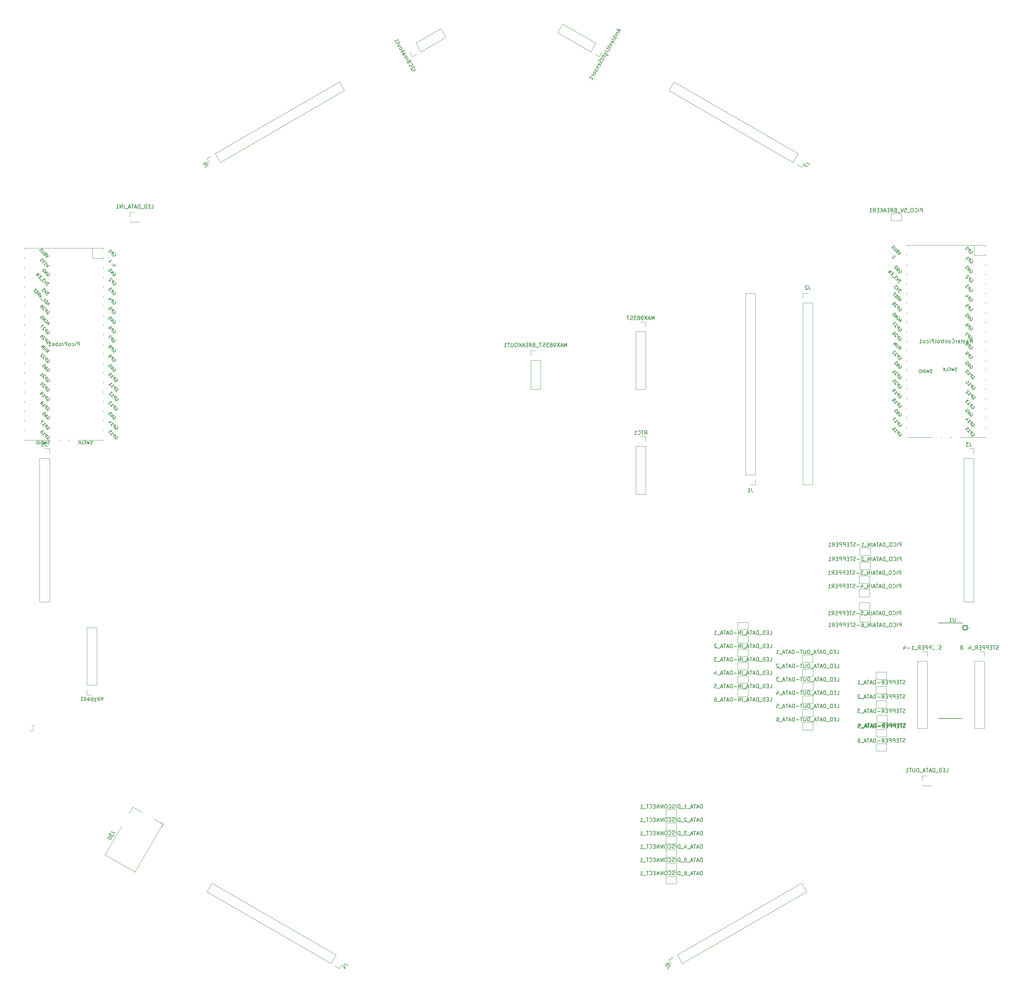
<source format=gbo>
%TF.GenerationSoftware,KiCad,Pcbnew,7.0.9*%
%TF.CreationDate,2024-01-04T00:39:50-06:00*%
%TF.ProjectId,HexDisplayPCB,48657844-6973-4706-9c61-795043422e6b,rev?*%
%TF.SameCoordinates,Original*%
%TF.FileFunction,Legend,Bot*%
%TF.FilePolarity,Positive*%
%FSLAX46Y46*%
G04 Gerber Fmt 4.6, Leading zero omitted, Abs format (unit mm)*
G04 Created by KiCad (PCBNEW 7.0.9) date 2024-01-04 00:39:50*
%MOMM*%
%LPD*%
G01*
G04 APERTURE LIST*
G04 Aperture macros list*
%AMRoundRect*
0 Rectangle with rounded corners*
0 $1 Rounding radius*
0 $2 $3 $4 $5 $6 $7 $8 $9 X,Y pos of 4 corners*
0 Add a 4 corners polygon primitive as box body*
4,1,4,$2,$3,$4,$5,$6,$7,$8,$9,$2,$3,0*
0 Add four circle primitives for the rounded corners*
1,1,$1+$1,$2,$3*
1,1,$1+$1,$4,$5*
1,1,$1+$1,$6,$7*
1,1,$1+$1,$8,$9*
0 Add four rect primitives between the rounded corners*
20,1,$1+$1,$2,$3,$4,$5,0*
20,1,$1+$1,$4,$5,$6,$7,0*
20,1,$1+$1,$6,$7,$8,$9,0*
20,1,$1+$1,$8,$9,$2,$3,0*%
%AMHorizOval*
0 Thick line with rounded ends*
0 $1 width*
0 $2 $3 position (X,Y) of the first rounded end (center of the circle)*
0 $4 $5 position (X,Y) of the second rounded end (center of the circle)*
0 Add line between two ends*
20,1,$1,$2,$3,$4,$5,0*
0 Add two circle primitives to create the rounded ends*
1,1,$1,$2,$3*
1,1,$1,$4,$5*%
%AMRotRect*
0 Rectangle, with rotation*
0 The origin of the aperture is its center*
0 $1 length*
0 $2 width*
0 $3 Rotation angle, in degrees counterclockwise*
0 Add horizontal line*
21,1,$1,$2,0,0,$3*%
%AMFreePoly0*
4,1,6,0.500000,-0.750000,-0.650000,-0.750000,-0.150000,0.000000,-0.650000,0.750000,0.500000,0.750000,0.500000,-0.750000,0.500000,-0.750000,$1*%
%AMFreePoly1*
4,1,6,1.000000,0.000000,0.500000,-0.750000,-0.500000,-0.750000,-0.500000,0.750000,0.500000,0.750000,1.000000,0.000000,1.000000,0.000000,$1*%
G04 Aperture macros list end*
%ADD10C,0.100000*%
%ADD11C,0.150000*%
%ADD12C,0.120000*%
%ADD13C,0.127000*%
%ADD14C,0.200000*%
%ADD15C,1.524000*%
%ADD16C,2.286000*%
%ADD17R,1.700000X1.700000*%
%ADD18O,1.700000X1.700000*%
%ADD19FreePoly0,0.000000*%
%ADD20FreePoly1,0.000000*%
%ADD21FreePoly0,180.000000*%
%ADD22FreePoly1,180.000000*%
%ADD23HorizOval,1.700000X0.000000X0.000000X0.000000X0.000000X0*%
%ADD24RotRect,1.700000X1.700000X60.000000*%
%ADD25RotRect,3.500000X3.500000X60.000000*%
%ADD26RoundRect,0.750000X0.491025X-1.149519X1.241025X0.149519X-0.491025X1.149519X-1.241025X-0.149519X0*%
%ADD27RoundRect,0.875000X0.320272X-1.195272X1.195272X0.320272X-0.320272X1.195272X-1.195272X-0.320272X0*%
%ADD28R,1.000000X1.500000*%
%ADD29RoundRect,0.102000X0.565000X0.565000X-0.565000X0.565000X-0.565000X-0.565000X0.565000X-0.565000X0*%
%ADD30C,1.334000*%
%ADD31HorizOval,1.700000X0.000000X0.000000X0.000000X0.000000X0*%
%ADD32RotRect,1.700000X1.700000X300.000000*%
%ADD33O,1.800000X1.800000*%
%ADD34O,1.500000X1.500000*%
%ADD35R,3.500000X1.700000*%
%ADD36R,1.700000X3.500000*%
G04 APERTURE END LIST*
D10*
X215672580Y-266191904D02*
X214863057Y-266191904D01*
X214863057Y-266191904D02*
X214767819Y-266144285D01*
X214767819Y-266144285D02*
X214720200Y-266096666D01*
X214720200Y-266096666D02*
X214672580Y-266001428D01*
X214672580Y-266001428D02*
X214672580Y-265810952D01*
X214672580Y-265810952D02*
X214720200Y-265715714D01*
X214720200Y-265715714D02*
X214767819Y-265668095D01*
X214767819Y-265668095D02*
X214863057Y-265620476D01*
X214863057Y-265620476D02*
X215672580Y-265620476D01*
X215577342Y-265191904D02*
X215624961Y-265144285D01*
X215624961Y-265144285D02*
X215672580Y-265049047D01*
X215672580Y-265049047D02*
X215672580Y-264810952D01*
X215672580Y-264810952D02*
X215624961Y-264715714D01*
X215624961Y-264715714D02*
X215577342Y-264668095D01*
X215577342Y-264668095D02*
X215482104Y-264620476D01*
X215482104Y-264620476D02*
X215386866Y-264620476D01*
X215386866Y-264620476D02*
X215244009Y-264668095D01*
X215244009Y-264668095D02*
X214672580Y-265239523D01*
X214672580Y-265239523D02*
X214672580Y-264620476D01*
D11*
X406733333Y-201614819D02*
X406733333Y-202329104D01*
X406733333Y-202329104D02*
X406780952Y-202471961D01*
X406780952Y-202471961D02*
X406876190Y-202567200D01*
X406876190Y-202567200D02*
X407019047Y-202614819D01*
X407019047Y-202614819D02*
X407114285Y-202614819D01*
X405733333Y-202614819D02*
X406304761Y-202614819D01*
X406019047Y-202614819D02*
X406019047Y-201614819D01*
X406019047Y-201614819D02*
X406114285Y-201757676D01*
X406114285Y-201757676D02*
X406209523Y-201852914D01*
X406209523Y-201852914D02*
X406304761Y-201900533D01*
X411524048Y-251174819D02*
X412000238Y-251174819D01*
X412000238Y-251174819D02*
X412000238Y-250174819D01*
X411190714Y-250651009D02*
X410857381Y-250651009D01*
X410714524Y-251174819D02*
X411190714Y-251174819D01*
X411190714Y-251174819D02*
X411190714Y-250174819D01*
X411190714Y-250174819D02*
X410714524Y-250174819D01*
X410285952Y-251174819D02*
X410285952Y-250174819D01*
X410285952Y-250174819D02*
X410047857Y-250174819D01*
X410047857Y-250174819D02*
X409905000Y-250222438D01*
X409905000Y-250222438D02*
X409809762Y-250317676D01*
X409809762Y-250317676D02*
X409762143Y-250412914D01*
X409762143Y-250412914D02*
X409714524Y-250603390D01*
X409714524Y-250603390D02*
X409714524Y-250746247D01*
X409714524Y-250746247D02*
X409762143Y-250936723D01*
X409762143Y-250936723D02*
X409809762Y-251031961D01*
X409809762Y-251031961D02*
X409905000Y-251127200D01*
X409905000Y-251127200D02*
X410047857Y-251174819D01*
X410047857Y-251174819D02*
X410285952Y-251174819D01*
X409524048Y-251270057D02*
X408762143Y-251270057D01*
X408524047Y-251174819D02*
X408524047Y-250174819D01*
X408524047Y-250174819D02*
X408285952Y-250174819D01*
X408285952Y-250174819D02*
X408143095Y-250222438D01*
X408143095Y-250222438D02*
X408047857Y-250317676D01*
X408047857Y-250317676D02*
X408000238Y-250412914D01*
X408000238Y-250412914D02*
X407952619Y-250603390D01*
X407952619Y-250603390D02*
X407952619Y-250746247D01*
X407952619Y-250746247D02*
X408000238Y-250936723D01*
X408000238Y-250936723D02*
X408047857Y-251031961D01*
X408047857Y-251031961D02*
X408143095Y-251127200D01*
X408143095Y-251127200D02*
X408285952Y-251174819D01*
X408285952Y-251174819D02*
X408524047Y-251174819D01*
X407571666Y-250889104D02*
X407095476Y-250889104D01*
X407666904Y-251174819D02*
X407333571Y-250174819D01*
X407333571Y-250174819D02*
X407000238Y-251174819D01*
X406809761Y-250174819D02*
X406238333Y-250174819D01*
X406524047Y-251174819D02*
X406524047Y-250174819D01*
X405952618Y-250889104D02*
X405476428Y-250889104D01*
X406047856Y-251174819D02*
X405714523Y-250174819D01*
X405714523Y-250174819D02*
X405381190Y-251174819D01*
X405285952Y-251270057D02*
X404524047Y-251270057D01*
X404285951Y-251174819D02*
X404285951Y-250174819D01*
X403809761Y-251174819D02*
X403809761Y-250174819D01*
X403809761Y-250174819D02*
X403238333Y-251174819D01*
X403238333Y-251174819D02*
X403238333Y-250174819D01*
X402762142Y-250793866D02*
X402000238Y-250793866D01*
X401524047Y-251174819D02*
X401524047Y-250174819D01*
X401524047Y-250174819D02*
X401285952Y-250174819D01*
X401285952Y-250174819D02*
X401143095Y-250222438D01*
X401143095Y-250222438D02*
X401047857Y-250317676D01*
X401047857Y-250317676D02*
X401000238Y-250412914D01*
X401000238Y-250412914D02*
X400952619Y-250603390D01*
X400952619Y-250603390D02*
X400952619Y-250746247D01*
X400952619Y-250746247D02*
X401000238Y-250936723D01*
X401000238Y-250936723D02*
X401047857Y-251031961D01*
X401047857Y-251031961D02*
X401143095Y-251127200D01*
X401143095Y-251127200D02*
X401285952Y-251174819D01*
X401285952Y-251174819D02*
X401524047Y-251174819D01*
X400571666Y-250889104D02*
X400095476Y-250889104D01*
X400666904Y-251174819D02*
X400333571Y-250174819D01*
X400333571Y-250174819D02*
X400000238Y-251174819D01*
X399809761Y-250174819D02*
X399238333Y-250174819D01*
X399524047Y-251174819D02*
X399524047Y-250174819D01*
X398952618Y-250889104D02*
X398476428Y-250889104D01*
X399047856Y-251174819D02*
X398714523Y-250174819D01*
X398714523Y-250174819D02*
X398381190Y-251174819D01*
X398285952Y-251270057D02*
X397524047Y-251270057D01*
X396857380Y-250508152D02*
X396857380Y-251174819D01*
X397095475Y-250127200D02*
X397333570Y-250841485D01*
X397333570Y-250841485D02*
X396714523Y-250841485D01*
X378237619Y-187354819D02*
X378570952Y-186878628D01*
X378809047Y-187354819D02*
X378809047Y-186354819D01*
X378809047Y-186354819D02*
X378428095Y-186354819D01*
X378428095Y-186354819D02*
X378332857Y-186402438D01*
X378332857Y-186402438D02*
X378285238Y-186450057D01*
X378285238Y-186450057D02*
X378237619Y-186545295D01*
X378237619Y-186545295D02*
X378237619Y-186688152D01*
X378237619Y-186688152D02*
X378285238Y-186783390D01*
X378285238Y-186783390D02*
X378332857Y-186831009D01*
X378332857Y-186831009D02*
X378428095Y-186878628D01*
X378428095Y-186878628D02*
X378809047Y-186878628D01*
X377951904Y-186354819D02*
X377380476Y-186354819D01*
X377666190Y-187354819D02*
X377666190Y-186354819D01*
X376475714Y-187259580D02*
X376523333Y-187307200D01*
X376523333Y-187307200D02*
X376666190Y-187354819D01*
X376666190Y-187354819D02*
X376761428Y-187354819D01*
X376761428Y-187354819D02*
X376904285Y-187307200D01*
X376904285Y-187307200D02*
X376999523Y-187211961D01*
X376999523Y-187211961D02*
X377047142Y-187116723D01*
X377047142Y-187116723D02*
X377094761Y-186926247D01*
X377094761Y-186926247D02*
X377094761Y-186783390D01*
X377094761Y-186783390D02*
X377047142Y-186592914D01*
X377047142Y-186592914D02*
X376999523Y-186497676D01*
X376999523Y-186497676D02*
X376904285Y-186402438D01*
X376904285Y-186402438D02*
X376761428Y-186354819D01*
X376761428Y-186354819D02*
X376666190Y-186354819D01*
X376666190Y-186354819D02*
X376523333Y-186402438D01*
X376523333Y-186402438D02*
X376475714Y-186450057D01*
X375523333Y-187354819D02*
X376094761Y-187354819D01*
X375809047Y-187354819D02*
X375809047Y-186354819D01*
X375809047Y-186354819D02*
X375904285Y-186497676D01*
X375904285Y-186497676D02*
X375999523Y-186592914D01*
X375999523Y-186592914D02*
X376094761Y-186640533D01*
X246950952Y-127224819D02*
X247427142Y-127224819D01*
X247427142Y-127224819D02*
X247427142Y-126224819D01*
X246617618Y-126701009D02*
X246284285Y-126701009D01*
X246141428Y-127224819D02*
X246617618Y-127224819D01*
X246617618Y-127224819D02*
X246617618Y-126224819D01*
X246617618Y-126224819D02*
X246141428Y-126224819D01*
X245712856Y-127224819D02*
X245712856Y-126224819D01*
X245712856Y-126224819D02*
X245474761Y-126224819D01*
X245474761Y-126224819D02*
X245331904Y-126272438D01*
X245331904Y-126272438D02*
X245236666Y-126367676D01*
X245236666Y-126367676D02*
X245189047Y-126462914D01*
X245189047Y-126462914D02*
X245141428Y-126653390D01*
X245141428Y-126653390D02*
X245141428Y-126796247D01*
X245141428Y-126796247D02*
X245189047Y-126986723D01*
X245189047Y-126986723D02*
X245236666Y-127081961D01*
X245236666Y-127081961D02*
X245331904Y-127177200D01*
X245331904Y-127177200D02*
X245474761Y-127224819D01*
X245474761Y-127224819D02*
X245712856Y-127224819D01*
X244950952Y-127320057D02*
X244189047Y-127320057D01*
X243950951Y-127224819D02*
X243950951Y-126224819D01*
X243950951Y-126224819D02*
X243712856Y-126224819D01*
X243712856Y-126224819D02*
X243569999Y-126272438D01*
X243569999Y-126272438D02*
X243474761Y-126367676D01*
X243474761Y-126367676D02*
X243427142Y-126462914D01*
X243427142Y-126462914D02*
X243379523Y-126653390D01*
X243379523Y-126653390D02*
X243379523Y-126796247D01*
X243379523Y-126796247D02*
X243427142Y-126986723D01*
X243427142Y-126986723D02*
X243474761Y-127081961D01*
X243474761Y-127081961D02*
X243569999Y-127177200D01*
X243569999Y-127177200D02*
X243712856Y-127224819D01*
X243712856Y-127224819D02*
X243950951Y-127224819D01*
X242998570Y-126939104D02*
X242522380Y-126939104D01*
X243093808Y-127224819D02*
X242760475Y-126224819D01*
X242760475Y-126224819D02*
X242427142Y-127224819D01*
X242236665Y-126224819D02*
X241665237Y-126224819D01*
X241950951Y-127224819D02*
X241950951Y-126224819D01*
X241379522Y-126939104D02*
X240903332Y-126939104D01*
X241474760Y-127224819D02*
X241141427Y-126224819D01*
X241141427Y-126224819D02*
X240808094Y-127224819D01*
X240712856Y-127320057D02*
X239950951Y-127320057D01*
X239712855Y-127224819D02*
X239712855Y-126224819D01*
X239236665Y-127224819D02*
X239236665Y-126224819D01*
X239236665Y-126224819D02*
X238665237Y-127224819D01*
X238665237Y-127224819D02*
X238665237Y-126224819D01*
X237665237Y-127224819D02*
X238236665Y-127224819D01*
X237950951Y-127224819D02*
X237950951Y-126224819D01*
X237950951Y-126224819D02*
X238046189Y-126367676D01*
X238046189Y-126367676D02*
X238141427Y-126462914D01*
X238141427Y-126462914D02*
X238236665Y-126510533D01*
X393569285Y-304464819D02*
X393569285Y-303464819D01*
X393569285Y-303464819D02*
X393331190Y-303464819D01*
X393331190Y-303464819D02*
X393188333Y-303512438D01*
X393188333Y-303512438D02*
X393093095Y-303607676D01*
X393093095Y-303607676D02*
X393045476Y-303702914D01*
X393045476Y-303702914D02*
X392997857Y-303893390D01*
X392997857Y-303893390D02*
X392997857Y-304036247D01*
X392997857Y-304036247D02*
X393045476Y-304226723D01*
X393045476Y-304226723D02*
X393093095Y-304321961D01*
X393093095Y-304321961D02*
X393188333Y-304417200D01*
X393188333Y-304417200D02*
X393331190Y-304464819D01*
X393331190Y-304464819D02*
X393569285Y-304464819D01*
X392616904Y-304179104D02*
X392140714Y-304179104D01*
X392712142Y-304464819D02*
X392378809Y-303464819D01*
X392378809Y-303464819D02*
X392045476Y-304464819D01*
X391854999Y-303464819D02*
X391283571Y-303464819D01*
X391569285Y-304464819D02*
X391569285Y-303464819D01*
X390997856Y-304179104D02*
X390521666Y-304179104D01*
X391093094Y-304464819D02*
X390759761Y-303464819D01*
X390759761Y-303464819D02*
X390426428Y-304464819D01*
X390331190Y-304560057D02*
X389569285Y-304560057D01*
X388902618Y-303464819D02*
X389093094Y-303464819D01*
X389093094Y-303464819D02*
X389188332Y-303512438D01*
X389188332Y-303512438D02*
X389235951Y-303560057D01*
X389235951Y-303560057D02*
X389331189Y-303702914D01*
X389331189Y-303702914D02*
X389378808Y-303893390D01*
X389378808Y-303893390D02*
X389378808Y-304274342D01*
X389378808Y-304274342D02*
X389331189Y-304369580D01*
X389331189Y-304369580D02*
X389283570Y-304417200D01*
X389283570Y-304417200D02*
X389188332Y-304464819D01*
X389188332Y-304464819D02*
X388997856Y-304464819D01*
X388997856Y-304464819D02*
X388902618Y-304417200D01*
X388902618Y-304417200D02*
X388854999Y-304369580D01*
X388854999Y-304369580D02*
X388807380Y-304274342D01*
X388807380Y-304274342D02*
X388807380Y-304036247D01*
X388807380Y-304036247D02*
X388854999Y-303941009D01*
X388854999Y-303941009D02*
X388902618Y-303893390D01*
X388902618Y-303893390D02*
X388997856Y-303845771D01*
X388997856Y-303845771D02*
X389188332Y-303845771D01*
X389188332Y-303845771D02*
X389283570Y-303893390D01*
X389283570Y-303893390D02*
X389331189Y-303941009D01*
X389331189Y-303941009D02*
X389378808Y-304036247D01*
X388616904Y-304560057D02*
X387854999Y-304560057D01*
X387616903Y-304464819D02*
X387616903Y-303464819D01*
X387616903Y-303464819D02*
X387378808Y-303464819D01*
X387378808Y-303464819D02*
X387235951Y-303512438D01*
X387235951Y-303512438D02*
X387140713Y-303607676D01*
X387140713Y-303607676D02*
X387093094Y-303702914D01*
X387093094Y-303702914D02*
X387045475Y-303893390D01*
X387045475Y-303893390D02*
X387045475Y-304036247D01*
X387045475Y-304036247D02*
X387093094Y-304226723D01*
X387093094Y-304226723D02*
X387140713Y-304321961D01*
X387140713Y-304321961D02*
X387235951Y-304417200D01*
X387235951Y-304417200D02*
X387378808Y-304464819D01*
X387378808Y-304464819D02*
X387616903Y-304464819D01*
X386616903Y-304464819D02*
X386616903Y-303464819D01*
X386188332Y-304417200D02*
X386045475Y-304464819D01*
X386045475Y-304464819D02*
X385807380Y-304464819D01*
X385807380Y-304464819D02*
X385712142Y-304417200D01*
X385712142Y-304417200D02*
X385664523Y-304369580D01*
X385664523Y-304369580D02*
X385616904Y-304274342D01*
X385616904Y-304274342D02*
X385616904Y-304179104D01*
X385616904Y-304179104D02*
X385664523Y-304083866D01*
X385664523Y-304083866D02*
X385712142Y-304036247D01*
X385712142Y-304036247D02*
X385807380Y-303988628D01*
X385807380Y-303988628D02*
X385997856Y-303941009D01*
X385997856Y-303941009D02*
X386093094Y-303893390D01*
X386093094Y-303893390D02*
X386140713Y-303845771D01*
X386140713Y-303845771D02*
X386188332Y-303750533D01*
X386188332Y-303750533D02*
X386188332Y-303655295D01*
X386188332Y-303655295D02*
X386140713Y-303560057D01*
X386140713Y-303560057D02*
X386093094Y-303512438D01*
X386093094Y-303512438D02*
X385997856Y-303464819D01*
X385997856Y-303464819D02*
X385759761Y-303464819D01*
X385759761Y-303464819D02*
X385616904Y-303512438D01*
X384616904Y-304369580D02*
X384664523Y-304417200D01*
X384664523Y-304417200D02*
X384807380Y-304464819D01*
X384807380Y-304464819D02*
X384902618Y-304464819D01*
X384902618Y-304464819D02*
X385045475Y-304417200D01*
X385045475Y-304417200D02*
X385140713Y-304321961D01*
X385140713Y-304321961D02*
X385188332Y-304226723D01*
X385188332Y-304226723D02*
X385235951Y-304036247D01*
X385235951Y-304036247D02*
X385235951Y-303893390D01*
X385235951Y-303893390D02*
X385188332Y-303702914D01*
X385188332Y-303702914D02*
X385140713Y-303607676D01*
X385140713Y-303607676D02*
X385045475Y-303512438D01*
X385045475Y-303512438D02*
X384902618Y-303464819D01*
X384902618Y-303464819D02*
X384807380Y-303464819D01*
X384807380Y-303464819D02*
X384664523Y-303512438D01*
X384664523Y-303512438D02*
X384616904Y-303560057D01*
X383997856Y-303464819D02*
X383807380Y-303464819D01*
X383807380Y-303464819D02*
X383712142Y-303512438D01*
X383712142Y-303512438D02*
X383616904Y-303607676D01*
X383616904Y-303607676D02*
X383569285Y-303798152D01*
X383569285Y-303798152D02*
X383569285Y-304131485D01*
X383569285Y-304131485D02*
X383616904Y-304321961D01*
X383616904Y-304321961D02*
X383712142Y-304417200D01*
X383712142Y-304417200D02*
X383807380Y-304464819D01*
X383807380Y-304464819D02*
X383997856Y-304464819D01*
X383997856Y-304464819D02*
X384093094Y-304417200D01*
X384093094Y-304417200D02*
X384188332Y-304321961D01*
X384188332Y-304321961D02*
X384235951Y-304131485D01*
X384235951Y-304131485D02*
X384235951Y-303798152D01*
X384235951Y-303798152D02*
X384188332Y-303607676D01*
X384188332Y-303607676D02*
X384093094Y-303512438D01*
X384093094Y-303512438D02*
X383997856Y-303464819D01*
X383140713Y-304464819D02*
X383140713Y-303464819D01*
X383140713Y-303464819D02*
X382569285Y-304464819D01*
X382569285Y-304464819D02*
X382569285Y-303464819D01*
X382093094Y-304464819D02*
X382093094Y-303464819D01*
X382093094Y-303464819D02*
X381521666Y-304464819D01*
X381521666Y-304464819D02*
X381521666Y-303464819D01*
X381045475Y-303941009D02*
X380712142Y-303941009D01*
X380569285Y-304464819D02*
X381045475Y-304464819D01*
X381045475Y-304464819D02*
X381045475Y-303464819D01*
X381045475Y-303464819D02*
X380569285Y-303464819D01*
X379569285Y-304369580D02*
X379616904Y-304417200D01*
X379616904Y-304417200D02*
X379759761Y-304464819D01*
X379759761Y-304464819D02*
X379854999Y-304464819D01*
X379854999Y-304464819D02*
X379997856Y-304417200D01*
X379997856Y-304417200D02*
X380093094Y-304321961D01*
X380093094Y-304321961D02*
X380140713Y-304226723D01*
X380140713Y-304226723D02*
X380188332Y-304036247D01*
X380188332Y-304036247D02*
X380188332Y-303893390D01*
X380188332Y-303893390D02*
X380140713Y-303702914D01*
X380140713Y-303702914D02*
X380093094Y-303607676D01*
X380093094Y-303607676D02*
X379997856Y-303512438D01*
X379997856Y-303512438D02*
X379854999Y-303464819D01*
X379854999Y-303464819D02*
X379759761Y-303464819D01*
X379759761Y-303464819D02*
X379616904Y-303512438D01*
X379616904Y-303512438D02*
X379569285Y-303560057D01*
X379283570Y-303464819D02*
X378712142Y-303464819D01*
X378997856Y-304464819D02*
X378997856Y-303464819D01*
X378616904Y-304560057D02*
X377854999Y-304560057D01*
X377093094Y-304464819D02*
X377664522Y-304464819D01*
X377378808Y-304464819D02*
X377378808Y-303464819D01*
X377378808Y-303464819D02*
X377474046Y-303607676D01*
X377474046Y-303607676D02*
X377569284Y-303702914D01*
X377569284Y-303702914D02*
X377664522Y-303750533D01*
X429425715Y-263564819D02*
X429901905Y-263564819D01*
X429901905Y-263564819D02*
X429901905Y-262564819D01*
X429092381Y-263041009D02*
X428759048Y-263041009D01*
X428616191Y-263564819D02*
X429092381Y-263564819D01*
X429092381Y-263564819D02*
X429092381Y-262564819D01*
X429092381Y-262564819D02*
X428616191Y-262564819D01*
X428187619Y-263564819D02*
X428187619Y-262564819D01*
X428187619Y-262564819D02*
X427949524Y-262564819D01*
X427949524Y-262564819D02*
X427806667Y-262612438D01*
X427806667Y-262612438D02*
X427711429Y-262707676D01*
X427711429Y-262707676D02*
X427663810Y-262802914D01*
X427663810Y-262802914D02*
X427616191Y-262993390D01*
X427616191Y-262993390D02*
X427616191Y-263136247D01*
X427616191Y-263136247D02*
X427663810Y-263326723D01*
X427663810Y-263326723D02*
X427711429Y-263421961D01*
X427711429Y-263421961D02*
X427806667Y-263517200D01*
X427806667Y-263517200D02*
X427949524Y-263564819D01*
X427949524Y-263564819D02*
X428187619Y-263564819D01*
X427425715Y-263660057D02*
X426663810Y-263660057D01*
X426425714Y-263564819D02*
X426425714Y-262564819D01*
X426425714Y-262564819D02*
X426187619Y-262564819D01*
X426187619Y-262564819D02*
X426044762Y-262612438D01*
X426044762Y-262612438D02*
X425949524Y-262707676D01*
X425949524Y-262707676D02*
X425901905Y-262802914D01*
X425901905Y-262802914D02*
X425854286Y-262993390D01*
X425854286Y-262993390D02*
X425854286Y-263136247D01*
X425854286Y-263136247D02*
X425901905Y-263326723D01*
X425901905Y-263326723D02*
X425949524Y-263421961D01*
X425949524Y-263421961D02*
X426044762Y-263517200D01*
X426044762Y-263517200D02*
X426187619Y-263564819D01*
X426187619Y-263564819D02*
X426425714Y-263564819D01*
X425473333Y-263279104D02*
X424997143Y-263279104D01*
X425568571Y-263564819D02*
X425235238Y-262564819D01*
X425235238Y-262564819D02*
X424901905Y-263564819D01*
X424711428Y-262564819D02*
X424140000Y-262564819D01*
X424425714Y-263564819D02*
X424425714Y-262564819D01*
X423854285Y-263279104D02*
X423378095Y-263279104D01*
X423949523Y-263564819D02*
X423616190Y-262564819D01*
X423616190Y-262564819D02*
X423282857Y-263564819D01*
X423187619Y-263660057D02*
X422425714Y-263660057D01*
X421997142Y-262564819D02*
X421806666Y-262564819D01*
X421806666Y-262564819D02*
X421711428Y-262612438D01*
X421711428Y-262612438D02*
X421616190Y-262707676D01*
X421616190Y-262707676D02*
X421568571Y-262898152D01*
X421568571Y-262898152D02*
X421568571Y-263231485D01*
X421568571Y-263231485D02*
X421616190Y-263421961D01*
X421616190Y-263421961D02*
X421711428Y-263517200D01*
X421711428Y-263517200D02*
X421806666Y-263564819D01*
X421806666Y-263564819D02*
X421997142Y-263564819D01*
X421997142Y-263564819D02*
X422092380Y-263517200D01*
X422092380Y-263517200D02*
X422187618Y-263421961D01*
X422187618Y-263421961D02*
X422235237Y-263231485D01*
X422235237Y-263231485D02*
X422235237Y-262898152D01*
X422235237Y-262898152D02*
X422187618Y-262707676D01*
X422187618Y-262707676D02*
X422092380Y-262612438D01*
X422092380Y-262612438D02*
X421997142Y-262564819D01*
X421139999Y-262564819D02*
X421139999Y-263374342D01*
X421139999Y-263374342D02*
X421092380Y-263469580D01*
X421092380Y-263469580D02*
X421044761Y-263517200D01*
X421044761Y-263517200D02*
X420949523Y-263564819D01*
X420949523Y-263564819D02*
X420759047Y-263564819D01*
X420759047Y-263564819D02*
X420663809Y-263517200D01*
X420663809Y-263517200D02*
X420616190Y-263469580D01*
X420616190Y-263469580D02*
X420568571Y-263374342D01*
X420568571Y-263374342D02*
X420568571Y-262564819D01*
X420235237Y-262564819D02*
X419663809Y-262564819D01*
X419949523Y-263564819D02*
X419949523Y-262564819D01*
X419330475Y-263183866D02*
X418568571Y-263183866D01*
X418092380Y-263564819D02*
X418092380Y-262564819D01*
X418092380Y-262564819D02*
X417854285Y-262564819D01*
X417854285Y-262564819D02*
X417711428Y-262612438D01*
X417711428Y-262612438D02*
X417616190Y-262707676D01*
X417616190Y-262707676D02*
X417568571Y-262802914D01*
X417568571Y-262802914D02*
X417520952Y-262993390D01*
X417520952Y-262993390D02*
X417520952Y-263136247D01*
X417520952Y-263136247D02*
X417568571Y-263326723D01*
X417568571Y-263326723D02*
X417616190Y-263421961D01*
X417616190Y-263421961D02*
X417711428Y-263517200D01*
X417711428Y-263517200D02*
X417854285Y-263564819D01*
X417854285Y-263564819D02*
X418092380Y-263564819D01*
X417139999Y-263279104D02*
X416663809Y-263279104D01*
X417235237Y-263564819D02*
X416901904Y-262564819D01*
X416901904Y-262564819D02*
X416568571Y-263564819D01*
X416378094Y-262564819D02*
X415806666Y-262564819D01*
X416092380Y-263564819D02*
X416092380Y-262564819D01*
X415520951Y-263279104D02*
X415044761Y-263279104D01*
X415616189Y-263564819D02*
X415282856Y-262564819D01*
X415282856Y-262564819D02*
X414949523Y-263564819D01*
X414854285Y-263660057D02*
X414092380Y-263660057D01*
X413425713Y-262564819D02*
X413616189Y-262564819D01*
X413616189Y-262564819D02*
X413711427Y-262612438D01*
X413711427Y-262612438D02*
X413759046Y-262660057D01*
X413759046Y-262660057D02*
X413854284Y-262802914D01*
X413854284Y-262802914D02*
X413901903Y-262993390D01*
X413901903Y-262993390D02*
X413901903Y-263374342D01*
X413901903Y-263374342D02*
X413854284Y-263469580D01*
X413854284Y-263469580D02*
X413806665Y-263517200D01*
X413806665Y-263517200D02*
X413711427Y-263564819D01*
X413711427Y-263564819D02*
X413520951Y-263564819D01*
X413520951Y-263564819D02*
X413425713Y-263517200D01*
X413425713Y-263517200D02*
X413378094Y-263469580D01*
X413378094Y-263469580D02*
X413330475Y-263374342D01*
X413330475Y-263374342D02*
X413330475Y-263136247D01*
X413330475Y-263136247D02*
X413378094Y-263041009D01*
X413378094Y-263041009D02*
X413425713Y-262993390D01*
X413425713Y-262993390D02*
X413520951Y-262945771D01*
X413520951Y-262945771D02*
X413711427Y-262945771D01*
X413711427Y-262945771D02*
X413806665Y-262993390D01*
X413806665Y-262993390D02*
X413854284Y-263041009D01*
X413854284Y-263041009D02*
X413901903Y-263136247D01*
X411524048Y-258274819D02*
X412000238Y-258274819D01*
X412000238Y-258274819D02*
X412000238Y-257274819D01*
X411190714Y-257751009D02*
X410857381Y-257751009D01*
X410714524Y-258274819D02*
X411190714Y-258274819D01*
X411190714Y-258274819D02*
X411190714Y-257274819D01*
X411190714Y-257274819D02*
X410714524Y-257274819D01*
X410285952Y-258274819D02*
X410285952Y-257274819D01*
X410285952Y-257274819D02*
X410047857Y-257274819D01*
X410047857Y-257274819D02*
X409905000Y-257322438D01*
X409905000Y-257322438D02*
X409809762Y-257417676D01*
X409809762Y-257417676D02*
X409762143Y-257512914D01*
X409762143Y-257512914D02*
X409714524Y-257703390D01*
X409714524Y-257703390D02*
X409714524Y-257846247D01*
X409714524Y-257846247D02*
X409762143Y-258036723D01*
X409762143Y-258036723D02*
X409809762Y-258131961D01*
X409809762Y-258131961D02*
X409905000Y-258227200D01*
X409905000Y-258227200D02*
X410047857Y-258274819D01*
X410047857Y-258274819D02*
X410285952Y-258274819D01*
X409524048Y-258370057D02*
X408762143Y-258370057D01*
X408524047Y-258274819D02*
X408524047Y-257274819D01*
X408524047Y-257274819D02*
X408285952Y-257274819D01*
X408285952Y-257274819D02*
X408143095Y-257322438D01*
X408143095Y-257322438D02*
X408047857Y-257417676D01*
X408047857Y-257417676D02*
X408000238Y-257512914D01*
X408000238Y-257512914D02*
X407952619Y-257703390D01*
X407952619Y-257703390D02*
X407952619Y-257846247D01*
X407952619Y-257846247D02*
X408000238Y-258036723D01*
X408000238Y-258036723D02*
X408047857Y-258131961D01*
X408047857Y-258131961D02*
X408143095Y-258227200D01*
X408143095Y-258227200D02*
X408285952Y-258274819D01*
X408285952Y-258274819D02*
X408524047Y-258274819D01*
X407571666Y-257989104D02*
X407095476Y-257989104D01*
X407666904Y-258274819D02*
X407333571Y-257274819D01*
X407333571Y-257274819D02*
X407000238Y-258274819D01*
X406809761Y-257274819D02*
X406238333Y-257274819D01*
X406524047Y-258274819D02*
X406524047Y-257274819D01*
X405952618Y-257989104D02*
X405476428Y-257989104D01*
X406047856Y-258274819D02*
X405714523Y-257274819D01*
X405714523Y-257274819D02*
X405381190Y-258274819D01*
X405285952Y-258370057D02*
X404524047Y-258370057D01*
X404285951Y-258274819D02*
X404285951Y-257274819D01*
X403809761Y-258274819D02*
X403809761Y-257274819D01*
X403809761Y-257274819D02*
X403238333Y-258274819D01*
X403238333Y-258274819D02*
X403238333Y-257274819D01*
X402762142Y-257893866D02*
X402000238Y-257893866D01*
X401524047Y-258274819D02*
X401524047Y-257274819D01*
X401524047Y-257274819D02*
X401285952Y-257274819D01*
X401285952Y-257274819D02*
X401143095Y-257322438D01*
X401143095Y-257322438D02*
X401047857Y-257417676D01*
X401047857Y-257417676D02*
X401000238Y-257512914D01*
X401000238Y-257512914D02*
X400952619Y-257703390D01*
X400952619Y-257703390D02*
X400952619Y-257846247D01*
X400952619Y-257846247D02*
X401000238Y-258036723D01*
X401000238Y-258036723D02*
X401047857Y-258131961D01*
X401047857Y-258131961D02*
X401143095Y-258227200D01*
X401143095Y-258227200D02*
X401285952Y-258274819D01*
X401285952Y-258274819D02*
X401524047Y-258274819D01*
X400571666Y-257989104D02*
X400095476Y-257989104D01*
X400666904Y-258274819D02*
X400333571Y-257274819D01*
X400333571Y-257274819D02*
X400000238Y-258274819D01*
X399809761Y-257274819D02*
X399238333Y-257274819D01*
X399524047Y-258274819D02*
X399524047Y-257274819D01*
X398952618Y-257989104D02*
X398476428Y-257989104D01*
X399047856Y-258274819D02*
X398714523Y-257274819D01*
X398714523Y-257274819D02*
X398381190Y-258274819D01*
X398285952Y-258370057D02*
X397524047Y-258370057D01*
X396857380Y-257274819D02*
X397047856Y-257274819D01*
X397047856Y-257274819D02*
X397143094Y-257322438D01*
X397143094Y-257322438D02*
X397190713Y-257370057D01*
X397190713Y-257370057D02*
X397285951Y-257512914D01*
X397285951Y-257512914D02*
X397333570Y-257703390D01*
X397333570Y-257703390D02*
X397333570Y-258084342D01*
X397333570Y-258084342D02*
X397285951Y-258179580D01*
X397285951Y-258179580D02*
X397238332Y-258227200D01*
X397238332Y-258227200D02*
X397143094Y-258274819D01*
X397143094Y-258274819D02*
X396952618Y-258274819D01*
X396952618Y-258274819D02*
X396857380Y-258227200D01*
X396857380Y-258227200D02*
X396809761Y-258179580D01*
X396809761Y-258179580D02*
X396762142Y-258084342D01*
X396762142Y-258084342D02*
X396762142Y-257846247D01*
X396762142Y-257846247D02*
X396809761Y-257751009D01*
X396809761Y-257751009D02*
X396857380Y-257703390D01*
X396857380Y-257703390D02*
X396952618Y-257655771D01*
X396952618Y-257655771D02*
X397143094Y-257655771D01*
X397143094Y-257655771D02*
X397238332Y-257703390D01*
X397238332Y-257703390D02*
X397285951Y-257751009D01*
X397285951Y-257751009D02*
X397333570Y-257846247D01*
X421221272Y-115085102D02*
X421839861Y-115442245D01*
X421839861Y-115442245D02*
X421987389Y-115472434D01*
X421987389Y-115472434D02*
X422117486Y-115437574D01*
X422117486Y-115437574D02*
X422230154Y-115337666D01*
X422230154Y-115337666D02*
X422277773Y-115255187D01*
X421030795Y-115415016D02*
X420697462Y-115992367D01*
X420697462Y-115992367D02*
X421777773Y-116121213D01*
X457143809Y-244457200D02*
X457000952Y-244504819D01*
X457000952Y-244504819D02*
X456762857Y-244504819D01*
X456762857Y-244504819D02*
X456667619Y-244457200D01*
X456667619Y-244457200D02*
X456620000Y-244409580D01*
X456620000Y-244409580D02*
X456572381Y-244314342D01*
X456572381Y-244314342D02*
X456572381Y-244219104D01*
X456572381Y-244219104D02*
X456620000Y-244123866D01*
X456620000Y-244123866D02*
X456667619Y-244076247D01*
X456667619Y-244076247D02*
X456762857Y-244028628D01*
X456762857Y-244028628D02*
X456953333Y-243981009D01*
X456953333Y-243981009D02*
X457048571Y-243933390D01*
X457048571Y-243933390D02*
X457096190Y-243885771D01*
X457096190Y-243885771D02*
X457143809Y-243790533D01*
X457143809Y-243790533D02*
X457143809Y-243695295D01*
X457143809Y-243695295D02*
X457096190Y-243600057D01*
X457096190Y-243600057D02*
X457048571Y-243552438D01*
X457048571Y-243552438D02*
X456953333Y-243504819D01*
X456953333Y-243504819D02*
X456715238Y-243504819D01*
X456715238Y-243504819D02*
X456572381Y-243552438D01*
X456286666Y-243504819D02*
X455715238Y-243504819D01*
X456000952Y-244504819D02*
X456000952Y-243504819D01*
X455381904Y-243981009D02*
X455048571Y-243981009D01*
X454905714Y-244504819D02*
X455381904Y-244504819D01*
X455381904Y-244504819D02*
X455381904Y-243504819D01*
X455381904Y-243504819D02*
X454905714Y-243504819D01*
X454477142Y-244504819D02*
X454477142Y-243504819D01*
X454477142Y-243504819D02*
X454096190Y-243504819D01*
X454096190Y-243504819D02*
X454000952Y-243552438D01*
X454000952Y-243552438D02*
X453953333Y-243600057D01*
X453953333Y-243600057D02*
X453905714Y-243695295D01*
X453905714Y-243695295D02*
X453905714Y-243838152D01*
X453905714Y-243838152D02*
X453953333Y-243933390D01*
X453953333Y-243933390D02*
X454000952Y-243981009D01*
X454000952Y-243981009D02*
X454096190Y-244028628D01*
X454096190Y-244028628D02*
X454477142Y-244028628D01*
X453477142Y-244504819D02*
X453477142Y-243504819D01*
X453477142Y-243504819D02*
X453096190Y-243504819D01*
X453096190Y-243504819D02*
X453000952Y-243552438D01*
X453000952Y-243552438D02*
X452953333Y-243600057D01*
X452953333Y-243600057D02*
X452905714Y-243695295D01*
X452905714Y-243695295D02*
X452905714Y-243838152D01*
X452905714Y-243838152D02*
X452953333Y-243933390D01*
X452953333Y-243933390D02*
X453000952Y-243981009D01*
X453000952Y-243981009D02*
X453096190Y-244028628D01*
X453096190Y-244028628D02*
X453477142Y-244028628D01*
X452477142Y-243981009D02*
X452143809Y-243981009D01*
X452000952Y-244504819D02*
X452477142Y-244504819D01*
X452477142Y-244504819D02*
X452477142Y-243504819D01*
X452477142Y-243504819D02*
X452000952Y-243504819D01*
X451000952Y-244504819D02*
X451334285Y-244028628D01*
X451572380Y-244504819D02*
X451572380Y-243504819D01*
X451572380Y-243504819D02*
X451191428Y-243504819D01*
X451191428Y-243504819D02*
X451096190Y-243552438D01*
X451096190Y-243552438D02*
X451048571Y-243600057D01*
X451048571Y-243600057D02*
X451000952Y-243695295D01*
X451000952Y-243695295D02*
X451000952Y-243838152D01*
X451000952Y-243838152D02*
X451048571Y-243933390D01*
X451048571Y-243933390D02*
X451096190Y-243981009D01*
X451096190Y-243981009D02*
X451191428Y-244028628D01*
X451191428Y-244028628D02*
X451572380Y-244028628D01*
X450810476Y-244600057D02*
X450048571Y-244600057D01*
X449286666Y-244504819D02*
X449858094Y-244504819D01*
X449572380Y-244504819D02*
X449572380Y-243504819D01*
X449572380Y-243504819D02*
X449667618Y-243647676D01*
X449667618Y-243647676D02*
X449762856Y-243742914D01*
X449762856Y-243742914D02*
X449858094Y-243790533D01*
X448858094Y-244123866D02*
X448096190Y-244123866D01*
X447191428Y-243838152D02*
X447191428Y-244504819D01*
X447429523Y-243457200D02*
X447667618Y-244171485D01*
X447667618Y-244171485D02*
X447048571Y-244171485D01*
X298258597Y-328064907D02*
X298877186Y-328422050D01*
X298877186Y-328422050D02*
X299024714Y-328452239D01*
X299024714Y-328452239D02*
X299154811Y-328417379D01*
X299154811Y-328417379D02*
X299267479Y-328317471D01*
X299267479Y-328317471D02*
X299315098Y-328234992D01*
X298094891Y-329015120D02*
X298672241Y-329348454D01*
X297884024Y-328618448D02*
X298621661Y-328769394D01*
X298621661Y-328769394D02*
X298312137Y-329305505D01*
X411524048Y-240524819D02*
X412000238Y-240524819D01*
X412000238Y-240524819D02*
X412000238Y-239524819D01*
X411190714Y-240001009D02*
X410857381Y-240001009D01*
X410714524Y-240524819D02*
X411190714Y-240524819D01*
X411190714Y-240524819D02*
X411190714Y-239524819D01*
X411190714Y-239524819D02*
X410714524Y-239524819D01*
X410285952Y-240524819D02*
X410285952Y-239524819D01*
X410285952Y-239524819D02*
X410047857Y-239524819D01*
X410047857Y-239524819D02*
X409905000Y-239572438D01*
X409905000Y-239572438D02*
X409809762Y-239667676D01*
X409809762Y-239667676D02*
X409762143Y-239762914D01*
X409762143Y-239762914D02*
X409714524Y-239953390D01*
X409714524Y-239953390D02*
X409714524Y-240096247D01*
X409714524Y-240096247D02*
X409762143Y-240286723D01*
X409762143Y-240286723D02*
X409809762Y-240381961D01*
X409809762Y-240381961D02*
X409905000Y-240477200D01*
X409905000Y-240477200D02*
X410047857Y-240524819D01*
X410047857Y-240524819D02*
X410285952Y-240524819D01*
X409524048Y-240620057D02*
X408762143Y-240620057D01*
X408524047Y-240524819D02*
X408524047Y-239524819D01*
X408524047Y-239524819D02*
X408285952Y-239524819D01*
X408285952Y-239524819D02*
X408143095Y-239572438D01*
X408143095Y-239572438D02*
X408047857Y-239667676D01*
X408047857Y-239667676D02*
X408000238Y-239762914D01*
X408000238Y-239762914D02*
X407952619Y-239953390D01*
X407952619Y-239953390D02*
X407952619Y-240096247D01*
X407952619Y-240096247D02*
X408000238Y-240286723D01*
X408000238Y-240286723D02*
X408047857Y-240381961D01*
X408047857Y-240381961D02*
X408143095Y-240477200D01*
X408143095Y-240477200D02*
X408285952Y-240524819D01*
X408285952Y-240524819D02*
X408524047Y-240524819D01*
X407571666Y-240239104D02*
X407095476Y-240239104D01*
X407666904Y-240524819D02*
X407333571Y-239524819D01*
X407333571Y-239524819D02*
X407000238Y-240524819D01*
X406809761Y-239524819D02*
X406238333Y-239524819D01*
X406524047Y-240524819D02*
X406524047Y-239524819D01*
X405952618Y-240239104D02*
X405476428Y-240239104D01*
X406047856Y-240524819D02*
X405714523Y-239524819D01*
X405714523Y-239524819D02*
X405381190Y-240524819D01*
X405285952Y-240620057D02*
X404524047Y-240620057D01*
X404285951Y-240524819D02*
X404285951Y-239524819D01*
X403809761Y-240524819D02*
X403809761Y-239524819D01*
X403809761Y-239524819D02*
X403238333Y-240524819D01*
X403238333Y-240524819D02*
X403238333Y-239524819D01*
X402762142Y-240143866D02*
X402000238Y-240143866D01*
X401524047Y-240524819D02*
X401524047Y-239524819D01*
X401524047Y-239524819D02*
X401285952Y-239524819D01*
X401285952Y-239524819D02*
X401143095Y-239572438D01*
X401143095Y-239572438D02*
X401047857Y-239667676D01*
X401047857Y-239667676D02*
X401000238Y-239762914D01*
X401000238Y-239762914D02*
X400952619Y-239953390D01*
X400952619Y-239953390D02*
X400952619Y-240096247D01*
X400952619Y-240096247D02*
X401000238Y-240286723D01*
X401000238Y-240286723D02*
X401047857Y-240381961D01*
X401047857Y-240381961D02*
X401143095Y-240477200D01*
X401143095Y-240477200D02*
X401285952Y-240524819D01*
X401285952Y-240524819D02*
X401524047Y-240524819D01*
X400571666Y-240239104D02*
X400095476Y-240239104D01*
X400666904Y-240524819D02*
X400333571Y-239524819D01*
X400333571Y-239524819D02*
X400000238Y-240524819D01*
X399809761Y-239524819D02*
X399238333Y-239524819D01*
X399524047Y-240524819D02*
X399524047Y-239524819D01*
X398952618Y-240239104D02*
X398476428Y-240239104D01*
X399047856Y-240524819D02*
X398714523Y-239524819D01*
X398714523Y-239524819D02*
X398381190Y-240524819D01*
X398285952Y-240620057D02*
X397524047Y-240620057D01*
X396762142Y-240524819D02*
X397333570Y-240524819D01*
X397047856Y-240524819D02*
X397047856Y-239524819D01*
X397047856Y-239524819D02*
X397143094Y-239667676D01*
X397143094Y-239667676D02*
X397238332Y-239762914D01*
X397238332Y-239762914D02*
X397333570Y-239810533D01*
X464827025Y-189521925D02*
X464827025Y-190236210D01*
X464827025Y-190236210D02*
X464874644Y-190379067D01*
X464874644Y-190379067D02*
X464969882Y-190474306D01*
X464969882Y-190474306D02*
X465112739Y-190521925D01*
X465112739Y-190521925D02*
X465207977Y-190521925D01*
X464446072Y-189521925D02*
X463827025Y-189521925D01*
X463827025Y-189521925D02*
X464160358Y-189902877D01*
X464160358Y-189902877D02*
X464017501Y-189902877D01*
X464017501Y-189902877D02*
X463922263Y-189950496D01*
X463922263Y-189950496D02*
X463874644Y-189998115D01*
X463874644Y-189998115D02*
X463827025Y-190093353D01*
X463827025Y-190093353D02*
X463827025Y-190331448D01*
X463827025Y-190331448D02*
X463874644Y-190426686D01*
X463874644Y-190426686D02*
X463922263Y-190474306D01*
X463922263Y-190474306D02*
X464017501Y-190521925D01*
X464017501Y-190521925D02*
X464303215Y-190521925D01*
X464303215Y-190521925D02*
X464398453Y-190474306D01*
X464398453Y-190474306D02*
X464446072Y-190426686D01*
X429425715Y-252914819D02*
X429901905Y-252914819D01*
X429901905Y-252914819D02*
X429901905Y-251914819D01*
X429092381Y-252391009D02*
X428759048Y-252391009D01*
X428616191Y-252914819D02*
X429092381Y-252914819D01*
X429092381Y-252914819D02*
X429092381Y-251914819D01*
X429092381Y-251914819D02*
X428616191Y-251914819D01*
X428187619Y-252914819D02*
X428187619Y-251914819D01*
X428187619Y-251914819D02*
X427949524Y-251914819D01*
X427949524Y-251914819D02*
X427806667Y-251962438D01*
X427806667Y-251962438D02*
X427711429Y-252057676D01*
X427711429Y-252057676D02*
X427663810Y-252152914D01*
X427663810Y-252152914D02*
X427616191Y-252343390D01*
X427616191Y-252343390D02*
X427616191Y-252486247D01*
X427616191Y-252486247D02*
X427663810Y-252676723D01*
X427663810Y-252676723D02*
X427711429Y-252771961D01*
X427711429Y-252771961D02*
X427806667Y-252867200D01*
X427806667Y-252867200D02*
X427949524Y-252914819D01*
X427949524Y-252914819D02*
X428187619Y-252914819D01*
X427425715Y-253010057D02*
X426663810Y-253010057D01*
X426425714Y-252914819D02*
X426425714Y-251914819D01*
X426425714Y-251914819D02*
X426187619Y-251914819D01*
X426187619Y-251914819D02*
X426044762Y-251962438D01*
X426044762Y-251962438D02*
X425949524Y-252057676D01*
X425949524Y-252057676D02*
X425901905Y-252152914D01*
X425901905Y-252152914D02*
X425854286Y-252343390D01*
X425854286Y-252343390D02*
X425854286Y-252486247D01*
X425854286Y-252486247D02*
X425901905Y-252676723D01*
X425901905Y-252676723D02*
X425949524Y-252771961D01*
X425949524Y-252771961D02*
X426044762Y-252867200D01*
X426044762Y-252867200D02*
X426187619Y-252914819D01*
X426187619Y-252914819D02*
X426425714Y-252914819D01*
X425473333Y-252629104D02*
X424997143Y-252629104D01*
X425568571Y-252914819D02*
X425235238Y-251914819D01*
X425235238Y-251914819D02*
X424901905Y-252914819D01*
X424711428Y-251914819D02*
X424140000Y-251914819D01*
X424425714Y-252914819D02*
X424425714Y-251914819D01*
X423854285Y-252629104D02*
X423378095Y-252629104D01*
X423949523Y-252914819D02*
X423616190Y-251914819D01*
X423616190Y-251914819D02*
X423282857Y-252914819D01*
X423187619Y-253010057D02*
X422425714Y-253010057D01*
X421997142Y-251914819D02*
X421806666Y-251914819D01*
X421806666Y-251914819D02*
X421711428Y-251962438D01*
X421711428Y-251962438D02*
X421616190Y-252057676D01*
X421616190Y-252057676D02*
X421568571Y-252248152D01*
X421568571Y-252248152D02*
X421568571Y-252581485D01*
X421568571Y-252581485D02*
X421616190Y-252771961D01*
X421616190Y-252771961D02*
X421711428Y-252867200D01*
X421711428Y-252867200D02*
X421806666Y-252914819D01*
X421806666Y-252914819D02*
X421997142Y-252914819D01*
X421997142Y-252914819D02*
X422092380Y-252867200D01*
X422092380Y-252867200D02*
X422187618Y-252771961D01*
X422187618Y-252771961D02*
X422235237Y-252581485D01*
X422235237Y-252581485D02*
X422235237Y-252248152D01*
X422235237Y-252248152D02*
X422187618Y-252057676D01*
X422187618Y-252057676D02*
X422092380Y-251962438D01*
X422092380Y-251962438D02*
X421997142Y-251914819D01*
X421139999Y-251914819D02*
X421139999Y-252724342D01*
X421139999Y-252724342D02*
X421092380Y-252819580D01*
X421092380Y-252819580D02*
X421044761Y-252867200D01*
X421044761Y-252867200D02*
X420949523Y-252914819D01*
X420949523Y-252914819D02*
X420759047Y-252914819D01*
X420759047Y-252914819D02*
X420663809Y-252867200D01*
X420663809Y-252867200D02*
X420616190Y-252819580D01*
X420616190Y-252819580D02*
X420568571Y-252724342D01*
X420568571Y-252724342D02*
X420568571Y-251914819D01*
X420235237Y-251914819D02*
X419663809Y-251914819D01*
X419949523Y-252914819D02*
X419949523Y-251914819D01*
X419330475Y-252533866D02*
X418568571Y-252533866D01*
X418092380Y-252914819D02*
X418092380Y-251914819D01*
X418092380Y-251914819D02*
X417854285Y-251914819D01*
X417854285Y-251914819D02*
X417711428Y-251962438D01*
X417711428Y-251962438D02*
X417616190Y-252057676D01*
X417616190Y-252057676D02*
X417568571Y-252152914D01*
X417568571Y-252152914D02*
X417520952Y-252343390D01*
X417520952Y-252343390D02*
X417520952Y-252486247D01*
X417520952Y-252486247D02*
X417568571Y-252676723D01*
X417568571Y-252676723D02*
X417616190Y-252771961D01*
X417616190Y-252771961D02*
X417711428Y-252867200D01*
X417711428Y-252867200D02*
X417854285Y-252914819D01*
X417854285Y-252914819D02*
X418092380Y-252914819D01*
X417139999Y-252629104D02*
X416663809Y-252629104D01*
X417235237Y-252914819D02*
X416901904Y-251914819D01*
X416901904Y-251914819D02*
X416568571Y-252914819D01*
X416378094Y-251914819D02*
X415806666Y-251914819D01*
X416092380Y-252914819D02*
X416092380Y-251914819D01*
X415520951Y-252629104D02*
X415044761Y-252629104D01*
X415616189Y-252914819D02*
X415282856Y-251914819D01*
X415282856Y-251914819D02*
X414949523Y-252914819D01*
X414854285Y-253010057D02*
X414092380Y-253010057D01*
X413949522Y-251914819D02*
X413330475Y-251914819D01*
X413330475Y-251914819D02*
X413663808Y-252295771D01*
X413663808Y-252295771D02*
X413520951Y-252295771D01*
X413520951Y-252295771D02*
X413425713Y-252343390D01*
X413425713Y-252343390D02*
X413378094Y-252391009D01*
X413378094Y-252391009D02*
X413330475Y-252486247D01*
X413330475Y-252486247D02*
X413330475Y-252724342D01*
X413330475Y-252724342D02*
X413378094Y-252819580D01*
X413378094Y-252819580D02*
X413425713Y-252867200D01*
X413425713Y-252867200D02*
X413520951Y-252914819D01*
X413520951Y-252914819D02*
X413806665Y-252914819D01*
X413806665Y-252914819D02*
X413901903Y-252867200D01*
X413901903Y-252867200D02*
X413949522Y-252819580D01*
X218899385Y-189521258D02*
X218899385Y-190235543D01*
X218899385Y-190235543D02*
X218947004Y-190378400D01*
X218947004Y-190378400D02*
X219042242Y-190473639D01*
X219042242Y-190473639D02*
X219185099Y-190521258D01*
X219185099Y-190521258D02*
X219280337Y-190521258D01*
X217947004Y-189521258D02*
X218423194Y-189521258D01*
X218423194Y-189521258D02*
X218470813Y-189997448D01*
X218470813Y-189997448D02*
X218423194Y-189949829D01*
X218423194Y-189949829D02*
X218327956Y-189902210D01*
X218327956Y-189902210D02*
X218089861Y-189902210D01*
X218089861Y-189902210D02*
X217994623Y-189949829D01*
X217994623Y-189949829D02*
X217947004Y-189997448D01*
X217947004Y-189997448D02*
X217899385Y-190092686D01*
X217899385Y-190092686D02*
X217899385Y-190330781D01*
X217899385Y-190330781D02*
X217947004Y-190426019D01*
X217947004Y-190426019D02*
X217994623Y-190473639D01*
X217994623Y-190473639D02*
X218089861Y-190521258D01*
X218089861Y-190521258D02*
X218327956Y-190521258D01*
X218327956Y-190521258D02*
X218423194Y-190473639D01*
X218423194Y-190473639D02*
X218470813Y-190426019D01*
X421973333Y-147814819D02*
X421973333Y-148529104D01*
X421973333Y-148529104D02*
X422020952Y-148671961D01*
X422020952Y-148671961D02*
X422116190Y-148767200D01*
X422116190Y-148767200D02*
X422259047Y-148814819D01*
X422259047Y-148814819D02*
X422354285Y-148814819D01*
X421544761Y-147910057D02*
X421497142Y-147862438D01*
X421497142Y-147862438D02*
X421401904Y-147814819D01*
X421401904Y-147814819D02*
X421163809Y-147814819D01*
X421163809Y-147814819D02*
X421068571Y-147862438D01*
X421068571Y-147862438D02*
X421020952Y-147910057D01*
X421020952Y-147910057D02*
X420973333Y-148005295D01*
X420973333Y-148005295D02*
X420973333Y-148100533D01*
X420973333Y-148100533D02*
X421020952Y-148243390D01*
X421020952Y-148243390D02*
X421592380Y-148814819D01*
X421592380Y-148814819D02*
X420973333Y-148814819D01*
X446369047Y-235294819D02*
X446369047Y-234294819D01*
X446369047Y-234294819D02*
X445988095Y-234294819D01*
X445988095Y-234294819D02*
X445892857Y-234342438D01*
X445892857Y-234342438D02*
X445845238Y-234390057D01*
X445845238Y-234390057D02*
X445797619Y-234485295D01*
X445797619Y-234485295D02*
X445797619Y-234628152D01*
X445797619Y-234628152D02*
X445845238Y-234723390D01*
X445845238Y-234723390D02*
X445892857Y-234771009D01*
X445892857Y-234771009D02*
X445988095Y-234818628D01*
X445988095Y-234818628D02*
X446369047Y-234818628D01*
X445369047Y-235294819D02*
X445369047Y-234294819D01*
X444321429Y-235199580D02*
X444369048Y-235247200D01*
X444369048Y-235247200D02*
X444511905Y-235294819D01*
X444511905Y-235294819D02*
X444607143Y-235294819D01*
X444607143Y-235294819D02*
X444750000Y-235247200D01*
X444750000Y-235247200D02*
X444845238Y-235151961D01*
X444845238Y-235151961D02*
X444892857Y-235056723D01*
X444892857Y-235056723D02*
X444940476Y-234866247D01*
X444940476Y-234866247D02*
X444940476Y-234723390D01*
X444940476Y-234723390D02*
X444892857Y-234532914D01*
X444892857Y-234532914D02*
X444845238Y-234437676D01*
X444845238Y-234437676D02*
X444750000Y-234342438D01*
X444750000Y-234342438D02*
X444607143Y-234294819D01*
X444607143Y-234294819D02*
X444511905Y-234294819D01*
X444511905Y-234294819D02*
X444369048Y-234342438D01*
X444369048Y-234342438D02*
X444321429Y-234390057D01*
X443702381Y-234294819D02*
X443511905Y-234294819D01*
X443511905Y-234294819D02*
X443416667Y-234342438D01*
X443416667Y-234342438D02*
X443321429Y-234437676D01*
X443321429Y-234437676D02*
X443273810Y-234628152D01*
X443273810Y-234628152D02*
X443273810Y-234961485D01*
X443273810Y-234961485D02*
X443321429Y-235151961D01*
X443321429Y-235151961D02*
X443416667Y-235247200D01*
X443416667Y-235247200D02*
X443511905Y-235294819D01*
X443511905Y-235294819D02*
X443702381Y-235294819D01*
X443702381Y-235294819D02*
X443797619Y-235247200D01*
X443797619Y-235247200D02*
X443892857Y-235151961D01*
X443892857Y-235151961D02*
X443940476Y-234961485D01*
X443940476Y-234961485D02*
X443940476Y-234628152D01*
X443940476Y-234628152D02*
X443892857Y-234437676D01*
X443892857Y-234437676D02*
X443797619Y-234342438D01*
X443797619Y-234342438D02*
X443702381Y-234294819D01*
X443083334Y-235390057D02*
X442321429Y-235390057D01*
X442083333Y-235294819D02*
X442083333Y-234294819D01*
X442083333Y-234294819D02*
X441845238Y-234294819D01*
X441845238Y-234294819D02*
X441702381Y-234342438D01*
X441702381Y-234342438D02*
X441607143Y-234437676D01*
X441607143Y-234437676D02*
X441559524Y-234532914D01*
X441559524Y-234532914D02*
X441511905Y-234723390D01*
X441511905Y-234723390D02*
X441511905Y-234866247D01*
X441511905Y-234866247D02*
X441559524Y-235056723D01*
X441559524Y-235056723D02*
X441607143Y-235151961D01*
X441607143Y-235151961D02*
X441702381Y-235247200D01*
X441702381Y-235247200D02*
X441845238Y-235294819D01*
X441845238Y-235294819D02*
X442083333Y-235294819D01*
X441130952Y-235009104D02*
X440654762Y-235009104D01*
X441226190Y-235294819D02*
X440892857Y-234294819D01*
X440892857Y-234294819D02*
X440559524Y-235294819D01*
X440369047Y-234294819D02*
X439797619Y-234294819D01*
X440083333Y-235294819D02*
X440083333Y-234294819D01*
X439511904Y-235009104D02*
X439035714Y-235009104D01*
X439607142Y-235294819D02*
X439273809Y-234294819D01*
X439273809Y-234294819D02*
X438940476Y-235294819D01*
X438607142Y-235294819D02*
X438607142Y-234294819D01*
X438130952Y-235294819D02*
X438130952Y-234294819D01*
X438130952Y-234294819D02*
X437559524Y-235294819D01*
X437559524Y-235294819D02*
X437559524Y-234294819D01*
X437321429Y-235390057D02*
X436559524Y-235390057D01*
X435845238Y-234294819D02*
X436321428Y-234294819D01*
X436321428Y-234294819D02*
X436369047Y-234771009D01*
X436369047Y-234771009D02*
X436321428Y-234723390D01*
X436321428Y-234723390D02*
X436226190Y-234675771D01*
X436226190Y-234675771D02*
X435988095Y-234675771D01*
X435988095Y-234675771D02*
X435892857Y-234723390D01*
X435892857Y-234723390D02*
X435845238Y-234771009D01*
X435845238Y-234771009D02*
X435797619Y-234866247D01*
X435797619Y-234866247D02*
X435797619Y-235104342D01*
X435797619Y-235104342D02*
X435845238Y-235199580D01*
X435845238Y-235199580D02*
X435892857Y-235247200D01*
X435892857Y-235247200D02*
X435988095Y-235294819D01*
X435988095Y-235294819D02*
X436226190Y-235294819D01*
X436226190Y-235294819D02*
X436321428Y-235247200D01*
X436321428Y-235247200D02*
X436369047Y-235199580D01*
X435369047Y-234913866D02*
X434607143Y-234913866D01*
X434178571Y-235247200D02*
X434035714Y-235294819D01*
X434035714Y-235294819D02*
X433797619Y-235294819D01*
X433797619Y-235294819D02*
X433702381Y-235247200D01*
X433702381Y-235247200D02*
X433654762Y-235199580D01*
X433654762Y-235199580D02*
X433607143Y-235104342D01*
X433607143Y-235104342D02*
X433607143Y-235009104D01*
X433607143Y-235009104D02*
X433654762Y-234913866D01*
X433654762Y-234913866D02*
X433702381Y-234866247D01*
X433702381Y-234866247D02*
X433797619Y-234818628D01*
X433797619Y-234818628D02*
X433988095Y-234771009D01*
X433988095Y-234771009D02*
X434083333Y-234723390D01*
X434083333Y-234723390D02*
X434130952Y-234675771D01*
X434130952Y-234675771D02*
X434178571Y-234580533D01*
X434178571Y-234580533D02*
X434178571Y-234485295D01*
X434178571Y-234485295D02*
X434130952Y-234390057D01*
X434130952Y-234390057D02*
X434083333Y-234342438D01*
X434083333Y-234342438D02*
X433988095Y-234294819D01*
X433988095Y-234294819D02*
X433750000Y-234294819D01*
X433750000Y-234294819D02*
X433607143Y-234342438D01*
X433321428Y-234294819D02*
X432750000Y-234294819D01*
X433035714Y-235294819D02*
X433035714Y-234294819D01*
X432416666Y-234771009D02*
X432083333Y-234771009D01*
X431940476Y-235294819D02*
X432416666Y-235294819D01*
X432416666Y-235294819D02*
X432416666Y-234294819D01*
X432416666Y-234294819D02*
X431940476Y-234294819D01*
X431511904Y-235294819D02*
X431511904Y-234294819D01*
X431511904Y-234294819D02*
X431130952Y-234294819D01*
X431130952Y-234294819D02*
X431035714Y-234342438D01*
X431035714Y-234342438D02*
X430988095Y-234390057D01*
X430988095Y-234390057D02*
X430940476Y-234485295D01*
X430940476Y-234485295D02*
X430940476Y-234628152D01*
X430940476Y-234628152D02*
X430988095Y-234723390D01*
X430988095Y-234723390D02*
X431035714Y-234771009D01*
X431035714Y-234771009D02*
X431130952Y-234818628D01*
X431130952Y-234818628D02*
X431511904Y-234818628D01*
X430511904Y-235294819D02*
X430511904Y-234294819D01*
X430511904Y-234294819D02*
X430130952Y-234294819D01*
X430130952Y-234294819D02*
X430035714Y-234342438D01*
X430035714Y-234342438D02*
X429988095Y-234390057D01*
X429988095Y-234390057D02*
X429940476Y-234485295D01*
X429940476Y-234485295D02*
X429940476Y-234628152D01*
X429940476Y-234628152D02*
X429988095Y-234723390D01*
X429988095Y-234723390D02*
X430035714Y-234771009D01*
X430035714Y-234771009D02*
X430130952Y-234818628D01*
X430130952Y-234818628D02*
X430511904Y-234818628D01*
X429511904Y-234771009D02*
X429178571Y-234771009D01*
X429035714Y-235294819D02*
X429511904Y-235294819D01*
X429511904Y-235294819D02*
X429511904Y-234294819D01*
X429511904Y-234294819D02*
X429035714Y-234294819D01*
X428035714Y-235294819D02*
X428369047Y-234818628D01*
X428607142Y-235294819D02*
X428607142Y-234294819D01*
X428607142Y-234294819D02*
X428226190Y-234294819D01*
X428226190Y-234294819D02*
X428130952Y-234342438D01*
X428130952Y-234342438D02*
X428083333Y-234390057D01*
X428083333Y-234390057D02*
X428035714Y-234485295D01*
X428035714Y-234485295D02*
X428035714Y-234628152D01*
X428035714Y-234628152D02*
X428083333Y-234723390D01*
X428083333Y-234723390D02*
X428130952Y-234771009D01*
X428130952Y-234771009D02*
X428226190Y-234818628D01*
X428226190Y-234818628D02*
X428607142Y-234818628D01*
X427083333Y-235294819D02*
X427654761Y-235294819D01*
X427369047Y-235294819D02*
X427369047Y-234294819D01*
X427369047Y-234294819D02*
X427464285Y-234437676D01*
X427464285Y-234437676D02*
X427559523Y-234532914D01*
X427559523Y-234532914D02*
X427654761Y-234580533D01*
X393569285Y-293814819D02*
X393569285Y-292814819D01*
X393569285Y-292814819D02*
X393331190Y-292814819D01*
X393331190Y-292814819D02*
X393188333Y-292862438D01*
X393188333Y-292862438D02*
X393093095Y-292957676D01*
X393093095Y-292957676D02*
X393045476Y-293052914D01*
X393045476Y-293052914D02*
X392997857Y-293243390D01*
X392997857Y-293243390D02*
X392997857Y-293386247D01*
X392997857Y-293386247D02*
X393045476Y-293576723D01*
X393045476Y-293576723D02*
X393093095Y-293671961D01*
X393093095Y-293671961D02*
X393188333Y-293767200D01*
X393188333Y-293767200D02*
X393331190Y-293814819D01*
X393331190Y-293814819D02*
X393569285Y-293814819D01*
X392616904Y-293529104D02*
X392140714Y-293529104D01*
X392712142Y-293814819D02*
X392378809Y-292814819D01*
X392378809Y-292814819D02*
X392045476Y-293814819D01*
X391854999Y-292814819D02*
X391283571Y-292814819D01*
X391569285Y-293814819D02*
X391569285Y-292814819D01*
X390997856Y-293529104D02*
X390521666Y-293529104D01*
X391093094Y-293814819D02*
X390759761Y-292814819D01*
X390759761Y-292814819D02*
X390426428Y-293814819D01*
X390331190Y-293910057D02*
X389569285Y-293910057D01*
X389426427Y-292814819D02*
X388807380Y-292814819D01*
X388807380Y-292814819D02*
X389140713Y-293195771D01*
X389140713Y-293195771D02*
X388997856Y-293195771D01*
X388997856Y-293195771D02*
X388902618Y-293243390D01*
X388902618Y-293243390D02*
X388854999Y-293291009D01*
X388854999Y-293291009D02*
X388807380Y-293386247D01*
X388807380Y-293386247D02*
X388807380Y-293624342D01*
X388807380Y-293624342D02*
X388854999Y-293719580D01*
X388854999Y-293719580D02*
X388902618Y-293767200D01*
X388902618Y-293767200D02*
X388997856Y-293814819D01*
X388997856Y-293814819D02*
X389283570Y-293814819D01*
X389283570Y-293814819D02*
X389378808Y-293767200D01*
X389378808Y-293767200D02*
X389426427Y-293719580D01*
X388616904Y-293910057D02*
X387854999Y-293910057D01*
X387616903Y-293814819D02*
X387616903Y-292814819D01*
X387616903Y-292814819D02*
X387378808Y-292814819D01*
X387378808Y-292814819D02*
X387235951Y-292862438D01*
X387235951Y-292862438D02*
X387140713Y-292957676D01*
X387140713Y-292957676D02*
X387093094Y-293052914D01*
X387093094Y-293052914D02*
X387045475Y-293243390D01*
X387045475Y-293243390D02*
X387045475Y-293386247D01*
X387045475Y-293386247D02*
X387093094Y-293576723D01*
X387093094Y-293576723D02*
X387140713Y-293671961D01*
X387140713Y-293671961D02*
X387235951Y-293767200D01*
X387235951Y-293767200D02*
X387378808Y-293814819D01*
X387378808Y-293814819D02*
X387616903Y-293814819D01*
X386616903Y-293814819D02*
X386616903Y-292814819D01*
X386188332Y-293767200D02*
X386045475Y-293814819D01*
X386045475Y-293814819D02*
X385807380Y-293814819D01*
X385807380Y-293814819D02*
X385712142Y-293767200D01*
X385712142Y-293767200D02*
X385664523Y-293719580D01*
X385664523Y-293719580D02*
X385616904Y-293624342D01*
X385616904Y-293624342D02*
X385616904Y-293529104D01*
X385616904Y-293529104D02*
X385664523Y-293433866D01*
X385664523Y-293433866D02*
X385712142Y-293386247D01*
X385712142Y-293386247D02*
X385807380Y-293338628D01*
X385807380Y-293338628D02*
X385997856Y-293291009D01*
X385997856Y-293291009D02*
X386093094Y-293243390D01*
X386093094Y-293243390D02*
X386140713Y-293195771D01*
X386140713Y-293195771D02*
X386188332Y-293100533D01*
X386188332Y-293100533D02*
X386188332Y-293005295D01*
X386188332Y-293005295D02*
X386140713Y-292910057D01*
X386140713Y-292910057D02*
X386093094Y-292862438D01*
X386093094Y-292862438D02*
X385997856Y-292814819D01*
X385997856Y-292814819D02*
X385759761Y-292814819D01*
X385759761Y-292814819D02*
X385616904Y-292862438D01*
X384616904Y-293719580D02*
X384664523Y-293767200D01*
X384664523Y-293767200D02*
X384807380Y-293814819D01*
X384807380Y-293814819D02*
X384902618Y-293814819D01*
X384902618Y-293814819D02*
X385045475Y-293767200D01*
X385045475Y-293767200D02*
X385140713Y-293671961D01*
X385140713Y-293671961D02*
X385188332Y-293576723D01*
X385188332Y-293576723D02*
X385235951Y-293386247D01*
X385235951Y-293386247D02*
X385235951Y-293243390D01*
X385235951Y-293243390D02*
X385188332Y-293052914D01*
X385188332Y-293052914D02*
X385140713Y-292957676D01*
X385140713Y-292957676D02*
X385045475Y-292862438D01*
X385045475Y-292862438D02*
X384902618Y-292814819D01*
X384902618Y-292814819D02*
X384807380Y-292814819D01*
X384807380Y-292814819D02*
X384664523Y-292862438D01*
X384664523Y-292862438D02*
X384616904Y-292910057D01*
X383997856Y-292814819D02*
X383807380Y-292814819D01*
X383807380Y-292814819D02*
X383712142Y-292862438D01*
X383712142Y-292862438D02*
X383616904Y-292957676D01*
X383616904Y-292957676D02*
X383569285Y-293148152D01*
X383569285Y-293148152D02*
X383569285Y-293481485D01*
X383569285Y-293481485D02*
X383616904Y-293671961D01*
X383616904Y-293671961D02*
X383712142Y-293767200D01*
X383712142Y-293767200D02*
X383807380Y-293814819D01*
X383807380Y-293814819D02*
X383997856Y-293814819D01*
X383997856Y-293814819D02*
X384093094Y-293767200D01*
X384093094Y-293767200D02*
X384188332Y-293671961D01*
X384188332Y-293671961D02*
X384235951Y-293481485D01*
X384235951Y-293481485D02*
X384235951Y-293148152D01*
X384235951Y-293148152D02*
X384188332Y-292957676D01*
X384188332Y-292957676D02*
X384093094Y-292862438D01*
X384093094Y-292862438D02*
X383997856Y-292814819D01*
X383140713Y-293814819D02*
X383140713Y-292814819D01*
X383140713Y-292814819D02*
X382569285Y-293814819D01*
X382569285Y-293814819D02*
X382569285Y-292814819D01*
X382093094Y-293814819D02*
X382093094Y-292814819D01*
X382093094Y-292814819D02*
X381521666Y-293814819D01*
X381521666Y-293814819D02*
X381521666Y-292814819D01*
X381045475Y-293291009D02*
X380712142Y-293291009D01*
X380569285Y-293814819D02*
X381045475Y-293814819D01*
X381045475Y-293814819D02*
X381045475Y-292814819D01*
X381045475Y-292814819D02*
X380569285Y-292814819D01*
X379569285Y-293719580D02*
X379616904Y-293767200D01*
X379616904Y-293767200D02*
X379759761Y-293814819D01*
X379759761Y-293814819D02*
X379854999Y-293814819D01*
X379854999Y-293814819D02*
X379997856Y-293767200D01*
X379997856Y-293767200D02*
X380093094Y-293671961D01*
X380093094Y-293671961D02*
X380140713Y-293576723D01*
X380140713Y-293576723D02*
X380188332Y-293386247D01*
X380188332Y-293386247D02*
X380188332Y-293243390D01*
X380188332Y-293243390D02*
X380140713Y-293052914D01*
X380140713Y-293052914D02*
X380093094Y-292957676D01*
X380093094Y-292957676D02*
X379997856Y-292862438D01*
X379997856Y-292862438D02*
X379854999Y-292814819D01*
X379854999Y-292814819D02*
X379759761Y-292814819D01*
X379759761Y-292814819D02*
X379616904Y-292862438D01*
X379616904Y-292862438D02*
X379569285Y-292910057D01*
X379283570Y-292814819D02*
X378712142Y-292814819D01*
X378997856Y-293814819D02*
X378997856Y-292814819D01*
X378616904Y-293910057D02*
X377854999Y-293910057D01*
X377093094Y-293814819D02*
X377664522Y-293814819D01*
X377378808Y-293814819D02*
X377378808Y-292814819D01*
X377378808Y-292814819D02*
X377474046Y-292957676D01*
X377474046Y-292957676D02*
X377569284Y-293052914D01*
X377569284Y-293052914D02*
X377664522Y-293100533D01*
X447520714Y-261287200D02*
X447377857Y-261334819D01*
X447377857Y-261334819D02*
X447139762Y-261334819D01*
X447139762Y-261334819D02*
X447044524Y-261287200D01*
X447044524Y-261287200D02*
X446996905Y-261239580D01*
X446996905Y-261239580D02*
X446949286Y-261144342D01*
X446949286Y-261144342D02*
X446949286Y-261049104D01*
X446949286Y-261049104D02*
X446996905Y-260953866D01*
X446996905Y-260953866D02*
X447044524Y-260906247D01*
X447044524Y-260906247D02*
X447139762Y-260858628D01*
X447139762Y-260858628D02*
X447330238Y-260811009D01*
X447330238Y-260811009D02*
X447425476Y-260763390D01*
X447425476Y-260763390D02*
X447473095Y-260715771D01*
X447473095Y-260715771D02*
X447520714Y-260620533D01*
X447520714Y-260620533D02*
X447520714Y-260525295D01*
X447520714Y-260525295D02*
X447473095Y-260430057D01*
X447473095Y-260430057D02*
X447425476Y-260382438D01*
X447425476Y-260382438D02*
X447330238Y-260334819D01*
X447330238Y-260334819D02*
X447092143Y-260334819D01*
X447092143Y-260334819D02*
X446949286Y-260382438D01*
X446663571Y-260334819D02*
X446092143Y-260334819D01*
X446377857Y-261334819D02*
X446377857Y-260334819D01*
X445758809Y-260811009D02*
X445425476Y-260811009D01*
X445282619Y-261334819D02*
X445758809Y-261334819D01*
X445758809Y-261334819D02*
X445758809Y-260334819D01*
X445758809Y-260334819D02*
X445282619Y-260334819D01*
X444854047Y-261334819D02*
X444854047Y-260334819D01*
X444854047Y-260334819D02*
X444473095Y-260334819D01*
X444473095Y-260334819D02*
X444377857Y-260382438D01*
X444377857Y-260382438D02*
X444330238Y-260430057D01*
X444330238Y-260430057D02*
X444282619Y-260525295D01*
X444282619Y-260525295D02*
X444282619Y-260668152D01*
X444282619Y-260668152D02*
X444330238Y-260763390D01*
X444330238Y-260763390D02*
X444377857Y-260811009D01*
X444377857Y-260811009D02*
X444473095Y-260858628D01*
X444473095Y-260858628D02*
X444854047Y-260858628D01*
X443854047Y-261334819D02*
X443854047Y-260334819D01*
X443854047Y-260334819D02*
X443473095Y-260334819D01*
X443473095Y-260334819D02*
X443377857Y-260382438D01*
X443377857Y-260382438D02*
X443330238Y-260430057D01*
X443330238Y-260430057D02*
X443282619Y-260525295D01*
X443282619Y-260525295D02*
X443282619Y-260668152D01*
X443282619Y-260668152D02*
X443330238Y-260763390D01*
X443330238Y-260763390D02*
X443377857Y-260811009D01*
X443377857Y-260811009D02*
X443473095Y-260858628D01*
X443473095Y-260858628D02*
X443854047Y-260858628D01*
X442854047Y-260811009D02*
X442520714Y-260811009D01*
X442377857Y-261334819D02*
X442854047Y-261334819D01*
X442854047Y-261334819D02*
X442854047Y-260334819D01*
X442854047Y-260334819D02*
X442377857Y-260334819D01*
X441377857Y-261334819D02*
X441711190Y-260858628D01*
X441949285Y-261334819D02*
X441949285Y-260334819D01*
X441949285Y-260334819D02*
X441568333Y-260334819D01*
X441568333Y-260334819D02*
X441473095Y-260382438D01*
X441473095Y-260382438D02*
X441425476Y-260430057D01*
X441425476Y-260430057D02*
X441377857Y-260525295D01*
X441377857Y-260525295D02*
X441377857Y-260668152D01*
X441377857Y-260668152D02*
X441425476Y-260763390D01*
X441425476Y-260763390D02*
X441473095Y-260811009D01*
X441473095Y-260811009D02*
X441568333Y-260858628D01*
X441568333Y-260858628D02*
X441949285Y-260858628D01*
X440949285Y-260953866D02*
X440187381Y-260953866D01*
X439711190Y-261334819D02*
X439711190Y-260334819D01*
X439711190Y-260334819D02*
X439473095Y-260334819D01*
X439473095Y-260334819D02*
X439330238Y-260382438D01*
X439330238Y-260382438D02*
X439235000Y-260477676D01*
X439235000Y-260477676D02*
X439187381Y-260572914D01*
X439187381Y-260572914D02*
X439139762Y-260763390D01*
X439139762Y-260763390D02*
X439139762Y-260906247D01*
X439139762Y-260906247D02*
X439187381Y-261096723D01*
X439187381Y-261096723D02*
X439235000Y-261191961D01*
X439235000Y-261191961D02*
X439330238Y-261287200D01*
X439330238Y-261287200D02*
X439473095Y-261334819D01*
X439473095Y-261334819D02*
X439711190Y-261334819D01*
X438758809Y-261049104D02*
X438282619Y-261049104D01*
X438854047Y-261334819D02*
X438520714Y-260334819D01*
X438520714Y-260334819D02*
X438187381Y-261334819D01*
X437996904Y-260334819D02*
X437425476Y-260334819D01*
X437711190Y-261334819D02*
X437711190Y-260334819D01*
X437139761Y-261049104D02*
X436663571Y-261049104D01*
X437234999Y-261334819D02*
X436901666Y-260334819D01*
X436901666Y-260334819D02*
X436568333Y-261334819D01*
X436473095Y-261430057D02*
X435711190Y-261430057D01*
X435568332Y-260334819D02*
X434949285Y-260334819D01*
X434949285Y-260334819D02*
X435282618Y-260715771D01*
X435282618Y-260715771D02*
X435139761Y-260715771D01*
X435139761Y-260715771D02*
X435044523Y-260763390D01*
X435044523Y-260763390D02*
X434996904Y-260811009D01*
X434996904Y-260811009D02*
X434949285Y-260906247D01*
X434949285Y-260906247D02*
X434949285Y-261144342D01*
X434949285Y-261144342D02*
X434996904Y-261239580D01*
X434996904Y-261239580D02*
X435044523Y-261287200D01*
X435044523Y-261287200D02*
X435139761Y-261334819D01*
X435139761Y-261334819D02*
X435425475Y-261334819D01*
X435425475Y-261334819D02*
X435520713Y-261287200D01*
X435520713Y-261287200D02*
X435568332Y-261239580D01*
X411524048Y-254724819D02*
X412000238Y-254724819D01*
X412000238Y-254724819D02*
X412000238Y-253724819D01*
X411190714Y-254201009D02*
X410857381Y-254201009D01*
X410714524Y-254724819D02*
X411190714Y-254724819D01*
X411190714Y-254724819D02*
X411190714Y-253724819D01*
X411190714Y-253724819D02*
X410714524Y-253724819D01*
X410285952Y-254724819D02*
X410285952Y-253724819D01*
X410285952Y-253724819D02*
X410047857Y-253724819D01*
X410047857Y-253724819D02*
X409905000Y-253772438D01*
X409905000Y-253772438D02*
X409809762Y-253867676D01*
X409809762Y-253867676D02*
X409762143Y-253962914D01*
X409762143Y-253962914D02*
X409714524Y-254153390D01*
X409714524Y-254153390D02*
X409714524Y-254296247D01*
X409714524Y-254296247D02*
X409762143Y-254486723D01*
X409762143Y-254486723D02*
X409809762Y-254581961D01*
X409809762Y-254581961D02*
X409905000Y-254677200D01*
X409905000Y-254677200D02*
X410047857Y-254724819D01*
X410047857Y-254724819D02*
X410285952Y-254724819D01*
X409524048Y-254820057D02*
X408762143Y-254820057D01*
X408524047Y-254724819D02*
X408524047Y-253724819D01*
X408524047Y-253724819D02*
X408285952Y-253724819D01*
X408285952Y-253724819D02*
X408143095Y-253772438D01*
X408143095Y-253772438D02*
X408047857Y-253867676D01*
X408047857Y-253867676D02*
X408000238Y-253962914D01*
X408000238Y-253962914D02*
X407952619Y-254153390D01*
X407952619Y-254153390D02*
X407952619Y-254296247D01*
X407952619Y-254296247D02*
X408000238Y-254486723D01*
X408000238Y-254486723D02*
X408047857Y-254581961D01*
X408047857Y-254581961D02*
X408143095Y-254677200D01*
X408143095Y-254677200D02*
X408285952Y-254724819D01*
X408285952Y-254724819D02*
X408524047Y-254724819D01*
X407571666Y-254439104D02*
X407095476Y-254439104D01*
X407666904Y-254724819D02*
X407333571Y-253724819D01*
X407333571Y-253724819D02*
X407000238Y-254724819D01*
X406809761Y-253724819D02*
X406238333Y-253724819D01*
X406524047Y-254724819D02*
X406524047Y-253724819D01*
X405952618Y-254439104D02*
X405476428Y-254439104D01*
X406047856Y-254724819D02*
X405714523Y-253724819D01*
X405714523Y-253724819D02*
X405381190Y-254724819D01*
X405285952Y-254820057D02*
X404524047Y-254820057D01*
X404285951Y-254724819D02*
X404285951Y-253724819D01*
X403809761Y-254724819D02*
X403809761Y-253724819D01*
X403809761Y-253724819D02*
X403238333Y-254724819D01*
X403238333Y-254724819D02*
X403238333Y-253724819D01*
X402762142Y-254343866D02*
X402000238Y-254343866D01*
X401524047Y-254724819D02*
X401524047Y-253724819D01*
X401524047Y-253724819D02*
X401285952Y-253724819D01*
X401285952Y-253724819D02*
X401143095Y-253772438D01*
X401143095Y-253772438D02*
X401047857Y-253867676D01*
X401047857Y-253867676D02*
X401000238Y-253962914D01*
X401000238Y-253962914D02*
X400952619Y-254153390D01*
X400952619Y-254153390D02*
X400952619Y-254296247D01*
X400952619Y-254296247D02*
X401000238Y-254486723D01*
X401000238Y-254486723D02*
X401047857Y-254581961D01*
X401047857Y-254581961D02*
X401143095Y-254677200D01*
X401143095Y-254677200D02*
X401285952Y-254724819D01*
X401285952Y-254724819D02*
X401524047Y-254724819D01*
X400571666Y-254439104D02*
X400095476Y-254439104D01*
X400666904Y-254724819D02*
X400333571Y-253724819D01*
X400333571Y-253724819D02*
X400000238Y-254724819D01*
X399809761Y-253724819D02*
X399238333Y-253724819D01*
X399524047Y-254724819D02*
X399524047Y-253724819D01*
X398952618Y-254439104D02*
X398476428Y-254439104D01*
X399047856Y-254724819D02*
X398714523Y-253724819D01*
X398714523Y-253724819D02*
X398381190Y-254724819D01*
X398285952Y-254820057D02*
X397524047Y-254820057D01*
X396809761Y-253724819D02*
X397285951Y-253724819D01*
X397285951Y-253724819D02*
X397333570Y-254201009D01*
X397333570Y-254201009D02*
X397285951Y-254153390D01*
X397285951Y-254153390D02*
X397190713Y-254105771D01*
X397190713Y-254105771D02*
X396952618Y-254105771D01*
X396952618Y-254105771D02*
X396857380Y-254153390D01*
X396857380Y-254153390D02*
X396809761Y-254201009D01*
X396809761Y-254201009D02*
X396762142Y-254296247D01*
X396762142Y-254296247D02*
X396762142Y-254534342D01*
X396762142Y-254534342D02*
X396809761Y-254629580D01*
X396809761Y-254629580D02*
X396857380Y-254677200D01*
X396857380Y-254677200D02*
X396952618Y-254724819D01*
X396952618Y-254724819D02*
X397190713Y-254724819D01*
X397190713Y-254724819D02*
X397285951Y-254677200D01*
X397285951Y-254677200D02*
X397333570Y-254629580D01*
X411524048Y-244074819D02*
X412000238Y-244074819D01*
X412000238Y-244074819D02*
X412000238Y-243074819D01*
X411190714Y-243551009D02*
X410857381Y-243551009D01*
X410714524Y-244074819D02*
X411190714Y-244074819D01*
X411190714Y-244074819D02*
X411190714Y-243074819D01*
X411190714Y-243074819D02*
X410714524Y-243074819D01*
X410285952Y-244074819D02*
X410285952Y-243074819D01*
X410285952Y-243074819D02*
X410047857Y-243074819D01*
X410047857Y-243074819D02*
X409905000Y-243122438D01*
X409905000Y-243122438D02*
X409809762Y-243217676D01*
X409809762Y-243217676D02*
X409762143Y-243312914D01*
X409762143Y-243312914D02*
X409714524Y-243503390D01*
X409714524Y-243503390D02*
X409714524Y-243646247D01*
X409714524Y-243646247D02*
X409762143Y-243836723D01*
X409762143Y-243836723D02*
X409809762Y-243931961D01*
X409809762Y-243931961D02*
X409905000Y-244027200D01*
X409905000Y-244027200D02*
X410047857Y-244074819D01*
X410047857Y-244074819D02*
X410285952Y-244074819D01*
X409524048Y-244170057D02*
X408762143Y-244170057D01*
X408524047Y-244074819D02*
X408524047Y-243074819D01*
X408524047Y-243074819D02*
X408285952Y-243074819D01*
X408285952Y-243074819D02*
X408143095Y-243122438D01*
X408143095Y-243122438D02*
X408047857Y-243217676D01*
X408047857Y-243217676D02*
X408000238Y-243312914D01*
X408000238Y-243312914D02*
X407952619Y-243503390D01*
X407952619Y-243503390D02*
X407952619Y-243646247D01*
X407952619Y-243646247D02*
X408000238Y-243836723D01*
X408000238Y-243836723D02*
X408047857Y-243931961D01*
X408047857Y-243931961D02*
X408143095Y-244027200D01*
X408143095Y-244027200D02*
X408285952Y-244074819D01*
X408285952Y-244074819D02*
X408524047Y-244074819D01*
X407571666Y-243789104D02*
X407095476Y-243789104D01*
X407666904Y-244074819D02*
X407333571Y-243074819D01*
X407333571Y-243074819D02*
X407000238Y-244074819D01*
X406809761Y-243074819D02*
X406238333Y-243074819D01*
X406524047Y-244074819D02*
X406524047Y-243074819D01*
X405952618Y-243789104D02*
X405476428Y-243789104D01*
X406047856Y-244074819D02*
X405714523Y-243074819D01*
X405714523Y-243074819D02*
X405381190Y-244074819D01*
X405285952Y-244170057D02*
X404524047Y-244170057D01*
X404285951Y-244074819D02*
X404285951Y-243074819D01*
X403809761Y-244074819D02*
X403809761Y-243074819D01*
X403809761Y-243074819D02*
X403238333Y-244074819D01*
X403238333Y-244074819D02*
X403238333Y-243074819D01*
X402762142Y-243693866D02*
X402000238Y-243693866D01*
X401524047Y-244074819D02*
X401524047Y-243074819D01*
X401524047Y-243074819D02*
X401285952Y-243074819D01*
X401285952Y-243074819D02*
X401143095Y-243122438D01*
X401143095Y-243122438D02*
X401047857Y-243217676D01*
X401047857Y-243217676D02*
X401000238Y-243312914D01*
X401000238Y-243312914D02*
X400952619Y-243503390D01*
X400952619Y-243503390D02*
X400952619Y-243646247D01*
X400952619Y-243646247D02*
X401000238Y-243836723D01*
X401000238Y-243836723D02*
X401047857Y-243931961D01*
X401047857Y-243931961D02*
X401143095Y-244027200D01*
X401143095Y-244027200D02*
X401285952Y-244074819D01*
X401285952Y-244074819D02*
X401524047Y-244074819D01*
X400571666Y-243789104D02*
X400095476Y-243789104D01*
X400666904Y-244074819D02*
X400333571Y-243074819D01*
X400333571Y-243074819D02*
X400000238Y-244074819D01*
X399809761Y-243074819D02*
X399238333Y-243074819D01*
X399524047Y-244074819D02*
X399524047Y-243074819D01*
X398952618Y-243789104D02*
X398476428Y-243789104D01*
X399047856Y-244074819D02*
X398714523Y-243074819D01*
X398714523Y-243074819D02*
X398381190Y-244074819D01*
X398285952Y-244170057D02*
X397524047Y-244170057D01*
X397333570Y-243170057D02*
X397285951Y-243122438D01*
X397285951Y-243122438D02*
X397190713Y-243074819D01*
X397190713Y-243074819D02*
X396952618Y-243074819D01*
X396952618Y-243074819D02*
X396857380Y-243122438D01*
X396857380Y-243122438D02*
X396809761Y-243170057D01*
X396809761Y-243170057D02*
X396762142Y-243265295D01*
X396762142Y-243265295D02*
X396762142Y-243360533D01*
X396762142Y-243360533D02*
X396809761Y-243503390D01*
X396809761Y-243503390D02*
X397381189Y-244074819D01*
X397381189Y-244074819D02*
X396762142Y-244074819D01*
X393569285Y-300914819D02*
X393569285Y-299914819D01*
X393569285Y-299914819D02*
X393331190Y-299914819D01*
X393331190Y-299914819D02*
X393188333Y-299962438D01*
X393188333Y-299962438D02*
X393093095Y-300057676D01*
X393093095Y-300057676D02*
X393045476Y-300152914D01*
X393045476Y-300152914D02*
X392997857Y-300343390D01*
X392997857Y-300343390D02*
X392997857Y-300486247D01*
X392997857Y-300486247D02*
X393045476Y-300676723D01*
X393045476Y-300676723D02*
X393093095Y-300771961D01*
X393093095Y-300771961D02*
X393188333Y-300867200D01*
X393188333Y-300867200D02*
X393331190Y-300914819D01*
X393331190Y-300914819D02*
X393569285Y-300914819D01*
X392616904Y-300629104D02*
X392140714Y-300629104D01*
X392712142Y-300914819D02*
X392378809Y-299914819D01*
X392378809Y-299914819D02*
X392045476Y-300914819D01*
X391854999Y-299914819D02*
X391283571Y-299914819D01*
X391569285Y-300914819D02*
X391569285Y-299914819D01*
X390997856Y-300629104D02*
X390521666Y-300629104D01*
X391093094Y-300914819D02*
X390759761Y-299914819D01*
X390759761Y-299914819D02*
X390426428Y-300914819D01*
X390331190Y-301010057D02*
X389569285Y-301010057D01*
X388854999Y-299914819D02*
X389331189Y-299914819D01*
X389331189Y-299914819D02*
X389378808Y-300391009D01*
X389378808Y-300391009D02*
X389331189Y-300343390D01*
X389331189Y-300343390D02*
X389235951Y-300295771D01*
X389235951Y-300295771D02*
X388997856Y-300295771D01*
X388997856Y-300295771D02*
X388902618Y-300343390D01*
X388902618Y-300343390D02*
X388854999Y-300391009D01*
X388854999Y-300391009D02*
X388807380Y-300486247D01*
X388807380Y-300486247D02*
X388807380Y-300724342D01*
X388807380Y-300724342D02*
X388854999Y-300819580D01*
X388854999Y-300819580D02*
X388902618Y-300867200D01*
X388902618Y-300867200D02*
X388997856Y-300914819D01*
X388997856Y-300914819D02*
X389235951Y-300914819D01*
X389235951Y-300914819D02*
X389331189Y-300867200D01*
X389331189Y-300867200D02*
X389378808Y-300819580D01*
X388616904Y-301010057D02*
X387854999Y-301010057D01*
X387616903Y-300914819D02*
X387616903Y-299914819D01*
X387616903Y-299914819D02*
X387378808Y-299914819D01*
X387378808Y-299914819D02*
X387235951Y-299962438D01*
X387235951Y-299962438D02*
X387140713Y-300057676D01*
X387140713Y-300057676D02*
X387093094Y-300152914D01*
X387093094Y-300152914D02*
X387045475Y-300343390D01*
X387045475Y-300343390D02*
X387045475Y-300486247D01*
X387045475Y-300486247D02*
X387093094Y-300676723D01*
X387093094Y-300676723D02*
X387140713Y-300771961D01*
X387140713Y-300771961D02*
X387235951Y-300867200D01*
X387235951Y-300867200D02*
X387378808Y-300914819D01*
X387378808Y-300914819D02*
X387616903Y-300914819D01*
X386616903Y-300914819D02*
X386616903Y-299914819D01*
X386188332Y-300867200D02*
X386045475Y-300914819D01*
X386045475Y-300914819D02*
X385807380Y-300914819D01*
X385807380Y-300914819D02*
X385712142Y-300867200D01*
X385712142Y-300867200D02*
X385664523Y-300819580D01*
X385664523Y-300819580D02*
X385616904Y-300724342D01*
X385616904Y-300724342D02*
X385616904Y-300629104D01*
X385616904Y-300629104D02*
X385664523Y-300533866D01*
X385664523Y-300533866D02*
X385712142Y-300486247D01*
X385712142Y-300486247D02*
X385807380Y-300438628D01*
X385807380Y-300438628D02*
X385997856Y-300391009D01*
X385997856Y-300391009D02*
X386093094Y-300343390D01*
X386093094Y-300343390D02*
X386140713Y-300295771D01*
X386140713Y-300295771D02*
X386188332Y-300200533D01*
X386188332Y-300200533D02*
X386188332Y-300105295D01*
X386188332Y-300105295D02*
X386140713Y-300010057D01*
X386140713Y-300010057D02*
X386093094Y-299962438D01*
X386093094Y-299962438D02*
X385997856Y-299914819D01*
X385997856Y-299914819D02*
X385759761Y-299914819D01*
X385759761Y-299914819D02*
X385616904Y-299962438D01*
X384616904Y-300819580D02*
X384664523Y-300867200D01*
X384664523Y-300867200D02*
X384807380Y-300914819D01*
X384807380Y-300914819D02*
X384902618Y-300914819D01*
X384902618Y-300914819D02*
X385045475Y-300867200D01*
X385045475Y-300867200D02*
X385140713Y-300771961D01*
X385140713Y-300771961D02*
X385188332Y-300676723D01*
X385188332Y-300676723D02*
X385235951Y-300486247D01*
X385235951Y-300486247D02*
X385235951Y-300343390D01*
X385235951Y-300343390D02*
X385188332Y-300152914D01*
X385188332Y-300152914D02*
X385140713Y-300057676D01*
X385140713Y-300057676D02*
X385045475Y-299962438D01*
X385045475Y-299962438D02*
X384902618Y-299914819D01*
X384902618Y-299914819D02*
X384807380Y-299914819D01*
X384807380Y-299914819D02*
X384664523Y-299962438D01*
X384664523Y-299962438D02*
X384616904Y-300010057D01*
X383997856Y-299914819D02*
X383807380Y-299914819D01*
X383807380Y-299914819D02*
X383712142Y-299962438D01*
X383712142Y-299962438D02*
X383616904Y-300057676D01*
X383616904Y-300057676D02*
X383569285Y-300248152D01*
X383569285Y-300248152D02*
X383569285Y-300581485D01*
X383569285Y-300581485D02*
X383616904Y-300771961D01*
X383616904Y-300771961D02*
X383712142Y-300867200D01*
X383712142Y-300867200D02*
X383807380Y-300914819D01*
X383807380Y-300914819D02*
X383997856Y-300914819D01*
X383997856Y-300914819D02*
X384093094Y-300867200D01*
X384093094Y-300867200D02*
X384188332Y-300771961D01*
X384188332Y-300771961D02*
X384235951Y-300581485D01*
X384235951Y-300581485D02*
X384235951Y-300248152D01*
X384235951Y-300248152D02*
X384188332Y-300057676D01*
X384188332Y-300057676D02*
X384093094Y-299962438D01*
X384093094Y-299962438D02*
X383997856Y-299914819D01*
X383140713Y-300914819D02*
X383140713Y-299914819D01*
X383140713Y-299914819D02*
X382569285Y-300914819D01*
X382569285Y-300914819D02*
X382569285Y-299914819D01*
X382093094Y-300914819D02*
X382093094Y-299914819D01*
X382093094Y-299914819D02*
X381521666Y-300914819D01*
X381521666Y-300914819D02*
X381521666Y-299914819D01*
X381045475Y-300391009D02*
X380712142Y-300391009D01*
X380569285Y-300914819D02*
X381045475Y-300914819D01*
X381045475Y-300914819D02*
X381045475Y-299914819D01*
X381045475Y-299914819D02*
X380569285Y-299914819D01*
X379569285Y-300819580D02*
X379616904Y-300867200D01*
X379616904Y-300867200D02*
X379759761Y-300914819D01*
X379759761Y-300914819D02*
X379854999Y-300914819D01*
X379854999Y-300914819D02*
X379997856Y-300867200D01*
X379997856Y-300867200D02*
X380093094Y-300771961D01*
X380093094Y-300771961D02*
X380140713Y-300676723D01*
X380140713Y-300676723D02*
X380188332Y-300486247D01*
X380188332Y-300486247D02*
X380188332Y-300343390D01*
X380188332Y-300343390D02*
X380140713Y-300152914D01*
X380140713Y-300152914D02*
X380093094Y-300057676D01*
X380093094Y-300057676D02*
X379997856Y-299962438D01*
X379997856Y-299962438D02*
X379854999Y-299914819D01*
X379854999Y-299914819D02*
X379759761Y-299914819D01*
X379759761Y-299914819D02*
X379616904Y-299962438D01*
X379616904Y-299962438D02*
X379569285Y-300010057D01*
X379283570Y-299914819D02*
X378712142Y-299914819D01*
X378997856Y-300914819D02*
X378997856Y-299914819D01*
X378616904Y-301010057D02*
X377854999Y-301010057D01*
X377093094Y-300914819D02*
X377664522Y-300914819D01*
X377378808Y-300914819D02*
X377378808Y-299914819D01*
X377378808Y-299914819D02*
X377474046Y-300057676D01*
X377474046Y-300057676D02*
X377569284Y-300152914D01*
X377569284Y-300152914D02*
X377664522Y-300200533D01*
X236297975Y-292913104D02*
X236916564Y-293270247D01*
X236916564Y-293270247D02*
X237064092Y-293300436D01*
X237064092Y-293300436D02*
X237194189Y-293265577D01*
X237194189Y-293265577D02*
X237306857Y-293165668D01*
X237306857Y-293165668D02*
X237354476Y-293083190D01*
X236107498Y-293243019D02*
X235797975Y-293779130D01*
X235797975Y-293779130D02*
X236294556Y-293680931D01*
X236294556Y-293680931D02*
X236223127Y-293804649D01*
X236223127Y-293804649D02*
X236216747Y-293910937D01*
X236216747Y-293910937D02*
X236234177Y-293975986D01*
X236234177Y-293975986D02*
X236292846Y-294064844D01*
X236292846Y-294064844D02*
X236499043Y-294183892D01*
X236499043Y-294183892D02*
X236605331Y-294190271D01*
X236605331Y-294190271D02*
X236670380Y-294172842D01*
X236670380Y-294172842D02*
X236759238Y-294114173D01*
X236759238Y-294114173D02*
X236902095Y-293866737D01*
X236902095Y-293866737D02*
X236908475Y-293760449D01*
X236908475Y-293760449D02*
X236891045Y-293695400D01*
X235488451Y-294315241D02*
X235440832Y-294397719D01*
X235440832Y-294397719D02*
X235434452Y-294504007D01*
X235434452Y-294504007D02*
X235451882Y-294569056D01*
X235451882Y-294569056D02*
X235510551Y-294657915D01*
X235510551Y-294657915D02*
X235651699Y-294794392D01*
X235651699Y-294794392D02*
X235857895Y-294913440D01*
X235857895Y-294913440D02*
X236046662Y-294967438D01*
X236046662Y-294967438D02*
X236152950Y-294973818D01*
X236152950Y-294973818D02*
X236217999Y-294956388D01*
X236217999Y-294956388D02*
X236306857Y-294897719D01*
X236306857Y-294897719D02*
X236354476Y-294815241D01*
X236354476Y-294815241D02*
X236360856Y-294708953D01*
X236360856Y-294708953D02*
X236343426Y-294643904D01*
X236343426Y-294643904D02*
X236284757Y-294555045D01*
X236284757Y-294555045D02*
X236143609Y-294418568D01*
X236143609Y-294418568D02*
X235937413Y-294299520D01*
X235937413Y-294299520D02*
X235748646Y-294245522D01*
X235748646Y-294245522D02*
X235642358Y-294239142D01*
X235642358Y-294239142D02*
X235577309Y-294256572D01*
X235577309Y-294256572D02*
X235488451Y-294315241D01*
X447520714Y-265307200D02*
X447377857Y-265354819D01*
X447377857Y-265354819D02*
X447139762Y-265354819D01*
X447139762Y-265354819D02*
X447044524Y-265307200D01*
X447044524Y-265307200D02*
X446996905Y-265259580D01*
X446996905Y-265259580D02*
X446949286Y-265164342D01*
X446949286Y-265164342D02*
X446949286Y-265069104D01*
X446949286Y-265069104D02*
X446996905Y-264973866D01*
X446996905Y-264973866D02*
X447044524Y-264926247D01*
X447044524Y-264926247D02*
X447139762Y-264878628D01*
X447139762Y-264878628D02*
X447330238Y-264831009D01*
X447330238Y-264831009D02*
X447425476Y-264783390D01*
X447425476Y-264783390D02*
X447473095Y-264735771D01*
X447473095Y-264735771D02*
X447520714Y-264640533D01*
X447520714Y-264640533D02*
X447520714Y-264545295D01*
X447520714Y-264545295D02*
X447473095Y-264450057D01*
X447473095Y-264450057D02*
X447425476Y-264402438D01*
X447425476Y-264402438D02*
X447330238Y-264354819D01*
X447330238Y-264354819D02*
X447092143Y-264354819D01*
X447092143Y-264354819D02*
X446949286Y-264402438D01*
X446663571Y-264354819D02*
X446092143Y-264354819D01*
X446377857Y-265354819D02*
X446377857Y-264354819D01*
X445758809Y-264831009D02*
X445425476Y-264831009D01*
X445282619Y-265354819D02*
X445758809Y-265354819D01*
X445758809Y-265354819D02*
X445758809Y-264354819D01*
X445758809Y-264354819D02*
X445282619Y-264354819D01*
X444854047Y-265354819D02*
X444854047Y-264354819D01*
X444854047Y-264354819D02*
X444473095Y-264354819D01*
X444473095Y-264354819D02*
X444377857Y-264402438D01*
X444377857Y-264402438D02*
X444330238Y-264450057D01*
X444330238Y-264450057D02*
X444282619Y-264545295D01*
X444282619Y-264545295D02*
X444282619Y-264688152D01*
X444282619Y-264688152D02*
X444330238Y-264783390D01*
X444330238Y-264783390D02*
X444377857Y-264831009D01*
X444377857Y-264831009D02*
X444473095Y-264878628D01*
X444473095Y-264878628D02*
X444854047Y-264878628D01*
X443854047Y-265354819D02*
X443854047Y-264354819D01*
X443854047Y-264354819D02*
X443473095Y-264354819D01*
X443473095Y-264354819D02*
X443377857Y-264402438D01*
X443377857Y-264402438D02*
X443330238Y-264450057D01*
X443330238Y-264450057D02*
X443282619Y-264545295D01*
X443282619Y-264545295D02*
X443282619Y-264688152D01*
X443282619Y-264688152D02*
X443330238Y-264783390D01*
X443330238Y-264783390D02*
X443377857Y-264831009D01*
X443377857Y-264831009D02*
X443473095Y-264878628D01*
X443473095Y-264878628D02*
X443854047Y-264878628D01*
X442854047Y-264831009D02*
X442520714Y-264831009D01*
X442377857Y-265354819D02*
X442854047Y-265354819D01*
X442854047Y-265354819D02*
X442854047Y-264354819D01*
X442854047Y-264354819D02*
X442377857Y-264354819D01*
X441377857Y-265354819D02*
X441711190Y-264878628D01*
X441949285Y-265354819D02*
X441949285Y-264354819D01*
X441949285Y-264354819D02*
X441568333Y-264354819D01*
X441568333Y-264354819D02*
X441473095Y-264402438D01*
X441473095Y-264402438D02*
X441425476Y-264450057D01*
X441425476Y-264450057D02*
X441377857Y-264545295D01*
X441377857Y-264545295D02*
X441377857Y-264688152D01*
X441377857Y-264688152D02*
X441425476Y-264783390D01*
X441425476Y-264783390D02*
X441473095Y-264831009D01*
X441473095Y-264831009D02*
X441568333Y-264878628D01*
X441568333Y-264878628D02*
X441949285Y-264878628D01*
X440949285Y-264973866D02*
X440187381Y-264973866D01*
X439711190Y-265354819D02*
X439711190Y-264354819D01*
X439711190Y-264354819D02*
X439473095Y-264354819D01*
X439473095Y-264354819D02*
X439330238Y-264402438D01*
X439330238Y-264402438D02*
X439235000Y-264497676D01*
X439235000Y-264497676D02*
X439187381Y-264592914D01*
X439187381Y-264592914D02*
X439139762Y-264783390D01*
X439139762Y-264783390D02*
X439139762Y-264926247D01*
X439139762Y-264926247D02*
X439187381Y-265116723D01*
X439187381Y-265116723D02*
X439235000Y-265211961D01*
X439235000Y-265211961D02*
X439330238Y-265307200D01*
X439330238Y-265307200D02*
X439473095Y-265354819D01*
X439473095Y-265354819D02*
X439711190Y-265354819D01*
X438758809Y-265069104D02*
X438282619Y-265069104D01*
X438854047Y-265354819D02*
X438520714Y-264354819D01*
X438520714Y-264354819D02*
X438187381Y-265354819D01*
X437996904Y-264354819D02*
X437425476Y-264354819D01*
X437711190Y-265354819D02*
X437711190Y-264354819D01*
X437139761Y-265069104D02*
X436663571Y-265069104D01*
X437234999Y-265354819D02*
X436901666Y-264354819D01*
X436901666Y-264354819D02*
X436568333Y-265354819D01*
X436473095Y-265450057D02*
X435711190Y-265450057D01*
X434996904Y-264354819D02*
X435473094Y-264354819D01*
X435473094Y-264354819D02*
X435520713Y-264831009D01*
X435520713Y-264831009D02*
X435473094Y-264783390D01*
X435473094Y-264783390D02*
X435377856Y-264735771D01*
X435377856Y-264735771D02*
X435139761Y-264735771D01*
X435139761Y-264735771D02*
X435044523Y-264783390D01*
X435044523Y-264783390D02*
X434996904Y-264831009D01*
X434996904Y-264831009D02*
X434949285Y-264926247D01*
X434949285Y-264926247D02*
X434949285Y-265164342D01*
X434949285Y-265164342D02*
X434996904Y-265259580D01*
X434996904Y-265259580D02*
X435044523Y-265307200D01*
X435044523Y-265307200D02*
X435139761Y-265354819D01*
X435139761Y-265354819D02*
X435377856Y-265354819D01*
X435377856Y-265354819D02*
X435473094Y-265307200D01*
X435473094Y-265307200D02*
X435520713Y-265259580D01*
X452149999Y-128194819D02*
X452149999Y-127194819D01*
X452149999Y-127194819D02*
X451769047Y-127194819D01*
X451769047Y-127194819D02*
X451673809Y-127242438D01*
X451673809Y-127242438D02*
X451626190Y-127290057D01*
X451626190Y-127290057D02*
X451578571Y-127385295D01*
X451578571Y-127385295D02*
X451578571Y-127528152D01*
X451578571Y-127528152D02*
X451626190Y-127623390D01*
X451626190Y-127623390D02*
X451673809Y-127671009D01*
X451673809Y-127671009D02*
X451769047Y-127718628D01*
X451769047Y-127718628D02*
X452149999Y-127718628D01*
X451149999Y-128194819D02*
X451149999Y-127194819D01*
X450102381Y-128099580D02*
X450150000Y-128147200D01*
X450150000Y-128147200D02*
X450292857Y-128194819D01*
X450292857Y-128194819D02*
X450388095Y-128194819D01*
X450388095Y-128194819D02*
X450530952Y-128147200D01*
X450530952Y-128147200D02*
X450626190Y-128051961D01*
X450626190Y-128051961D02*
X450673809Y-127956723D01*
X450673809Y-127956723D02*
X450721428Y-127766247D01*
X450721428Y-127766247D02*
X450721428Y-127623390D01*
X450721428Y-127623390D02*
X450673809Y-127432914D01*
X450673809Y-127432914D02*
X450626190Y-127337676D01*
X450626190Y-127337676D02*
X450530952Y-127242438D01*
X450530952Y-127242438D02*
X450388095Y-127194819D01*
X450388095Y-127194819D02*
X450292857Y-127194819D01*
X450292857Y-127194819D02*
X450150000Y-127242438D01*
X450150000Y-127242438D02*
X450102381Y-127290057D01*
X449483333Y-127194819D02*
X449292857Y-127194819D01*
X449292857Y-127194819D02*
X449197619Y-127242438D01*
X449197619Y-127242438D02*
X449102381Y-127337676D01*
X449102381Y-127337676D02*
X449054762Y-127528152D01*
X449054762Y-127528152D02*
X449054762Y-127861485D01*
X449054762Y-127861485D02*
X449102381Y-128051961D01*
X449102381Y-128051961D02*
X449197619Y-128147200D01*
X449197619Y-128147200D02*
X449292857Y-128194819D01*
X449292857Y-128194819D02*
X449483333Y-128194819D01*
X449483333Y-128194819D02*
X449578571Y-128147200D01*
X449578571Y-128147200D02*
X449673809Y-128051961D01*
X449673809Y-128051961D02*
X449721428Y-127861485D01*
X449721428Y-127861485D02*
X449721428Y-127528152D01*
X449721428Y-127528152D02*
X449673809Y-127337676D01*
X449673809Y-127337676D02*
X449578571Y-127242438D01*
X449578571Y-127242438D02*
X449483333Y-127194819D01*
X448864286Y-128290057D02*
X448102381Y-128290057D01*
X447388095Y-127194819D02*
X447864285Y-127194819D01*
X447864285Y-127194819D02*
X447911904Y-127671009D01*
X447911904Y-127671009D02*
X447864285Y-127623390D01*
X447864285Y-127623390D02*
X447769047Y-127575771D01*
X447769047Y-127575771D02*
X447530952Y-127575771D01*
X447530952Y-127575771D02*
X447435714Y-127623390D01*
X447435714Y-127623390D02*
X447388095Y-127671009D01*
X447388095Y-127671009D02*
X447340476Y-127766247D01*
X447340476Y-127766247D02*
X447340476Y-128004342D01*
X447340476Y-128004342D02*
X447388095Y-128099580D01*
X447388095Y-128099580D02*
X447435714Y-128147200D01*
X447435714Y-128147200D02*
X447530952Y-128194819D01*
X447530952Y-128194819D02*
X447769047Y-128194819D01*
X447769047Y-128194819D02*
X447864285Y-128147200D01*
X447864285Y-128147200D02*
X447911904Y-128099580D01*
X447054761Y-127194819D02*
X446721428Y-128194819D01*
X446721428Y-128194819D02*
X446388095Y-127194819D01*
X446292857Y-128290057D02*
X445530952Y-128290057D01*
X444959523Y-127671009D02*
X444816666Y-127718628D01*
X444816666Y-127718628D02*
X444769047Y-127766247D01*
X444769047Y-127766247D02*
X444721428Y-127861485D01*
X444721428Y-127861485D02*
X444721428Y-128004342D01*
X444721428Y-128004342D02*
X444769047Y-128099580D01*
X444769047Y-128099580D02*
X444816666Y-128147200D01*
X444816666Y-128147200D02*
X444911904Y-128194819D01*
X444911904Y-128194819D02*
X445292856Y-128194819D01*
X445292856Y-128194819D02*
X445292856Y-127194819D01*
X445292856Y-127194819D02*
X444959523Y-127194819D01*
X444959523Y-127194819D02*
X444864285Y-127242438D01*
X444864285Y-127242438D02*
X444816666Y-127290057D01*
X444816666Y-127290057D02*
X444769047Y-127385295D01*
X444769047Y-127385295D02*
X444769047Y-127480533D01*
X444769047Y-127480533D02*
X444816666Y-127575771D01*
X444816666Y-127575771D02*
X444864285Y-127623390D01*
X444864285Y-127623390D02*
X444959523Y-127671009D01*
X444959523Y-127671009D02*
X445292856Y-127671009D01*
X443721428Y-128194819D02*
X444054761Y-127718628D01*
X444292856Y-128194819D02*
X444292856Y-127194819D01*
X444292856Y-127194819D02*
X443911904Y-127194819D01*
X443911904Y-127194819D02*
X443816666Y-127242438D01*
X443816666Y-127242438D02*
X443769047Y-127290057D01*
X443769047Y-127290057D02*
X443721428Y-127385295D01*
X443721428Y-127385295D02*
X443721428Y-127528152D01*
X443721428Y-127528152D02*
X443769047Y-127623390D01*
X443769047Y-127623390D02*
X443816666Y-127671009D01*
X443816666Y-127671009D02*
X443911904Y-127718628D01*
X443911904Y-127718628D02*
X444292856Y-127718628D01*
X443292856Y-127671009D02*
X442959523Y-127671009D01*
X442816666Y-128194819D02*
X443292856Y-128194819D01*
X443292856Y-128194819D02*
X443292856Y-127194819D01*
X443292856Y-127194819D02*
X442816666Y-127194819D01*
X442435713Y-127909104D02*
X441959523Y-127909104D01*
X442530951Y-128194819D02*
X442197618Y-127194819D01*
X442197618Y-127194819D02*
X441864285Y-128194819D01*
X441530951Y-128194819D02*
X441530951Y-127194819D01*
X440959523Y-128194819D02*
X441388094Y-127623390D01*
X440959523Y-127194819D02*
X441530951Y-127766247D01*
X440530951Y-127671009D02*
X440197618Y-127671009D01*
X440054761Y-128194819D02*
X440530951Y-128194819D01*
X440530951Y-128194819D02*
X440530951Y-127194819D01*
X440530951Y-127194819D02*
X440054761Y-127194819D01*
X439054761Y-128194819D02*
X439388094Y-127718628D01*
X439626189Y-128194819D02*
X439626189Y-127194819D01*
X439626189Y-127194819D02*
X439245237Y-127194819D01*
X439245237Y-127194819D02*
X439149999Y-127242438D01*
X439149999Y-127242438D02*
X439102380Y-127290057D01*
X439102380Y-127290057D02*
X439054761Y-127385295D01*
X439054761Y-127385295D02*
X439054761Y-127528152D01*
X439054761Y-127528152D02*
X439102380Y-127623390D01*
X439102380Y-127623390D02*
X439149999Y-127671009D01*
X439149999Y-127671009D02*
X439245237Y-127718628D01*
X439245237Y-127718628D02*
X439626189Y-127718628D01*
X438102380Y-128194819D02*
X438673808Y-128194819D01*
X438388094Y-128194819D02*
X438388094Y-127194819D01*
X438388094Y-127194819D02*
X438483332Y-127337676D01*
X438483332Y-127337676D02*
X438578570Y-127432914D01*
X438578570Y-127432914D02*
X438673808Y-127480533D01*
X371630725Y-79761882D02*
X371392630Y-80174275D01*
X371925780Y-79822261D02*
X370893088Y-79610936D01*
X370893088Y-79610936D02*
X371592446Y-80399611D01*
X371425780Y-80688286D02*
X370848429Y-80354953D01*
X370930908Y-80402572D02*
X370865859Y-80420002D01*
X370865859Y-80420002D02*
X370777001Y-80478671D01*
X370777001Y-80478671D02*
X370705572Y-80602389D01*
X370705572Y-80602389D02*
X370699193Y-80708677D01*
X370699193Y-80708677D02*
X370757862Y-80797535D01*
X370757862Y-80797535D02*
X371211494Y-81059440D01*
X370757862Y-80797535D02*
X370651574Y-80791155D01*
X370651574Y-80791155D02*
X370562715Y-80849825D01*
X370562715Y-80849825D02*
X370491287Y-80973542D01*
X370491287Y-80973542D02*
X370484907Y-81079831D01*
X370484907Y-81079831D02*
X370543576Y-81168689D01*
X370543576Y-81168689D02*
X370997208Y-81430594D01*
X370759113Y-81842986D02*
X369893088Y-81342986D01*
X370223002Y-81533463D02*
X370134144Y-81592132D01*
X370134144Y-81592132D02*
X370038906Y-81757089D01*
X370038906Y-81757089D02*
X370032526Y-81863377D01*
X370032526Y-81863377D02*
X370049956Y-81928426D01*
X370049956Y-81928426D02*
X370108625Y-82017284D01*
X370108625Y-82017284D02*
X370356061Y-82160141D01*
X370356061Y-82160141D02*
X370462349Y-82166521D01*
X370462349Y-82166521D02*
X370527398Y-82149091D01*
X370527398Y-82149091D02*
X370616256Y-82090422D01*
X370616256Y-82090422D02*
X370711494Y-81925465D01*
X370711494Y-81925465D02*
X370717874Y-81819177D01*
X370306732Y-82626533D02*
X369729382Y-82293200D01*
X369440707Y-82126533D02*
X369505756Y-82109104D01*
X369505756Y-82109104D02*
X369523185Y-82174152D01*
X369523185Y-82174152D02*
X369458137Y-82191582D01*
X369458137Y-82191582D02*
X369440707Y-82126533D01*
X369440707Y-82126533D02*
X369523185Y-82174152D01*
X369836922Y-83345031D02*
X369925780Y-83286362D01*
X369925780Y-83286362D02*
X370021018Y-83121405D01*
X370021018Y-83121405D02*
X370027398Y-83015116D01*
X370027398Y-83015116D02*
X369968729Y-82926258D01*
X369968729Y-82926258D02*
X369638814Y-82735782D01*
X369638814Y-82735782D02*
X369532526Y-82729402D01*
X369532526Y-82729402D02*
X369443668Y-82788071D01*
X369443668Y-82788071D02*
X369348430Y-82953028D01*
X369348430Y-82953028D02*
X369342050Y-83059317D01*
X369342050Y-83059317D02*
X369400719Y-83148175D01*
X369400719Y-83148175D02*
X369483198Y-83195794D01*
X369483198Y-83195794D02*
X369803772Y-82831020D01*
X369062715Y-83447900D02*
X369640066Y-83781234D01*
X369145194Y-83495519D02*
X369080145Y-83512949D01*
X369080145Y-83512949D02*
X368991287Y-83571618D01*
X368991287Y-83571618D02*
X368919858Y-83695336D01*
X368919858Y-83695336D02*
X368913479Y-83801624D01*
X368913479Y-83801624D02*
X368972148Y-83890483D01*
X368972148Y-83890483D02*
X369425780Y-84152387D01*
X368681763Y-84107729D02*
X368491287Y-84437644D01*
X368321659Y-84064780D02*
X369063967Y-84493352D01*
X369063967Y-84493352D02*
X369122636Y-84582210D01*
X369122636Y-84582210D02*
X369116256Y-84688498D01*
X369116256Y-84688498D02*
X369068637Y-84770977D01*
X368663875Y-85472046D02*
X368901970Y-85059652D01*
X368901970Y-85059652D02*
X368035945Y-84559652D01*
X368497208Y-85760721D02*
X367919858Y-85427387D01*
X367631183Y-85260721D02*
X367696232Y-85243291D01*
X367696232Y-85243291D02*
X367713661Y-85308340D01*
X367713661Y-85308340D02*
X367648613Y-85325770D01*
X367648613Y-85325770D02*
X367631183Y-85260721D01*
X367631183Y-85260721D02*
X367713661Y-85308340D01*
X367467477Y-86210934D02*
X368168545Y-86615696D01*
X368168545Y-86615696D02*
X368274834Y-86622076D01*
X368274834Y-86622076D02*
X368339882Y-86604646D01*
X368339882Y-86604646D02*
X368428741Y-86545977D01*
X368428741Y-86545977D02*
X368500169Y-86422259D01*
X368500169Y-86422259D02*
X368506549Y-86315971D01*
X368003588Y-86520458D02*
X368092447Y-86461789D01*
X368092447Y-86461789D02*
X368187685Y-86296831D01*
X368187685Y-86296831D02*
X368194064Y-86190543D01*
X368194064Y-86190543D02*
X368176635Y-86125494D01*
X368176635Y-86125494D02*
X368117966Y-86036636D01*
X368117966Y-86036636D02*
X367870530Y-85893779D01*
X367870530Y-85893779D02*
X367764242Y-85887399D01*
X367764242Y-85887399D02*
X367699193Y-85904829D01*
X367699193Y-85904829D02*
X367610334Y-85963498D01*
X367610334Y-85963498D02*
X367515096Y-86128455D01*
X367515096Y-86128455D02*
X367508717Y-86234743D01*
X367806732Y-86956660D02*
X366940707Y-86456660D01*
X367592447Y-87327814D02*
X367138814Y-87065909D01*
X367138814Y-87065909D02*
X367080145Y-86977051D01*
X367080145Y-86977051D02*
X367086525Y-86870763D01*
X367086525Y-86870763D02*
X367157953Y-86747045D01*
X367157953Y-86747045D02*
X367246812Y-86688376D01*
X367246812Y-86688376D02*
X367311861Y-86670946D01*
X366848430Y-87283156D02*
X366657953Y-87613070D01*
X366488326Y-87240207D02*
X367230633Y-87668779D01*
X367230633Y-87668779D02*
X367289302Y-87757637D01*
X367289302Y-87757637D02*
X367282923Y-87863925D01*
X367282923Y-87863925D02*
X367235304Y-87946404D01*
X367051207Y-88170030D02*
X367021018Y-88317558D01*
X367021018Y-88317558D02*
X366901970Y-88523754D01*
X366901970Y-88523754D02*
X366813112Y-88582423D01*
X366813112Y-88582423D02*
X366748063Y-88599853D01*
X366748063Y-88599853D02*
X366641775Y-88593473D01*
X366641775Y-88593473D02*
X366559296Y-88545854D01*
X366559296Y-88545854D02*
X366500627Y-88456996D01*
X366500627Y-88456996D02*
X366483197Y-88391947D01*
X366483197Y-88391947D02*
X366489577Y-88285659D01*
X366489577Y-88285659D02*
X366543576Y-88096892D01*
X366543576Y-88096892D02*
X366549956Y-87990604D01*
X366549956Y-87990604D02*
X366532526Y-87925555D01*
X366532526Y-87925555D02*
X366473857Y-87836697D01*
X366473857Y-87836697D02*
X366391378Y-87789078D01*
X366391378Y-87789078D02*
X366285090Y-87782698D01*
X366285090Y-87782698D02*
X366220041Y-87800128D01*
X366220041Y-87800128D02*
X366131183Y-87858797D01*
X366131183Y-87858797D02*
X366012135Y-88064994D01*
X366012135Y-88064994D02*
X365981946Y-88212521D01*
X366360731Y-89365970D02*
X366449589Y-89307301D01*
X366449589Y-89307301D02*
X366544827Y-89142344D01*
X366544827Y-89142344D02*
X366551207Y-89036056D01*
X366551207Y-89036056D02*
X366492538Y-88947198D01*
X366492538Y-88947198D02*
X366162623Y-88756721D01*
X366162623Y-88756721D02*
X366056335Y-88750342D01*
X366056335Y-88750342D02*
X365967477Y-88809011D01*
X365967477Y-88809011D02*
X365872239Y-88973968D01*
X365872239Y-88973968D02*
X365865859Y-89080256D01*
X365865859Y-89080256D02*
X365924528Y-89169114D01*
X365924528Y-89169114D02*
X366007007Y-89216733D01*
X366007007Y-89216733D02*
X366327581Y-88851959D01*
X365586524Y-89468840D02*
X366163875Y-89802173D01*
X365669003Y-89516459D02*
X365603954Y-89533888D01*
X365603954Y-89533888D02*
X365515096Y-89592558D01*
X365515096Y-89592558D02*
X365443667Y-89716275D01*
X365443667Y-89716275D02*
X365437288Y-89822564D01*
X365437288Y-89822564D02*
X365495957Y-89911422D01*
X365495957Y-89911422D02*
X365949589Y-90173327D01*
X365694064Y-90520671D02*
X365687684Y-90626959D01*
X365687684Y-90626959D02*
X365592446Y-90791916D01*
X365592446Y-90791916D02*
X365503588Y-90850585D01*
X365503588Y-90850585D02*
X365397300Y-90844206D01*
X365397300Y-90844206D02*
X365356060Y-90820396D01*
X365356060Y-90820396D02*
X365297391Y-90731538D01*
X365297391Y-90731538D02*
X365303771Y-90625250D01*
X365303771Y-90625250D02*
X365375200Y-90501532D01*
X365375200Y-90501532D02*
X365381579Y-90395244D01*
X365381579Y-90395244D02*
X365322910Y-90306385D01*
X365322910Y-90306385D02*
X365281671Y-90282576D01*
X365281671Y-90282576D02*
X365175383Y-90276196D01*
X365175383Y-90276196D02*
X365086524Y-90334865D01*
X365086524Y-90334865D02*
X365015096Y-90458583D01*
X365015096Y-90458583D02*
X365008716Y-90564871D01*
X365235303Y-91410506D02*
X365241683Y-91304218D01*
X365241683Y-91304218D02*
X365224253Y-91239169D01*
X365224253Y-91239169D02*
X365165584Y-91150311D01*
X365165584Y-91150311D02*
X364918148Y-91007454D01*
X364918148Y-91007454D02*
X364811860Y-91001074D01*
X364811860Y-91001074D02*
X364746811Y-91018504D01*
X364746811Y-91018504D02*
X364657953Y-91077173D01*
X364657953Y-91077173D02*
X364586524Y-91200891D01*
X364586524Y-91200891D02*
X364580145Y-91307179D01*
X364580145Y-91307179D02*
X364597574Y-91372228D01*
X364597574Y-91372228D02*
X364656243Y-91461086D01*
X364656243Y-91461086D02*
X364903679Y-91603943D01*
X364903679Y-91603943D02*
X365009967Y-91610323D01*
X365009967Y-91610323D02*
X365075016Y-91592893D01*
X365075016Y-91592893D02*
X365163875Y-91534224D01*
X365163875Y-91534224D02*
X365235303Y-91410506D01*
X364854351Y-92070335D02*
X364277000Y-91737002D01*
X364441958Y-91832240D02*
X364335670Y-91825860D01*
X364335670Y-91825860D02*
X364270621Y-91843290D01*
X364270621Y-91843290D02*
X364181762Y-91901959D01*
X364181762Y-91901959D02*
X364134143Y-91984438D01*
X364282922Y-93060079D02*
X364568636Y-92565207D01*
X364425779Y-92812643D02*
X363559754Y-92312643D01*
X363559754Y-92312643D02*
X363731091Y-92301593D01*
X363731091Y-92301593D02*
X363861188Y-92266733D01*
X363861188Y-92266733D02*
X363950047Y-92208064D01*
X380809047Y-156874819D02*
X380809047Y-155874819D01*
X380809047Y-155874819D02*
X380475714Y-156589104D01*
X380475714Y-156589104D02*
X380142381Y-155874819D01*
X380142381Y-155874819D02*
X380142381Y-156874819D01*
X379713809Y-156589104D02*
X379237619Y-156589104D01*
X379809047Y-156874819D02*
X379475714Y-155874819D01*
X379475714Y-155874819D02*
X379142381Y-156874819D01*
X378904285Y-155874819D02*
X378237619Y-156874819D01*
X378237619Y-155874819D02*
X378904285Y-156874819D01*
X377809047Y-156874819D02*
X377618571Y-156874819D01*
X377618571Y-156874819D02*
X377523333Y-156827200D01*
X377523333Y-156827200D02*
X377475714Y-156779580D01*
X377475714Y-156779580D02*
X377380476Y-156636723D01*
X377380476Y-156636723D02*
X377332857Y-156446247D01*
X377332857Y-156446247D02*
X377332857Y-156065295D01*
X377332857Y-156065295D02*
X377380476Y-155970057D01*
X377380476Y-155970057D02*
X377428095Y-155922438D01*
X377428095Y-155922438D02*
X377523333Y-155874819D01*
X377523333Y-155874819D02*
X377713809Y-155874819D01*
X377713809Y-155874819D02*
X377809047Y-155922438D01*
X377809047Y-155922438D02*
X377856666Y-155970057D01*
X377856666Y-155970057D02*
X377904285Y-156065295D01*
X377904285Y-156065295D02*
X377904285Y-156303390D01*
X377904285Y-156303390D02*
X377856666Y-156398628D01*
X377856666Y-156398628D02*
X377809047Y-156446247D01*
X377809047Y-156446247D02*
X377713809Y-156493866D01*
X377713809Y-156493866D02*
X377523333Y-156493866D01*
X377523333Y-156493866D02*
X377428095Y-156446247D01*
X377428095Y-156446247D02*
X377380476Y-156398628D01*
X377380476Y-156398628D02*
X377332857Y-156303390D01*
X376761428Y-156303390D02*
X376856666Y-156255771D01*
X376856666Y-156255771D02*
X376904285Y-156208152D01*
X376904285Y-156208152D02*
X376951904Y-156112914D01*
X376951904Y-156112914D02*
X376951904Y-156065295D01*
X376951904Y-156065295D02*
X376904285Y-155970057D01*
X376904285Y-155970057D02*
X376856666Y-155922438D01*
X376856666Y-155922438D02*
X376761428Y-155874819D01*
X376761428Y-155874819D02*
X376570952Y-155874819D01*
X376570952Y-155874819D02*
X376475714Y-155922438D01*
X376475714Y-155922438D02*
X376428095Y-155970057D01*
X376428095Y-155970057D02*
X376380476Y-156065295D01*
X376380476Y-156065295D02*
X376380476Y-156112914D01*
X376380476Y-156112914D02*
X376428095Y-156208152D01*
X376428095Y-156208152D02*
X376475714Y-156255771D01*
X376475714Y-156255771D02*
X376570952Y-156303390D01*
X376570952Y-156303390D02*
X376761428Y-156303390D01*
X376761428Y-156303390D02*
X376856666Y-156351009D01*
X376856666Y-156351009D02*
X376904285Y-156398628D01*
X376904285Y-156398628D02*
X376951904Y-156493866D01*
X376951904Y-156493866D02*
X376951904Y-156684342D01*
X376951904Y-156684342D02*
X376904285Y-156779580D01*
X376904285Y-156779580D02*
X376856666Y-156827200D01*
X376856666Y-156827200D02*
X376761428Y-156874819D01*
X376761428Y-156874819D02*
X376570952Y-156874819D01*
X376570952Y-156874819D02*
X376475714Y-156827200D01*
X376475714Y-156827200D02*
X376428095Y-156779580D01*
X376428095Y-156779580D02*
X376380476Y-156684342D01*
X376380476Y-156684342D02*
X376380476Y-156493866D01*
X376380476Y-156493866D02*
X376428095Y-156398628D01*
X376428095Y-156398628D02*
X376475714Y-156351009D01*
X376475714Y-156351009D02*
X376570952Y-156303390D01*
X376047142Y-155874819D02*
X375428095Y-155874819D01*
X375428095Y-155874819D02*
X375761428Y-156255771D01*
X375761428Y-156255771D02*
X375618571Y-156255771D01*
X375618571Y-156255771D02*
X375523333Y-156303390D01*
X375523333Y-156303390D02*
X375475714Y-156351009D01*
X375475714Y-156351009D02*
X375428095Y-156446247D01*
X375428095Y-156446247D02*
X375428095Y-156684342D01*
X375428095Y-156684342D02*
X375475714Y-156779580D01*
X375475714Y-156779580D02*
X375523333Y-156827200D01*
X375523333Y-156827200D02*
X375618571Y-156874819D01*
X375618571Y-156874819D02*
X375904285Y-156874819D01*
X375904285Y-156874819D02*
X375999523Y-156827200D01*
X375999523Y-156827200D02*
X376047142Y-156779580D01*
X374523333Y-155874819D02*
X374999523Y-155874819D01*
X374999523Y-155874819D02*
X375047142Y-156351009D01*
X375047142Y-156351009D02*
X374999523Y-156303390D01*
X374999523Y-156303390D02*
X374904285Y-156255771D01*
X374904285Y-156255771D02*
X374666190Y-156255771D01*
X374666190Y-156255771D02*
X374570952Y-156303390D01*
X374570952Y-156303390D02*
X374523333Y-156351009D01*
X374523333Y-156351009D02*
X374475714Y-156446247D01*
X374475714Y-156446247D02*
X374475714Y-156684342D01*
X374475714Y-156684342D02*
X374523333Y-156779580D01*
X374523333Y-156779580D02*
X374570952Y-156827200D01*
X374570952Y-156827200D02*
X374666190Y-156874819D01*
X374666190Y-156874819D02*
X374904285Y-156874819D01*
X374904285Y-156874819D02*
X374999523Y-156827200D01*
X374999523Y-156827200D02*
X375047142Y-156779580D01*
X374142380Y-155874819D02*
X373475714Y-155874819D01*
X373475714Y-155874819D02*
X373904285Y-156874819D01*
X429425715Y-256464819D02*
X429901905Y-256464819D01*
X429901905Y-256464819D02*
X429901905Y-255464819D01*
X429092381Y-255941009D02*
X428759048Y-255941009D01*
X428616191Y-256464819D02*
X429092381Y-256464819D01*
X429092381Y-256464819D02*
X429092381Y-255464819D01*
X429092381Y-255464819D02*
X428616191Y-255464819D01*
X428187619Y-256464819D02*
X428187619Y-255464819D01*
X428187619Y-255464819D02*
X427949524Y-255464819D01*
X427949524Y-255464819D02*
X427806667Y-255512438D01*
X427806667Y-255512438D02*
X427711429Y-255607676D01*
X427711429Y-255607676D02*
X427663810Y-255702914D01*
X427663810Y-255702914D02*
X427616191Y-255893390D01*
X427616191Y-255893390D02*
X427616191Y-256036247D01*
X427616191Y-256036247D02*
X427663810Y-256226723D01*
X427663810Y-256226723D02*
X427711429Y-256321961D01*
X427711429Y-256321961D02*
X427806667Y-256417200D01*
X427806667Y-256417200D02*
X427949524Y-256464819D01*
X427949524Y-256464819D02*
X428187619Y-256464819D01*
X427425715Y-256560057D02*
X426663810Y-256560057D01*
X426425714Y-256464819D02*
X426425714Y-255464819D01*
X426425714Y-255464819D02*
X426187619Y-255464819D01*
X426187619Y-255464819D02*
X426044762Y-255512438D01*
X426044762Y-255512438D02*
X425949524Y-255607676D01*
X425949524Y-255607676D02*
X425901905Y-255702914D01*
X425901905Y-255702914D02*
X425854286Y-255893390D01*
X425854286Y-255893390D02*
X425854286Y-256036247D01*
X425854286Y-256036247D02*
X425901905Y-256226723D01*
X425901905Y-256226723D02*
X425949524Y-256321961D01*
X425949524Y-256321961D02*
X426044762Y-256417200D01*
X426044762Y-256417200D02*
X426187619Y-256464819D01*
X426187619Y-256464819D02*
X426425714Y-256464819D01*
X425473333Y-256179104D02*
X424997143Y-256179104D01*
X425568571Y-256464819D02*
X425235238Y-255464819D01*
X425235238Y-255464819D02*
X424901905Y-256464819D01*
X424711428Y-255464819D02*
X424140000Y-255464819D01*
X424425714Y-256464819D02*
X424425714Y-255464819D01*
X423854285Y-256179104D02*
X423378095Y-256179104D01*
X423949523Y-256464819D02*
X423616190Y-255464819D01*
X423616190Y-255464819D02*
X423282857Y-256464819D01*
X423187619Y-256560057D02*
X422425714Y-256560057D01*
X421997142Y-255464819D02*
X421806666Y-255464819D01*
X421806666Y-255464819D02*
X421711428Y-255512438D01*
X421711428Y-255512438D02*
X421616190Y-255607676D01*
X421616190Y-255607676D02*
X421568571Y-255798152D01*
X421568571Y-255798152D02*
X421568571Y-256131485D01*
X421568571Y-256131485D02*
X421616190Y-256321961D01*
X421616190Y-256321961D02*
X421711428Y-256417200D01*
X421711428Y-256417200D02*
X421806666Y-256464819D01*
X421806666Y-256464819D02*
X421997142Y-256464819D01*
X421997142Y-256464819D02*
X422092380Y-256417200D01*
X422092380Y-256417200D02*
X422187618Y-256321961D01*
X422187618Y-256321961D02*
X422235237Y-256131485D01*
X422235237Y-256131485D02*
X422235237Y-255798152D01*
X422235237Y-255798152D02*
X422187618Y-255607676D01*
X422187618Y-255607676D02*
X422092380Y-255512438D01*
X422092380Y-255512438D02*
X421997142Y-255464819D01*
X421139999Y-255464819D02*
X421139999Y-256274342D01*
X421139999Y-256274342D02*
X421092380Y-256369580D01*
X421092380Y-256369580D02*
X421044761Y-256417200D01*
X421044761Y-256417200D02*
X420949523Y-256464819D01*
X420949523Y-256464819D02*
X420759047Y-256464819D01*
X420759047Y-256464819D02*
X420663809Y-256417200D01*
X420663809Y-256417200D02*
X420616190Y-256369580D01*
X420616190Y-256369580D02*
X420568571Y-256274342D01*
X420568571Y-256274342D02*
X420568571Y-255464819D01*
X420235237Y-255464819D02*
X419663809Y-255464819D01*
X419949523Y-256464819D02*
X419949523Y-255464819D01*
X419330475Y-256083866D02*
X418568571Y-256083866D01*
X418092380Y-256464819D02*
X418092380Y-255464819D01*
X418092380Y-255464819D02*
X417854285Y-255464819D01*
X417854285Y-255464819D02*
X417711428Y-255512438D01*
X417711428Y-255512438D02*
X417616190Y-255607676D01*
X417616190Y-255607676D02*
X417568571Y-255702914D01*
X417568571Y-255702914D02*
X417520952Y-255893390D01*
X417520952Y-255893390D02*
X417520952Y-256036247D01*
X417520952Y-256036247D02*
X417568571Y-256226723D01*
X417568571Y-256226723D02*
X417616190Y-256321961D01*
X417616190Y-256321961D02*
X417711428Y-256417200D01*
X417711428Y-256417200D02*
X417854285Y-256464819D01*
X417854285Y-256464819D02*
X418092380Y-256464819D01*
X417139999Y-256179104D02*
X416663809Y-256179104D01*
X417235237Y-256464819D02*
X416901904Y-255464819D01*
X416901904Y-255464819D02*
X416568571Y-256464819D01*
X416378094Y-255464819D02*
X415806666Y-255464819D01*
X416092380Y-256464819D02*
X416092380Y-255464819D01*
X415520951Y-256179104D02*
X415044761Y-256179104D01*
X415616189Y-256464819D02*
X415282856Y-255464819D01*
X415282856Y-255464819D02*
X414949523Y-256464819D01*
X414854285Y-256560057D02*
X414092380Y-256560057D01*
X413425713Y-255798152D02*
X413425713Y-256464819D01*
X413663808Y-255417200D02*
X413901903Y-256131485D01*
X413901903Y-256131485D02*
X413282856Y-256131485D01*
X446369047Y-224594819D02*
X446369047Y-223594819D01*
X446369047Y-223594819D02*
X445988095Y-223594819D01*
X445988095Y-223594819D02*
X445892857Y-223642438D01*
X445892857Y-223642438D02*
X445845238Y-223690057D01*
X445845238Y-223690057D02*
X445797619Y-223785295D01*
X445797619Y-223785295D02*
X445797619Y-223928152D01*
X445797619Y-223928152D02*
X445845238Y-224023390D01*
X445845238Y-224023390D02*
X445892857Y-224071009D01*
X445892857Y-224071009D02*
X445988095Y-224118628D01*
X445988095Y-224118628D02*
X446369047Y-224118628D01*
X445369047Y-224594819D02*
X445369047Y-223594819D01*
X444321429Y-224499580D02*
X444369048Y-224547200D01*
X444369048Y-224547200D02*
X444511905Y-224594819D01*
X444511905Y-224594819D02*
X444607143Y-224594819D01*
X444607143Y-224594819D02*
X444750000Y-224547200D01*
X444750000Y-224547200D02*
X444845238Y-224451961D01*
X444845238Y-224451961D02*
X444892857Y-224356723D01*
X444892857Y-224356723D02*
X444940476Y-224166247D01*
X444940476Y-224166247D02*
X444940476Y-224023390D01*
X444940476Y-224023390D02*
X444892857Y-223832914D01*
X444892857Y-223832914D02*
X444845238Y-223737676D01*
X444845238Y-223737676D02*
X444750000Y-223642438D01*
X444750000Y-223642438D02*
X444607143Y-223594819D01*
X444607143Y-223594819D02*
X444511905Y-223594819D01*
X444511905Y-223594819D02*
X444369048Y-223642438D01*
X444369048Y-223642438D02*
X444321429Y-223690057D01*
X443702381Y-223594819D02*
X443511905Y-223594819D01*
X443511905Y-223594819D02*
X443416667Y-223642438D01*
X443416667Y-223642438D02*
X443321429Y-223737676D01*
X443321429Y-223737676D02*
X443273810Y-223928152D01*
X443273810Y-223928152D02*
X443273810Y-224261485D01*
X443273810Y-224261485D02*
X443321429Y-224451961D01*
X443321429Y-224451961D02*
X443416667Y-224547200D01*
X443416667Y-224547200D02*
X443511905Y-224594819D01*
X443511905Y-224594819D02*
X443702381Y-224594819D01*
X443702381Y-224594819D02*
X443797619Y-224547200D01*
X443797619Y-224547200D02*
X443892857Y-224451961D01*
X443892857Y-224451961D02*
X443940476Y-224261485D01*
X443940476Y-224261485D02*
X443940476Y-223928152D01*
X443940476Y-223928152D02*
X443892857Y-223737676D01*
X443892857Y-223737676D02*
X443797619Y-223642438D01*
X443797619Y-223642438D02*
X443702381Y-223594819D01*
X443083334Y-224690057D02*
X442321429Y-224690057D01*
X442083333Y-224594819D02*
X442083333Y-223594819D01*
X442083333Y-223594819D02*
X441845238Y-223594819D01*
X441845238Y-223594819D02*
X441702381Y-223642438D01*
X441702381Y-223642438D02*
X441607143Y-223737676D01*
X441607143Y-223737676D02*
X441559524Y-223832914D01*
X441559524Y-223832914D02*
X441511905Y-224023390D01*
X441511905Y-224023390D02*
X441511905Y-224166247D01*
X441511905Y-224166247D02*
X441559524Y-224356723D01*
X441559524Y-224356723D02*
X441607143Y-224451961D01*
X441607143Y-224451961D02*
X441702381Y-224547200D01*
X441702381Y-224547200D02*
X441845238Y-224594819D01*
X441845238Y-224594819D02*
X442083333Y-224594819D01*
X441130952Y-224309104D02*
X440654762Y-224309104D01*
X441226190Y-224594819D02*
X440892857Y-223594819D01*
X440892857Y-223594819D02*
X440559524Y-224594819D01*
X440369047Y-223594819D02*
X439797619Y-223594819D01*
X440083333Y-224594819D02*
X440083333Y-223594819D01*
X439511904Y-224309104D02*
X439035714Y-224309104D01*
X439607142Y-224594819D02*
X439273809Y-223594819D01*
X439273809Y-223594819D02*
X438940476Y-224594819D01*
X438607142Y-224594819D02*
X438607142Y-223594819D01*
X438130952Y-224594819D02*
X438130952Y-223594819D01*
X438130952Y-223594819D02*
X437559524Y-224594819D01*
X437559524Y-224594819D02*
X437559524Y-223594819D01*
X437321429Y-224690057D02*
X436559524Y-224690057D01*
X436416666Y-223594819D02*
X435797619Y-223594819D01*
X435797619Y-223594819D02*
X436130952Y-223975771D01*
X436130952Y-223975771D02*
X435988095Y-223975771D01*
X435988095Y-223975771D02*
X435892857Y-224023390D01*
X435892857Y-224023390D02*
X435845238Y-224071009D01*
X435845238Y-224071009D02*
X435797619Y-224166247D01*
X435797619Y-224166247D02*
X435797619Y-224404342D01*
X435797619Y-224404342D02*
X435845238Y-224499580D01*
X435845238Y-224499580D02*
X435892857Y-224547200D01*
X435892857Y-224547200D02*
X435988095Y-224594819D01*
X435988095Y-224594819D02*
X436273809Y-224594819D01*
X436273809Y-224594819D02*
X436369047Y-224547200D01*
X436369047Y-224547200D02*
X436416666Y-224499580D01*
X435369047Y-224213866D02*
X434607143Y-224213866D01*
X434178571Y-224547200D02*
X434035714Y-224594819D01*
X434035714Y-224594819D02*
X433797619Y-224594819D01*
X433797619Y-224594819D02*
X433702381Y-224547200D01*
X433702381Y-224547200D02*
X433654762Y-224499580D01*
X433654762Y-224499580D02*
X433607143Y-224404342D01*
X433607143Y-224404342D02*
X433607143Y-224309104D01*
X433607143Y-224309104D02*
X433654762Y-224213866D01*
X433654762Y-224213866D02*
X433702381Y-224166247D01*
X433702381Y-224166247D02*
X433797619Y-224118628D01*
X433797619Y-224118628D02*
X433988095Y-224071009D01*
X433988095Y-224071009D02*
X434083333Y-224023390D01*
X434083333Y-224023390D02*
X434130952Y-223975771D01*
X434130952Y-223975771D02*
X434178571Y-223880533D01*
X434178571Y-223880533D02*
X434178571Y-223785295D01*
X434178571Y-223785295D02*
X434130952Y-223690057D01*
X434130952Y-223690057D02*
X434083333Y-223642438D01*
X434083333Y-223642438D02*
X433988095Y-223594819D01*
X433988095Y-223594819D02*
X433750000Y-223594819D01*
X433750000Y-223594819D02*
X433607143Y-223642438D01*
X433321428Y-223594819D02*
X432750000Y-223594819D01*
X433035714Y-224594819D02*
X433035714Y-223594819D01*
X432416666Y-224071009D02*
X432083333Y-224071009D01*
X431940476Y-224594819D02*
X432416666Y-224594819D01*
X432416666Y-224594819D02*
X432416666Y-223594819D01*
X432416666Y-223594819D02*
X431940476Y-223594819D01*
X431511904Y-224594819D02*
X431511904Y-223594819D01*
X431511904Y-223594819D02*
X431130952Y-223594819D01*
X431130952Y-223594819D02*
X431035714Y-223642438D01*
X431035714Y-223642438D02*
X430988095Y-223690057D01*
X430988095Y-223690057D02*
X430940476Y-223785295D01*
X430940476Y-223785295D02*
X430940476Y-223928152D01*
X430940476Y-223928152D02*
X430988095Y-224023390D01*
X430988095Y-224023390D02*
X431035714Y-224071009D01*
X431035714Y-224071009D02*
X431130952Y-224118628D01*
X431130952Y-224118628D02*
X431511904Y-224118628D01*
X430511904Y-224594819D02*
X430511904Y-223594819D01*
X430511904Y-223594819D02*
X430130952Y-223594819D01*
X430130952Y-223594819D02*
X430035714Y-223642438D01*
X430035714Y-223642438D02*
X429988095Y-223690057D01*
X429988095Y-223690057D02*
X429940476Y-223785295D01*
X429940476Y-223785295D02*
X429940476Y-223928152D01*
X429940476Y-223928152D02*
X429988095Y-224023390D01*
X429988095Y-224023390D02*
X430035714Y-224071009D01*
X430035714Y-224071009D02*
X430130952Y-224118628D01*
X430130952Y-224118628D02*
X430511904Y-224118628D01*
X429511904Y-224071009D02*
X429178571Y-224071009D01*
X429035714Y-224594819D02*
X429511904Y-224594819D01*
X429511904Y-224594819D02*
X429511904Y-223594819D01*
X429511904Y-223594819D02*
X429035714Y-223594819D01*
X428035714Y-224594819D02*
X428369047Y-224118628D01*
X428607142Y-224594819D02*
X428607142Y-223594819D01*
X428607142Y-223594819D02*
X428226190Y-223594819D01*
X428226190Y-223594819D02*
X428130952Y-223642438D01*
X428130952Y-223642438D02*
X428083333Y-223690057D01*
X428083333Y-223690057D02*
X428035714Y-223785295D01*
X428035714Y-223785295D02*
X428035714Y-223928152D01*
X428035714Y-223928152D02*
X428083333Y-224023390D01*
X428083333Y-224023390D02*
X428130952Y-224071009D01*
X428130952Y-224071009D02*
X428226190Y-224118628D01*
X428226190Y-224118628D02*
X428607142Y-224118628D01*
X427083333Y-224594819D02*
X427654761Y-224594819D01*
X427369047Y-224594819D02*
X427369047Y-223594819D01*
X427369047Y-223594819D02*
X427464285Y-223737676D01*
X427464285Y-223737676D02*
X427559523Y-223832914D01*
X427559523Y-223832914D02*
X427654761Y-223880533D01*
X460906904Y-236132819D02*
X460906904Y-236942342D01*
X460906904Y-236942342D02*
X460859285Y-237037580D01*
X460859285Y-237037580D02*
X460811666Y-237085200D01*
X460811666Y-237085200D02*
X460716428Y-237132819D01*
X460716428Y-237132819D02*
X460525952Y-237132819D01*
X460525952Y-237132819D02*
X460430714Y-237085200D01*
X460430714Y-237085200D02*
X460383095Y-237037580D01*
X460383095Y-237037580D02*
X460335476Y-236942342D01*
X460335476Y-236942342D02*
X460335476Y-236132819D01*
X459335476Y-237132819D02*
X459906904Y-237132819D01*
X459621190Y-237132819D02*
X459621190Y-236132819D01*
X459621190Y-236132819D02*
X459716428Y-236275676D01*
X459716428Y-236275676D02*
X459811666Y-236370914D01*
X459811666Y-236370914D02*
X459906904Y-236418533D01*
X393569285Y-286714819D02*
X393569285Y-285714819D01*
X393569285Y-285714819D02*
X393331190Y-285714819D01*
X393331190Y-285714819D02*
X393188333Y-285762438D01*
X393188333Y-285762438D02*
X393093095Y-285857676D01*
X393093095Y-285857676D02*
X393045476Y-285952914D01*
X393045476Y-285952914D02*
X392997857Y-286143390D01*
X392997857Y-286143390D02*
X392997857Y-286286247D01*
X392997857Y-286286247D02*
X393045476Y-286476723D01*
X393045476Y-286476723D02*
X393093095Y-286571961D01*
X393093095Y-286571961D02*
X393188333Y-286667200D01*
X393188333Y-286667200D02*
X393331190Y-286714819D01*
X393331190Y-286714819D02*
X393569285Y-286714819D01*
X392616904Y-286429104D02*
X392140714Y-286429104D01*
X392712142Y-286714819D02*
X392378809Y-285714819D01*
X392378809Y-285714819D02*
X392045476Y-286714819D01*
X391854999Y-285714819D02*
X391283571Y-285714819D01*
X391569285Y-286714819D02*
X391569285Y-285714819D01*
X390997856Y-286429104D02*
X390521666Y-286429104D01*
X391093094Y-286714819D02*
X390759761Y-285714819D01*
X390759761Y-285714819D02*
X390426428Y-286714819D01*
X390331190Y-286810057D02*
X389569285Y-286810057D01*
X388807380Y-286714819D02*
X389378808Y-286714819D01*
X389093094Y-286714819D02*
X389093094Y-285714819D01*
X389093094Y-285714819D02*
X389188332Y-285857676D01*
X389188332Y-285857676D02*
X389283570Y-285952914D01*
X389283570Y-285952914D02*
X389378808Y-286000533D01*
X388616904Y-286810057D02*
X387854999Y-286810057D01*
X387616903Y-286714819D02*
X387616903Y-285714819D01*
X387616903Y-285714819D02*
X387378808Y-285714819D01*
X387378808Y-285714819D02*
X387235951Y-285762438D01*
X387235951Y-285762438D02*
X387140713Y-285857676D01*
X387140713Y-285857676D02*
X387093094Y-285952914D01*
X387093094Y-285952914D02*
X387045475Y-286143390D01*
X387045475Y-286143390D02*
X387045475Y-286286247D01*
X387045475Y-286286247D02*
X387093094Y-286476723D01*
X387093094Y-286476723D02*
X387140713Y-286571961D01*
X387140713Y-286571961D02*
X387235951Y-286667200D01*
X387235951Y-286667200D02*
X387378808Y-286714819D01*
X387378808Y-286714819D02*
X387616903Y-286714819D01*
X386616903Y-286714819D02*
X386616903Y-285714819D01*
X386188332Y-286667200D02*
X386045475Y-286714819D01*
X386045475Y-286714819D02*
X385807380Y-286714819D01*
X385807380Y-286714819D02*
X385712142Y-286667200D01*
X385712142Y-286667200D02*
X385664523Y-286619580D01*
X385664523Y-286619580D02*
X385616904Y-286524342D01*
X385616904Y-286524342D02*
X385616904Y-286429104D01*
X385616904Y-286429104D02*
X385664523Y-286333866D01*
X385664523Y-286333866D02*
X385712142Y-286286247D01*
X385712142Y-286286247D02*
X385807380Y-286238628D01*
X385807380Y-286238628D02*
X385997856Y-286191009D01*
X385997856Y-286191009D02*
X386093094Y-286143390D01*
X386093094Y-286143390D02*
X386140713Y-286095771D01*
X386140713Y-286095771D02*
X386188332Y-286000533D01*
X386188332Y-286000533D02*
X386188332Y-285905295D01*
X386188332Y-285905295D02*
X386140713Y-285810057D01*
X386140713Y-285810057D02*
X386093094Y-285762438D01*
X386093094Y-285762438D02*
X385997856Y-285714819D01*
X385997856Y-285714819D02*
X385759761Y-285714819D01*
X385759761Y-285714819D02*
X385616904Y-285762438D01*
X384616904Y-286619580D02*
X384664523Y-286667200D01*
X384664523Y-286667200D02*
X384807380Y-286714819D01*
X384807380Y-286714819D02*
X384902618Y-286714819D01*
X384902618Y-286714819D02*
X385045475Y-286667200D01*
X385045475Y-286667200D02*
X385140713Y-286571961D01*
X385140713Y-286571961D02*
X385188332Y-286476723D01*
X385188332Y-286476723D02*
X385235951Y-286286247D01*
X385235951Y-286286247D02*
X385235951Y-286143390D01*
X385235951Y-286143390D02*
X385188332Y-285952914D01*
X385188332Y-285952914D02*
X385140713Y-285857676D01*
X385140713Y-285857676D02*
X385045475Y-285762438D01*
X385045475Y-285762438D02*
X384902618Y-285714819D01*
X384902618Y-285714819D02*
X384807380Y-285714819D01*
X384807380Y-285714819D02*
X384664523Y-285762438D01*
X384664523Y-285762438D02*
X384616904Y-285810057D01*
X383997856Y-285714819D02*
X383807380Y-285714819D01*
X383807380Y-285714819D02*
X383712142Y-285762438D01*
X383712142Y-285762438D02*
X383616904Y-285857676D01*
X383616904Y-285857676D02*
X383569285Y-286048152D01*
X383569285Y-286048152D02*
X383569285Y-286381485D01*
X383569285Y-286381485D02*
X383616904Y-286571961D01*
X383616904Y-286571961D02*
X383712142Y-286667200D01*
X383712142Y-286667200D02*
X383807380Y-286714819D01*
X383807380Y-286714819D02*
X383997856Y-286714819D01*
X383997856Y-286714819D02*
X384093094Y-286667200D01*
X384093094Y-286667200D02*
X384188332Y-286571961D01*
X384188332Y-286571961D02*
X384235951Y-286381485D01*
X384235951Y-286381485D02*
X384235951Y-286048152D01*
X384235951Y-286048152D02*
X384188332Y-285857676D01*
X384188332Y-285857676D02*
X384093094Y-285762438D01*
X384093094Y-285762438D02*
X383997856Y-285714819D01*
X383140713Y-286714819D02*
X383140713Y-285714819D01*
X383140713Y-285714819D02*
X382569285Y-286714819D01*
X382569285Y-286714819D02*
X382569285Y-285714819D01*
X382093094Y-286714819D02*
X382093094Y-285714819D01*
X382093094Y-285714819D02*
X381521666Y-286714819D01*
X381521666Y-286714819D02*
X381521666Y-285714819D01*
X381045475Y-286191009D02*
X380712142Y-286191009D01*
X380569285Y-286714819D02*
X381045475Y-286714819D01*
X381045475Y-286714819D02*
X381045475Y-285714819D01*
X381045475Y-285714819D02*
X380569285Y-285714819D01*
X379569285Y-286619580D02*
X379616904Y-286667200D01*
X379616904Y-286667200D02*
X379759761Y-286714819D01*
X379759761Y-286714819D02*
X379854999Y-286714819D01*
X379854999Y-286714819D02*
X379997856Y-286667200D01*
X379997856Y-286667200D02*
X380093094Y-286571961D01*
X380093094Y-286571961D02*
X380140713Y-286476723D01*
X380140713Y-286476723D02*
X380188332Y-286286247D01*
X380188332Y-286286247D02*
X380188332Y-286143390D01*
X380188332Y-286143390D02*
X380140713Y-285952914D01*
X380140713Y-285952914D02*
X380093094Y-285857676D01*
X380093094Y-285857676D02*
X379997856Y-285762438D01*
X379997856Y-285762438D02*
X379854999Y-285714819D01*
X379854999Y-285714819D02*
X379759761Y-285714819D01*
X379759761Y-285714819D02*
X379616904Y-285762438D01*
X379616904Y-285762438D02*
X379569285Y-285810057D01*
X379283570Y-285714819D02*
X378712142Y-285714819D01*
X378997856Y-286714819D02*
X378997856Y-285714819D01*
X378616904Y-286810057D02*
X377854999Y-286810057D01*
X377093094Y-286714819D02*
X377664522Y-286714819D01*
X377378808Y-286714819D02*
X377378808Y-285714819D01*
X377378808Y-285714819D02*
X377474046Y-285857676D01*
X377474046Y-285857676D02*
X377569284Y-285952914D01*
X377569284Y-285952914D02*
X377664522Y-286000533D01*
X447700714Y-265097200D02*
X447557857Y-265144819D01*
X447557857Y-265144819D02*
X447319762Y-265144819D01*
X447319762Y-265144819D02*
X447224524Y-265097200D01*
X447224524Y-265097200D02*
X447176905Y-265049580D01*
X447176905Y-265049580D02*
X447129286Y-264954342D01*
X447129286Y-264954342D02*
X447129286Y-264859104D01*
X447129286Y-264859104D02*
X447176905Y-264763866D01*
X447176905Y-264763866D02*
X447224524Y-264716247D01*
X447224524Y-264716247D02*
X447319762Y-264668628D01*
X447319762Y-264668628D02*
X447510238Y-264621009D01*
X447510238Y-264621009D02*
X447605476Y-264573390D01*
X447605476Y-264573390D02*
X447653095Y-264525771D01*
X447653095Y-264525771D02*
X447700714Y-264430533D01*
X447700714Y-264430533D02*
X447700714Y-264335295D01*
X447700714Y-264335295D02*
X447653095Y-264240057D01*
X447653095Y-264240057D02*
X447605476Y-264192438D01*
X447605476Y-264192438D02*
X447510238Y-264144819D01*
X447510238Y-264144819D02*
X447272143Y-264144819D01*
X447272143Y-264144819D02*
X447129286Y-264192438D01*
X446843571Y-264144819D02*
X446272143Y-264144819D01*
X446557857Y-265144819D02*
X446557857Y-264144819D01*
X445938809Y-264621009D02*
X445605476Y-264621009D01*
X445462619Y-265144819D02*
X445938809Y-265144819D01*
X445938809Y-265144819D02*
X445938809Y-264144819D01*
X445938809Y-264144819D02*
X445462619Y-264144819D01*
X445034047Y-265144819D02*
X445034047Y-264144819D01*
X445034047Y-264144819D02*
X444653095Y-264144819D01*
X444653095Y-264144819D02*
X444557857Y-264192438D01*
X444557857Y-264192438D02*
X444510238Y-264240057D01*
X444510238Y-264240057D02*
X444462619Y-264335295D01*
X444462619Y-264335295D02*
X444462619Y-264478152D01*
X444462619Y-264478152D02*
X444510238Y-264573390D01*
X444510238Y-264573390D02*
X444557857Y-264621009D01*
X444557857Y-264621009D02*
X444653095Y-264668628D01*
X444653095Y-264668628D02*
X445034047Y-264668628D01*
X444034047Y-265144819D02*
X444034047Y-264144819D01*
X444034047Y-264144819D02*
X443653095Y-264144819D01*
X443653095Y-264144819D02*
X443557857Y-264192438D01*
X443557857Y-264192438D02*
X443510238Y-264240057D01*
X443510238Y-264240057D02*
X443462619Y-264335295D01*
X443462619Y-264335295D02*
X443462619Y-264478152D01*
X443462619Y-264478152D02*
X443510238Y-264573390D01*
X443510238Y-264573390D02*
X443557857Y-264621009D01*
X443557857Y-264621009D02*
X443653095Y-264668628D01*
X443653095Y-264668628D02*
X444034047Y-264668628D01*
X443034047Y-264621009D02*
X442700714Y-264621009D01*
X442557857Y-265144819D02*
X443034047Y-265144819D01*
X443034047Y-265144819D02*
X443034047Y-264144819D01*
X443034047Y-264144819D02*
X442557857Y-264144819D01*
X441557857Y-265144819D02*
X441891190Y-264668628D01*
X442129285Y-265144819D02*
X442129285Y-264144819D01*
X442129285Y-264144819D02*
X441748333Y-264144819D01*
X441748333Y-264144819D02*
X441653095Y-264192438D01*
X441653095Y-264192438D02*
X441605476Y-264240057D01*
X441605476Y-264240057D02*
X441557857Y-264335295D01*
X441557857Y-264335295D02*
X441557857Y-264478152D01*
X441557857Y-264478152D02*
X441605476Y-264573390D01*
X441605476Y-264573390D02*
X441653095Y-264621009D01*
X441653095Y-264621009D02*
X441748333Y-264668628D01*
X441748333Y-264668628D02*
X442129285Y-264668628D01*
X441129285Y-264763866D02*
X440367381Y-264763866D01*
X439891190Y-265144819D02*
X439891190Y-264144819D01*
X439891190Y-264144819D02*
X439653095Y-264144819D01*
X439653095Y-264144819D02*
X439510238Y-264192438D01*
X439510238Y-264192438D02*
X439415000Y-264287676D01*
X439415000Y-264287676D02*
X439367381Y-264382914D01*
X439367381Y-264382914D02*
X439319762Y-264573390D01*
X439319762Y-264573390D02*
X439319762Y-264716247D01*
X439319762Y-264716247D02*
X439367381Y-264906723D01*
X439367381Y-264906723D02*
X439415000Y-265001961D01*
X439415000Y-265001961D02*
X439510238Y-265097200D01*
X439510238Y-265097200D02*
X439653095Y-265144819D01*
X439653095Y-265144819D02*
X439891190Y-265144819D01*
X438938809Y-264859104D02*
X438462619Y-264859104D01*
X439034047Y-265144819D02*
X438700714Y-264144819D01*
X438700714Y-264144819D02*
X438367381Y-265144819D01*
X438176904Y-264144819D02*
X437605476Y-264144819D01*
X437891190Y-265144819D02*
X437891190Y-264144819D01*
X437319761Y-264859104D02*
X436843571Y-264859104D01*
X437414999Y-265144819D02*
X437081666Y-264144819D01*
X437081666Y-264144819D02*
X436748333Y-265144819D01*
X436653095Y-265240057D02*
X435891190Y-265240057D01*
X435224523Y-264478152D02*
X435224523Y-265144819D01*
X435462618Y-264097200D02*
X435700713Y-264811485D01*
X435700713Y-264811485D02*
X435081666Y-264811485D01*
X429425715Y-260014819D02*
X429901905Y-260014819D01*
X429901905Y-260014819D02*
X429901905Y-259014819D01*
X429092381Y-259491009D02*
X428759048Y-259491009D01*
X428616191Y-260014819D02*
X429092381Y-260014819D01*
X429092381Y-260014819D02*
X429092381Y-259014819D01*
X429092381Y-259014819D02*
X428616191Y-259014819D01*
X428187619Y-260014819D02*
X428187619Y-259014819D01*
X428187619Y-259014819D02*
X427949524Y-259014819D01*
X427949524Y-259014819D02*
X427806667Y-259062438D01*
X427806667Y-259062438D02*
X427711429Y-259157676D01*
X427711429Y-259157676D02*
X427663810Y-259252914D01*
X427663810Y-259252914D02*
X427616191Y-259443390D01*
X427616191Y-259443390D02*
X427616191Y-259586247D01*
X427616191Y-259586247D02*
X427663810Y-259776723D01*
X427663810Y-259776723D02*
X427711429Y-259871961D01*
X427711429Y-259871961D02*
X427806667Y-259967200D01*
X427806667Y-259967200D02*
X427949524Y-260014819D01*
X427949524Y-260014819D02*
X428187619Y-260014819D01*
X427425715Y-260110057D02*
X426663810Y-260110057D01*
X426425714Y-260014819D02*
X426425714Y-259014819D01*
X426425714Y-259014819D02*
X426187619Y-259014819D01*
X426187619Y-259014819D02*
X426044762Y-259062438D01*
X426044762Y-259062438D02*
X425949524Y-259157676D01*
X425949524Y-259157676D02*
X425901905Y-259252914D01*
X425901905Y-259252914D02*
X425854286Y-259443390D01*
X425854286Y-259443390D02*
X425854286Y-259586247D01*
X425854286Y-259586247D02*
X425901905Y-259776723D01*
X425901905Y-259776723D02*
X425949524Y-259871961D01*
X425949524Y-259871961D02*
X426044762Y-259967200D01*
X426044762Y-259967200D02*
X426187619Y-260014819D01*
X426187619Y-260014819D02*
X426425714Y-260014819D01*
X425473333Y-259729104D02*
X424997143Y-259729104D01*
X425568571Y-260014819D02*
X425235238Y-259014819D01*
X425235238Y-259014819D02*
X424901905Y-260014819D01*
X424711428Y-259014819D02*
X424140000Y-259014819D01*
X424425714Y-260014819D02*
X424425714Y-259014819D01*
X423854285Y-259729104D02*
X423378095Y-259729104D01*
X423949523Y-260014819D02*
X423616190Y-259014819D01*
X423616190Y-259014819D02*
X423282857Y-260014819D01*
X423187619Y-260110057D02*
X422425714Y-260110057D01*
X421997142Y-259014819D02*
X421806666Y-259014819D01*
X421806666Y-259014819D02*
X421711428Y-259062438D01*
X421711428Y-259062438D02*
X421616190Y-259157676D01*
X421616190Y-259157676D02*
X421568571Y-259348152D01*
X421568571Y-259348152D02*
X421568571Y-259681485D01*
X421568571Y-259681485D02*
X421616190Y-259871961D01*
X421616190Y-259871961D02*
X421711428Y-259967200D01*
X421711428Y-259967200D02*
X421806666Y-260014819D01*
X421806666Y-260014819D02*
X421997142Y-260014819D01*
X421997142Y-260014819D02*
X422092380Y-259967200D01*
X422092380Y-259967200D02*
X422187618Y-259871961D01*
X422187618Y-259871961D02*
X422235237Y-259681485D01*
X422235237Y-259681485D02*
X422235237Y-259348152D01*
X422235237Y-259348152D02*
X422187618Y-259157676D01*
X422187618Y-259157676D02*
X422092380Y-259062438D01*
X422092380Y-259062438D02*
X421997142Y-259014819D01*
X421139999Y-259014819D02*
X421139999Y-259824342D01*
X421139999Y-259824342D02*
X421092380Y-259919580D01*
X421092380Y-259919580D02*
X421044761Y-259967200D01*
X421044761Y-259967200D02*
X420949523Y-260014819D01*
X420949523Y-260014819D02*
X420759047Y-260014819D01*
X420759047Y-260014819D02*
X420663809Y-259967200D01*
X420663809Y-259967200D02*
X420616190Y-259919580D01*
X420616190Y-259919580D02*
X420568571Y-259824342D01*
X420568571Y-259824342D02*
X420568571Y-259014819D01*
X420235237Y-259014819D02*
X419663809Y-259014819D01*
X419949523Y-260014819D02*
X419949523Y-259014819D01*
X419330475Y-259633866D02*
X418568571Y-259633866D01*
X418092380Y-260014819D02*
X418092380Y-259014819D01*
X418092380Y-259014819D02*
X417854285Y-259014819D01*
X417854285Y-259014819D02*
X417711428Y-259062438D01*
X417711428Y-259062438D02*
X417616190Y-259157676D01*
X417616190Y-259157676D02*
X417568571Y-259252914D01*
X417568571Y-259252914D02*
X417520952Y-259443390D01*
X417520952Y-259443390D02*
X417520952Y-259586247D01*
X417520952Y-259586247D02*
X417568571Y-259776723D01*
X417568571Y-259776723D02*
X417616190Y-259871961D01*
X417616190Y-259871961D02*
X417711428Y-259967200D01*
X417711428Y-259967200D02*
X417854285Y-260014819D01*
X417854285Y-260014819D02*
X418092380Y-260014819D01*
X417139999Y-259729104D02*
X416663809Y-259729104D01*
X417235237Y-260014819D02*
X416901904Y-259014819D01*
X416901904Y-259014819D02*
X416568571Y-260014819D01*
X416378094Y-259014819D02*
X415806666Y-259014819D01*
X416092380Y-260014819D02*
X416092380Y-259014819D01*
X415520951Y-259729104D02*
X415044761Y-259729104D01*
X415616189Y-260014819D02*
X415282856Y-259014819D01*
X415282856Y-259014819D02*
X414949523Y-260014819D01*
X414854285Y-260110057D02*
X414092380Y-260110057D01*
X413378094Y-259014819D02*
X413854284Y-259014819D01*
X413854284Y-259014819D02*
X413901903Y-259491009D01*
X413901903Y-259491009D02*
X413854284Y-259443390D01*
X413854284Y-259443390D02*
X413759046Y-259395771D01*
X413759046Y-259395771D02*
X413520951Y-259395771D01*
X413520951Y-259395771D02*
X413425713Y-259443390D01*
X413425713Y-259443390D02*
X413378094Y-259491009D01*
X413378094Y-259491009D02*
X413330475Y-259586247D01*
X413330475Y-259586247D02*
X413330475Y-259824342D01*
X413330475Y-259824342D02*
X413378094Y-259919580D01*
X413378094Y-259919580D02*
X413425713Y-259967200D01*
X413425713Y-259967200D02*
X413520951Y-260014819D01*
X413520951Y-260014819D02*
X413759046Y-260014819D01*
X413759046Y-260014819D02*
X413854284Y-259967200D01*
X413854284Y-259967200D02*
X413901903Y-259919580D01*
X458437619Y-277084819D02*
X458913809Y-277084819D01*
X458913809Y-277084819D02*
X458913809Y-276084819D01*
X458104285Y-276561009D02*
X457770952Y-276561009D01*
X457628095Y-277084819D02*
X458104285Y-277084819D01*
X458104285Y-277084819D02*
X458104285Y-276084819D01*
X458104285Y-276084819D02*
X457628095Y-276084819D01*
X457199523Y-277084819D02*
X457199523Y-276084819D01*
X457199523Y-276084819D02*
X456961428Y-276084819D01*
X456961428Y-276084819D02*
X456818571Y-276132438D01*
X456818571Y-276132438D02*
X456723333Y-276227676D01*
X456723333Y-276227676D02*
X456675714Y-276322914D01*
X456675714Y-276322914D02*
X456628095Y-276513390D01*
X456628095Y-276513390D02*
X456628095Y-276656247D01*
X456628095Y-276656247D02*
X456675714Y-276846723D01*
X456675714Y-276846723D02*
X456723333Y-276941961D01*
X456723333Y-276941961D02*
X456818571Y-277037200D01*
X456818571Y-277037200D02*
X456961428Y-277084819D01*
X456961428Y-277084819D02*
X457199523Y-277084819D01*
X456437619Y-277180057D02*
X455675714Y-277180057D01*
X455437618Y-277084819D02*
X455437618Y-276084819D01*
X455437618Y-276084819D02*
X455199523Y-276084819D01*
X455199523Y-276084819D02*
X455056666Y-276132438D01*
X455056666Y-276132438D02*
X454961428Y-276227676D01*
X454961428Y-276227676D02*
X454913809Y-276322914D01*
X454913809Y-276322914D02*
X454866190Y-276513390D01*
X454866190Y-276513390D02*
X454866190Y-276656247D01*
X454866190Y-276656247D02*
X454913809Y-276846723D01*
X454913809Y-276846723D02*
X454961428Y-276941961D01*
X454961428Y-276941961D02*
X455056666Y-277037200D01*
X455056666Y-277037200D02*
X455199523Y-277084819D01*
X455199523Y-277084819D02*
X455437618Y-277084819D01*
X454485237Y-276799104D02*
X454009047Y-276799104D01*
X454580475Y-277084819D02*
X454247142Y-276084819D01*
X454247142Y-276084819D02*
X453913809Y-277084819D01*
X453723332Y-276084819D02*
X453151904Y-276084819D01*
X453437618Y-277084819D02*
X453437618Y-276084819D01*
X452866189Y-276799104D02*
X452389999Y-276799104D01*
X452961427Y-277084819D02*
X452628094Y-276084819D01*
X452628094Y-276084819D02*
X452294761Y-277084819D01*
X452199523Y-277180057D02*
X451437618Y-277180057D01*
X451009046Y-276084819D02*
X450818570Y-276084819D01*
X450818570Y-276084819D02*
X450723332Y-276132438D01*
X450723332Y-276132438D02*
X450628094Y-276227676D01*
X450628094Y-276227676D02*
X450580475Y-276418152D01*
X450580475Y-276418152D02*
X450580475Y-276751485D01*
X450580475Y-276751485D02*
X450628094Y-276941961D01*
X450628094Y-276941961D02*
X450723332Y-277037200D01*
X450723332Y-277037200D02*
X450818570Y-277084819D01*
X450818570Y-277084819D02*
X451009046Y-277084819D01*
X451009046Y-277084819D02*
X451104284Y-277037200D01*
X451104284Y-277037200D02*
X451199522Y-276941961D01*
X451199522Y-276941961D02*
X451247141Y-276751485D01*
X451247141Y-276751485D02*
X451247141Y-276418152D01*
X451247141Y-276418152D02*
X451199522Y-276227676D01*
X451199522Y-276227676D02*
X451104284Y-276132438D01*
X451104284Y-276132438D02*
X451009046Y-276084819D01*
X450151903Y-276084819D02*
X450151903Y-276894342D01*
X450151903Y-276894342D02*
X450104284Y-276989580D01*
X450104284Y-276989580D02*
X450056665Y-277037200D01*
X450056665Y-277037200D02*
X449961427Y-277084819D01*
X449961427Y-277084819D02*
X449770951Y-277084819D01*
X449770951Y-277084819D02*
X449675713Y-277037200D01*
X449675713Y-277037200D02*
X449628094Y-276989580D01*
X449628094Y-276989580D02*
X449580475Y-276894342D01*
X449580475Y-276894342D02*
X449580475Y-276084819D01*
X449247141Y-276084819D02*
X448675713Y-276084819D01*
X448961427Y-277084819D02*
X448961427Y-276084819D01*
X447818570Y-277084819D02*
X448389998Y-277084819D01*
X448104284Y-277084819D02*
X448104284Y-276084819D01*
X448104284Y-276084819D02*
X448199522Y-276227676D01*
X448199522Y-276227676D02*
X448294760Y-276322914D01*
X448294760Y-276322914D02*
X448389998Y-276370533D01*
X446369047Y-228144819D02*
X446369047Y-227144819D01*
X446369047Y-227144819D02*
X445988095Y-227144819D01*
X445988095Y-227144819D02*
X445892857Y-227192438D01*
X445892857Y-227192438D02*
X445845238Y-227240057D01*
X445845238Y-227240057D02*
X445797619Y-227335295D01*
X445797619Y-227335295D02*
X445797619Y-227478152D01*
X445797619Y-227478152D02*
X445845238Y-227573390D01*
X445845238Y-227573390D02*
X445892857Y-227621009D01*
X445892857Y-227621009D02*
X445988095Y-227668628D01*
X445988095Y-227668628D02*
X446369047Y-227668628D01*
X445369047Y-228144819D02*
X445369047Y-227144819D01*
X444321429Y-228049580D02*
X444369048Y-228097200D01*
X444369048Y-228097200D02*
X444511905Y-228144819D01*
X444511905Y-228144819D02*
X444607143Y-228144819D01*
X444607143Y-228144819D02*
X444750000Y-228097200D01*
X444750000Y-228097200D02*
X444845238Y-228001961D01*
X444845238Y-228001961D02*
X444892857Y-227906723D01*
X444892857Y-227906723D02*
X444940476Y-227716247D01*
X444940476Y-227716247D02*
X444940476Y-227573390D01*
X444940476Y-227573390D02*
X444892857Y-227382914D01*
X444892857Y-227382914D02*
X444845238Y-227287676D01*
X444845238Y-227287676D02*
X444750000Y-227192438D01*
X444750000Y-227192438D02*
X444607143Y-227144819D01*
X444607143Y-227144819D02*
X444511905Y-227144819D01*
X444511905Y-227144819D02*
X444369048Y-227192438D01*
X444369048Y-227192438D02*
X444321429Y-227240057D01*
X443702381Y-227144819D02*
X443511905Y-227144819D01*
X443511905Y-227144819D02*
X443416667Y-227192438D01*
X443416667Y-227192438D02*
X443321429Y-227287676D01*
X443321429Y-227287676D02*
X443273810Y-227478152D01*
X443273810Y-227478152D02*
X443273810Y-227811485D01*
X443273810Y-227811485D02*
X443321429Y-228001961D01*
X443321429Y-228001961D02*
X443416667Y-228097200D01*
X443416667Y-228097200D02*
X443511905Y-228144819D01*
X443511905Y-228144819D02*
X443702381Y-228144819D01*
X443702381Y-228144819D02*
X443797619Y-228097200D01*
X443797619Y-228097200D02*
X443892857Y-228001961D01*
X443892857Y-228001961D02*
X443940476Y-227811485D01*
X443940476Y-227811485D02*
X443940476Y-227478152D01*
X443940476Y-227478152D02*
X443892857Y-227287676D01*
X443892857Y-227287676D02*
X443797619Y-227192438D01*
X443797619Y-227192438D02*
X443702381Y-227144819D01*
X443083334Y-228240057D02*
X442321429Y-228240057D01*
X442083333Y-228144819D02*
X442083333Y-227144819D01*
X442083333Y-227144819D02*
X441845238Y-227144819D01*
X441845238Y-227144819D02*
X441702381Y-227192438D01*
X441702381Y-227192438D02*
X441607143Y-227287676D01*
X441607143Y-227287676D02*
X441559524Y-227382914D01*
X441559524Y-227382914D02*
X441511905Y-227573390D01*
X441511905Y-227573390D02*
X441511905Y-227716247D01*
X441511905Y-227716247D02*
X441559524Y-227906723D01*
X441559524Y-227906723D02*
X441607143Y-228001961D01*
X441607143Y-228001961D02*
X441702381Y-228097200D01*
X441702381Y-228097200D02*
X441845238Y-228144819D01*
X441845238Y-228144819D02*
X442083333Y-228144819D01*
X441130952Y-227859104D02*
X440654762Y-227859104D01*
X441226190Y-228144819D02*
X440892857Y-227144819D01*
X440892857Y-227144819D02*
X440559524Y-228144819D01*
X440369047Y-227144819D02*
X439797619Y-227144819D01*
X440083333Y-228144819D02*
X440083333Y-227144819D01*
X439511904Y-227859104D02*
X439035714Y-227859104D01*
X439607142Y-228144819D02*
X439273809Y-227144819D01*
X439273809Y-227144819D02*
X438940476Y-228144819D01*
X438607142Y-228144819D02*
X438607142Y-227144819D01*
X438130952Y-228144819D02*
X438130952Y-227144819D01*
X438130952Y-227144819D02*
X437559524Y-228144819D01*
X437559524Y-228144819D02*
X437559524Y-227144819D01*
X437321429Y-228240057D02*
X436559524Y-228240057D01*
X435892857Y-227478152D02*
X435892857Y-228144819D01*
X436130952Y-227097200D02*
X436369047Y-227811485D01*
X436369047Y-227811485D02*
X435750000Y-227811485D01*
X435369047Y-227763866D02*
X434607143Y-227763866D01*
X434178571Y-228097200D02*
X434035714Y-228144819D01*
X434035714Y-228144819D02*
X433797619Y-228144819D01*
X433797619Y-228144819D02*
X433702381Y-228097200D01*
X433702381Y-228097200D02*
X433654762Y-228049580D01*
X433654762Y-228049580D02*
X433607143Y-227954342D01*
X433607143Y-227954342D02*
X433607143Y-227859104D01*
X433607143Y-227859104D02*
X433654762Y-227763866D01*
X433654762Y-227763866D02*
X433702381Y-227716247D01*
X433702381Y-227716247D02*
X433797619Y-227668628D01*
X433797619Y-227668628D02*
X433988095Y-227621009D01*
X433988095Y-227621009D02*
X434083333Y-227573390D01*
X434083333Y-227573390D02*
X434130952Y-227525771D01*
X434130952Y-227525771D02*
X434178571Y-227430533D01*
X434178571Y-227430533D02*
X434178571Y-227335295D01*
X434178571Y-227335295D02*
X434130952Y-227240057D01*
X434130952Y-227240057D02*
X434083333Y-227192438D01*
X434083333Y-227192438D02*
X433988095Y-227144819D01*
X433988095Y-227144819D02*
X433750000Y-227144819D01*
X433750000Y-227144819D02*
X433607143Y-227192438D01*
X433321428Y-227144819D02*
X432750000Y-227144819D01*
X433035714Y-228144819D02*
X433035714Y-227144819D01*
X432416666Y-227621009D02*
X432083333Y-227621009D01*
X431940476Y-228144819D02*
X432416666Y-228144819D01*
X432416666Y-228144819D02*
X432416666Y-227144819D01*
X432416666Y-227144819D02*
X431940476Y-227144819D01*
X431511904Y-228144819D02*
X431511904Y-227144819D01*
X431511904Y-227144819D02*
X431130952Y-227144819D01*
X431130952Y-227144819D02*
X431035714Y-227192438D01*
X431035714Y-227192438D02*
X430988095Y-227240057D01*
X430988095Y-227240057D02*
X430940476Y-227335295D01*
X430940476Y-227335295D02*
X430940476Y-227478152D01*
X430940476Y-227478152D02*
X430988095Y-227573390D01*
X430988095Y-227573390D02*
X431035714Y-227621009D01*
X431035714Y-227621009D02*
X431130952Y-227668628D01*
X431130952Y-227668628D02*
X431511904Y-227668628D01*
X430511904Y-228144819D02*
X430511904Y-227144819D01*
X430511904Y-227144819D02*
X430130952Y-227144819D01*
X430130952Y-227144819D02*
X430035714Y-227192438D01*
X430035714Y-227192438D02*
X429988095Y-227240057D01*
X429988095Y-227240057D02*
X429940476Y-227335295D01*
X429940476Y-227335295D02*
X429940476Y-227478152D01*
X429940476Y-227478152D02*
X429988095Y-227573390D01*
X429988095Y-227573390D02*
X430035714Y-227621009D01*
X430035714Y-227621009D02*
X430130952Y-227668628D01*
X430130952Y-227668628D02*
X430511904Y-227668628D01*
X429511904Y-227621009D02*
X429178571Y-227621009D01*
X429035714Y-228144819D02*
X429511904Y-228144819D01*
X429511904Y-228144819D02*
X429511904Y-227144819D01*
X429511904Y-227144819D02*
X429035714Y-227144819D01*
X428035714Y-228144819D02*
X428369047Y-227668628D01*
X428607142Y-228144819D02*
X428607142Y-227144819D01*
X428607142Y-227144819D02*
X428226190Y-227144819D01*
X428226190Y-227144819D02*
X428130952Y-227192438D01*
X428130952Y-227192438D02*
X428083333Y-227240057D01*
X428083333Y-227240057D02*
X428035714Y-227335295D01*
X428035714Y-227335295D02*
X428035714Y-227478152D01*
X428035714Y-227478152D02*
X428083333Y-227573390D01*
X428083333Y-227573390D02*
X428130952Y-227621009D01*
X428130952Y-227621009D02*
X428226190Y-227668628D01*
X428226190Y-227668628D02*
X428607142Y-227668628D01*
X427083333Y-228144819D02*
X427654761Y-228144819D01*
X427369047Y-228144819D02*
X427369047Y-227144819D01*
X427369047Y-227144819D02*
X427464285Y-227287676D01*
X427464285Y-227287676D02*
X427559523Y-227382914D01*
X427559523Y-227382914D02*
X427654761Y-227430533D01*
X385134943Y-328643569D02*
X384516353Y-329000712D01*
X384516353Y-329000712D02*
X384416445Y-329113380D01*
X384416445Y-329113380D02*
X384381585Y-329243478D01*
X384381585Y-329243478D02*
X384411775Y-329391005D01*
X384411775Y-329391005D02*
X384459394Y-329473484D01*
X384454265Y-328321744D02*
X384543123Y-328380413D01*
X384543123Y-328380413D02*
X384608172Y-328397843D01*
X384608172Y-328397843D02*
X384714460Y-328391463D01*
X384714460Y-328391463D02*
X384755700Y-328367653D01*
X384755700Y-328367653D02*
X384814369Y-328278795D01*
X384814369Y-328278795D02*
X384831799Y-328213746D01*
X384831799Y-328213746D02*
X384825419Y-328107458D01*
X384825419Y-328107458D02*
X384730181Y-327942501D01*
X384730181Y-327942501D02*
X384641322Y-327883832D01*
X384641322Y-327883832D02*
X384576274Y-327866402D01*
X384576274Y-327866402D02*
X384469985Y-327872782D01*
X384469985Y-327872782D02*
X384428746Y-327896591D01*
X384428746Y-327896591D02*
X384370077Y-327985450D01*
X384370077Y-327985450D02*
X384352647Y-328050498D01*
X384352647Y-328050498D02*
X384359027Y-328156787D01*
X384359027Y-328156787D02*
X384454265Y-328321744D01*
X384454265Y-328321744D02*
X384460645Y-328428032D01*
X384460645Y-328428032D02*
X384443215Y-328493081D01*
X384443215Y-328493081D02*
X384384546Y-328581939D01*
X384384546Y-328581939D02*
X384219589Y-328677177D01*
X384219589Y-328677177D02*
X384113301Y-328683557D01*
X384113301Y-328683557D02*
X384048252Y-328666127D01*
X384048252Y-328666127D02*
X383959393Y-328607458D01*
X383959393Y-328607458D02*
X383864155Y-328442501D01*
X383864155Y-328442501D02*
X383857776Y-328336213D01*
X383857776Y-328336213D02*
X383875205Y-328271164D01*
X383875205Y-328271164D02*
X383933874Y-328182306D01*
X383933874Y-328182306D02*
X384098832Y-328087067D01*
X384098832Y-328087067D02*
X384205120Y-328080688D01*
X384205120Y-328080688D02*
X384270169Y-328098118D01*
X384270169Y-328098118D02*
X384359027Y-328156787D01*
X447520714Y-269117200D02*
X447377857Y-269164819D01*
X447377857Y-269164819D02*
X447139762Y-269164819D01*
X447139762Y-269164819D02*
X447044524Y-269117200D01*
X447044524Y-269117200D02*
X446996905Y-269069580D01*
X446996905Y-269069580D02*
X446949286Y-268974342D01*
X446949286Y-268974342D02*
X446949286Y-268879104D01*
X446949286Y-268879104D02*
X446996905Y-268783866D01*
X446996905Y-268783866D02*
X447044524Y-268736247D01*
X447044524Y-268736247D02*
X447139762Y-268688628D01*
X447139762Y-268688628D02*
X447330238Y-268641009D01*
X447330238Y-268641009D02*
X447425476Y-268593390D01*
X447425476Y-268593390D02*
X447473095Y-268545771D01*
X447473095Y-268545771D02*
X447520714Y-268450533D01*
X447520714Y-268450533D02*
X447520714Y-268355295D01*
X447520714Y-268355295D02*
X447473095Y-268260057D01*
X447473095Y-268260057D02*
X447425476Y-268212438D01*
X447425476Y-268212438D02*
X447330238Y-268164819D01*
X447330238Y-268164819D02*
X447092143Y-268164819D01*
X447092143Y-268164819D02*
X446949286Y-268212438D01*
X446663571Y-268164819D02*
X446092143Y-268164819D01*
X446377857Y-269164819D02*
X446377857Y-268164819D01*
X445758809Y-268641009D02*
X445425476Y-268641009D01*
X445282619Y-269164819D02*
X445758809Y-269164819D01*
X445758809Y-269164819D02*
X445758809Y-268164819D01*
X445758809Y-268164819D02*
X445282619Y-268164819D01*
X444854047Y-269164819D02*
X444854047Y-268164819D01*
X444854047Y-268164819D02*
X444473095Y-268164819D01*
X444473095Y-268164819D02*
X444377857Y-268212438D01*
X444377857Y-268212438D02*
X444330238Y-268260057D01*
X444330238Y-268260057D02*
X444282619Y-268355295D01*
X444282619Y-268355295D02*
X444282619Y-268498152D01*
X444282619Y-268498152D02*
X444330238Y-268593390D01*
X444330238Y-268593390D02*
X444377857Y-268641009D01*
X444377857Y-268641009D02*
X444473095Y-268688628D01*
X444473095Y-268688628D02*
X444854047Y-268688628D01*
X443854047Y-269164819D02*
X443854047Y-268164819D01*
X443854047Y-268164819D02*
X443473095Y-268164819D01*
X443473095Y-268164819D02*
X443377857Y-268212438D01*
X443377857Y-268212438D02*
X443330238Y-268260057D01*
X443330238Y-268260057D02*
X443282619Y-268355295D01*
X443282619Y-268355295D02*
X443282619Y-268498152D01*
X443282619Y-268498152D02*
X443330238Y-268593390D01*
X443330238Y-268593390D02*
X443377857Y-268641009D01*
X443377857Y-268641009D02*
X443473095Y-268688628D01*
X443473095Y-268688628D02*
X443854047Y-268688628D01*
X442854047Y-268641009D02*
X442520714Y-268641009D01*
X442377857Y-269164819D02*
X442854047Y-269164819D01*
X442854047Y-269164819D02*
X442854047Y-268164819D01*
X442854047Y-268164819D02*
X442377857Y-268164819D01*
X441377857Y-269164819D02*
X441711190Y-268688628D01*
X441949285Y-269164819D02*
X441949285Y-268164819D01*
X441949285Y-268164819D02*
X441568333Y-268164819D01*
X441568333Y-268164819D02*
X441473095Y-268212438D01*
X441473095Y-268212438D02*
X441425476Y-268260057D01*
X441425476Y-268260057D02*
X441377857Y-268355295D01*
X441377857Y-268355295D02*
X441377857Y-268498152D01*
X441377857Y-268498152D02*
X441425476Y-268593390D01*
X441425476Y-268593390D02*
X441473095Y-268641009D01*
X441473095Y-268641009D02*
X441568333Y-268688628D01*
X441568333Y-268688628D02*
X441949285Y-268688628D01*
X440949285Y-268783866D02*
X440187381Y-268783866D01*
X439711190Y-269164819D02*
X439711190Y-268164819D01*
X439711190Y-268164819D02*
X439473095Y-268164819D01*
X439473095Y-268164819D02*
X439330238Y-268212438D01*
X439330238Y-268212438D02*
X439235000Y-268307676D01*
X439235000Y-268307676D02*
X439187381Y-268402914D01*
X439187381Y-268402914D02*
X439139762Y-268593390D01*
X439139762Y-268593390D02*
X439139762Y-268736247D01*
X439139762Y-268736247D02*
X439187381Y-268926723D01*
X439187381Y-268926723D02*
X439235000Y-269021961D01*
X439235000Y-269021961D02*
X439330238Y-269117200D01*
X439330238Y-269117200D02*
X439473095Y-269164819D01*
X439473095Y-269164819D02*
X439711190Y-269164819D01*
X438758809Y-268879104D02*
X438282619Y-268879104D01*
X438854047Y-269164819D02*
X438520714Y-268164819D01*
X438520714Y-268164819D02*
X438187381Y-269164819D01*
X437996904Y-268164819D02*
X437425476Y-268164819D01*
X437711190Y-269164819D02*
X437711190Y-268164819D01*
X437139761Y-268879104D02*
X436663571Y-268879104D01*
X437234999Y-269164819D02*
X436901666Y-268164819D01*
X436901666Y-268164819D02*
X436568333Y-269164819D01*
X436473095Y-269260057D02*
X435711190Y-269260057D01*
X435044523Y-268164819D02*
X435234999Y-268164819D01*
X435234999Y-268164819D02*
X435330237Y-268212438D01*
X435330237Y-268212438D02*
X435377856Y-268260057D01*
X435377856Y-268260057D02*
X435473094Y-268402914D01*
X435473094Y-268402914D02*
X435520713Y-268593390D01*
X435520713Y-268593390D02*
X435520713Y-268974342D01*
X435520713Y-268974342D02*
X435473094Y-269069580D01*
X435473094Y-269069580D02*
X435425475Y-269117200D01*
X435425475Y-269117200D02*
X435330237Y-269164819D01*
X435330237Y-269164819D02*
X435139761Y-269164819D01*
X435139761Y-269164819D02*
X435044523Y-269117200D01*
X435044523Y-269117200D02*
X434996904Y-269069580D01*
X434996904Y-269069580D02*
X434949285Y-268974342D01*
X434949285Y-268974342D02*
X434949285Y-268736247D01*
X434949285Y-268736247D02*
X434996904Y-268641009D01*
X434996904Y-268641009D02*
X435044523Y-268593390D01*
X435044523Y-268593390D02*
X435139761Y-268545771D01*
X435139761Y-268545771D02*
X435330237Y-268545771D01*
X435330237Y-268545771D02*
X435425475Y-268593390D01*
X435425475Y-268593390D02*
X435473094Y-268641009D01*
X435473094Y-268641009D02*
X435520713Y-268736247D01*
X393569285Y-297364819D02*
X393569285Y-296364819D01*
X393569285Y-296364819D02*
X393331190Y-296364819D01*
X393331190Y-296364819D02*
X393188333Y-296412438D01*
X393188333Y-296412438D02*
X393093095Y-296507676D01*
X393093095Y-296507676D02*
X393045476Y-296602914D01*
X393045476Y-296602914D02*
X392997857Y-296793390D01*
X392997857Y-296793390D02*
X392997857Y-296936247D01*
X392997857Y-296936247D02*
X393045476Y-297126723D01*
X393045476Y-297126723D02*
X393093095Y-297221961D01*
X393093095Y-297221961D02*
X393188333Y-297317200D01*
X393188333Y-297317200D02*
X393331190Y-297364819D01*
X393331190Y-297364819D02*
X393569285Y-297364819D01*
X392616904Y-297079104D02*
X392140714Y-297079104D01*
X392712142Y-297364819D02*
X392378809Y-296364819D01*
X392378809Y-296364819D02*
X392045476Y-297364819D01*
X391854999Y-296364819D02*
X391283571Y-296364819D01*
X391569285Y-297364819D02*
X391569285Y-296364819D01*
X390997856Y-297079104D02*
X390521666Y-297079104D01*
X391093094Y-297364819D02*
X390759761Y-296364819D01*
X390759761Y-296364819D02*
X390426428Y-297364819D01*
X390331190Y-297460057D02*
X389569285Y-297460057D01*
X388902618Y-296698152D02*
X388902618Y-297364819D01*
X389140713Y-296317200D02*
X389378808Y-297031485D01*
X389378808Y-297031485D02*
X388759761Y-297031485D01*
X388616904Y-297460057D02*
X387854999Y-297460057D01*
X387616903Y-297364819D02*
X387616903Y-296364819D01*
X387616903Y-296364819D02*
X387378808Y-296364819D01*
X387378808Y-296364819D02*
X387235951Y-296412438D01*
X387235951Y-296412438D02*
X387140713Y-296507676D01*
X387140713Y-296507676D02*
X387093094Y-296602914D01*
X387093094Y-296602914D02*
X387045475Y-296793390D01*
X387045475Y-296793390D02*
X387045475Y-296936247D01*
X387045475Y-296936247D02*
X387093094Y-297126723D01*
X387093094Y-297126723D02*
X387140713Y-297221961D01*
X387140713Y-297221961D02*
X387235951Y-297317200D01*
X387235951Y-297317200D02*
X387378808Y-297364819D01*
X387378808Y-297364819D02*
X387616903Y-297364819D01*
X386616903Y-297364819D02*
X386616903Y-296364819D01*
X386188332Y-297317200D02*
X386045475Y-297364819D01*
X386045475Y-297364819D02*
X385807380Y-297364819D01*
X385807380Y-297364819D02*
X385712142Y-297317200D01*
X385712142Y-297317200D02*
X385664523Y-297269580D01*
X385664523Y-297269580D02*
X385616904Y-297174342D01*
X385616904Y-297174342D02*
X385616904Y-297079104D01*
X385616904Y-297079104D02*
X385664523Y-296983866D01*
X385664523Y-296983866D02*
X385712142Y-296936247D01*
X385712142Y-296936247D02*
X385807380Y-296888628D01*
X385807380Y-296888628D02*
X385997856Y-296841009D01*
X385997856Y-296841009D02*
X386093094Y-296793390D01*
X386093094Y-296793390D02*
X386140713Y-296745771D01*
X386140713Y-296745771D02*
X386188332Y-296650533D01*
X386188332Y-296650533D02*
X386188332Y-296555295D01*
X386188332Y-296555295D02*
X386140713Y-296460057D01*
X386140713Y-296460057D02*
X386093094Y-296412438D01*
X386093094Y-296412438D02*
X385997856Y-296364819D01*
X385997856Y-296364819D02*
X385759761Y-296364819D01*
X385759761Y-296364819D02*
X385616904Y-296412438D01*
X384616904Y-297269580D02*
X384664523Y-297317200D01*
X384664523Y-297317200D02*
X384807380Y-297364819D01*
X384807380Y-297364819D02*
X384902618Y-297364819D01*
X384902618Y-297364819D02*
X385045475Y-297317200D01*
X385045475Y-297317200D02*
X385140713Y-297221961D01*
X385140713Y-297221961D02*
X385188332Y-297126723D01*
X385188332Y-297126723D02*
X385235951Y-296936247D01*
X385235951Y-296936247D02*
X385235951Y-296793390D01*
X385235951Y-296793390D02*
X385188332Y-296602914D01*
X385188332Y-296602914D02*
X385140713Y-296507676D01*
X385140713Y-296507676D02*
X385045475Y-296412438D01*
X385045475Y-296412438D02*
X384902618Y-296364819D01*
X384902618Y-296364819D02*
X384807380Y-296364819D01*
X384807380Y-296364819D02*
X384664523Y-296412438D01*
X384664523Y-296412438D02*
X384616904Y-296460057D01*
X383997856Y-296364819D02*
X383807380Y-296364819D01*
X383807380Y-296364819D02*
X383712142Y-296412438D01*
X383712142Y-296412438D02*
X383616904Y-296507676D01*
X383616904Y-296507676D02*
X383569285Y-296698152D01*
X383569285Y-296698152D02*
X383569285Y-297031485D01*
X383569285Y-297031485D02*
X383616904Y-297221961D01*
X383616904Y-297221961D02*
X383712142Y-297317200D01*
X383712142Y-297317200D02*
X383807380Y-297364819D01*
X383807380Y-297364819D02*
X383997856Y-297364819D01*
X383997856Y-297364819D02*
X384093094Y-297317200D01*
X384093094Y-297317200D02*
X384188332Y-297221961D01*
X384188332Y-297221961D02*
X384235951Y-297031485D01*
X384235951Y-297031485D02*
X384235951Y-296698152D01*
X384235951Y-296698152D02*
X384188332Y-296507676D01*
X384188332Y-296507676D02*
X384093094Y-296412438D01*
X384093094Y-296412438D02*
X383997856Y-296364819D01*
X383140713Y-297364819D02*
X383140713Y-296364819D01*
X383140713Y-296364819D02*
X382569285Y-297364819D01*
X382569285Y-297364819D02*
X382569285Y-296364819D01*
X382093094Y-297364819D02*
X382093094Y-296364819D01*
X382093094Y-296364819D02*
X381521666Y-297364819D01*
X381521666Y-297364819D02*
X381521666Y-296364819D01*
X381045475Y-296841009D02*
X380712142Y-296841009D01*
X380569285Y-297364819D02*
X381045475Y-297364819D01*
X381045475Y-297364819D02*
X381045475Y-296364819D01*
X381045475Y-296364819D02*
X380569285Y-296364819D01*
X379569285Y-297269580D02*
X379616904Y-297317200D01*
X379616904Y-297317200D02*
X379759761Y-297364819D01*
X379759761Y-297364819D02*
X379854999Y-297364819D01*
X379854999Y-297364819D02*
X379997856Y-297317200D01*
X379997856Y-297317200D02*
X380093094Y-297221961D01*
X380093094Y-297221961D02*
X380140713Y-297126723D01*
X380140713Y-297126723D02*
X380188332Y-296936247D01*
X380188332Y-296936247D02*
X380188332Y-296793390D01*
X380188332Y-296793390D02*
X380140713Y-296602914D01*
X380140713Y-296602914D02*
X380093094Y-296507676D01*
X380093094Y-296507676D02*
X379997856Y-296412438D01*
X379997856Y-296412438D02*
X379854999Y-296364819D01*
X379854999Y-296364819D02*
X379759761Y-296364819D01*
X379759761Y-296364819D02*
X379616904Y-296412438D01*
X379616904Y-296412438D02*
X379569285Y-296460057D01*
X379283570Y-296364819D02*
X378712142Y-296364819D01*
X378997856Y-297364819D02*
X378997856Y-296364819D01*
X378616904Y-297460057D02*
X377854999Y-297460057D01*
X377093094Y-297364819D02*
X377664522Y-297364819D01*
X377378808Y-297364819D02*
X377378808Y-296364819D01*
X377378808Y-296364819D02*
X377474046Y-296507676D01*
X377474046Y-296507676D02*
X377569284Y-296602914D01*
X377569284Y-296602914D02*
X377664522Y-296650533D01*
X262171560Y-115662301D02*
X261552970Y-116019444D01*
X261552970Y-116019444D02*
X261453062Y-116132112D01*
X261453062Y-116132112D02*
X261418202Y-116262210D01*
X261418202Y-116262210D02*
X261448392Y-116409737D01*
X261448392Y-116409737D02*
X261496011Y-116492216D01*
X261719179Y-114878754D02*
X261814417Y-115043712D01*
X261814417Y-115043712D02*
X261820797Y-115150000D01*
X261820797Y-115150000D02*
X261803367Y-115215048D01*
X261803367Y-115215048D02*
X261727268Y-115368956D01*
X261727268Y-115368956D02*
X261586120Y-115505433D01*
X261586120Y-115505433D02*
X261256206Y-115695909D01*
X261256206Y-115695909D02*
X261149918Y-115702289D01*
X261149918Y-115702289D02*
X261084869Y-115684859D01*
X261084869Y-115684859D02*
X260996010Y-115626190D01*
X260996010Y-115626190D02*
X260900772Y-115461233D01*
X260900772Y-115461233D02*
X260894393Y-115354945D01*
X260894393Y-115354945D02*
X260911822Y-115289896D01*
X260911822Y-115289896D02*
X260970491Y-115201038D01*
X260970491Y-115201038D02*
X261176688Y-115081990D01*
X261176688Y-115081990D02*
X261282976Y-115075610D01*
X261282976Y-115075610D02*
X261348025Y-115093040D01*
X261348025Y-115093040D02*
X261436883Y-115151709D01*
X261436883Y-115151709D02*
X261532121Y-115316666D01*
X261532121Y-115316666D02*
X261538501Y-115422954D01*
X261538501Y-115422954D02*
X261521071Y-115488003D01*
X261521071Y-115488003D02*
X261462402Y-115576862D01*
X411524048Y-247624819D02*
X412000238Y-247624819D01*
X412000238Y-247624819D02*
X412000238Y-246624819D01*
X411190714Y-247101009D02*
X410857381Y-247101009D01*
X410714524Y-247624819D02*
X411190714Y-247624819D01*
X411190714Y-247624819D02*
X411190714Y-246624819D01*
X411190714Y-246624819D02*
X410714524Y-246624819D01*
X410285952Y-247624819D02*
X410285952Y-246624819D01*
X410285952Y-246624819D02*
X410047857Y-246624819D01*
X410047857Y-246624819D02*
X409905000Y-246672438D01*
X409905000Y-246672438D02*
X409809762Y-246767676D01*
X409809762Y-246767676D02*
X409762143Y-246862914D01*
X409762143Y-246862914D02*
X409714524Y-247053390D01*
X409714524Y-247053390D02*
X409714524Y-247196247D01*
X409714524Y-247196247D02*
X409762143Y-247386723D01*
X409762143Y-247386723D02*
X409809762Y-247481961D01*
X409809762Y-247481961D02*
X409905000Y-247577200D01*
X409905000Y-247577200D02*
X410047857Y-247624819D01*
X410047857Y-247624819D02*
X410285952Y-247624819D01*
X409524048Y-247720057D02*
X408762143Y-247720057D01*
X408524047Y-247624819D02*
X408524047Y-246624819D01*
X408524047Y-246624819D02*
X408285952Y-246624819D01*
X408285952Y-246624819D02*
X408143095Y-246672438D01*
X408143095Y-246672438D02*
X408047857Y-246767676D01*
X408047857Y-246767676D02*
X408000238Y-246862914D01*
X408000238Y-246862914D02*
X407952619Y-247053390D01*
X407952619Y-247053390D02*
X407952619Y-247196247D01*
X407952619Y-247196247D02*
X408000238Y-247386723D01*
X408000238Y-247386723D02*
X408047857Y-247481961D01*
X408047857Y-247481961D02*
X408143095Y-247577200D01*
X408143095Y-247577200D02*
X408285952Y-247624819D01*
X408285952Y-247624819D02*
X408524047Y-247624819D01*
X407571666Y-247339104D02*
X407095476Y-247339104D01*
X407666904Y-247624819D02*
X407333571Y-246624819D01*
X407333571Y-246624819D02*
X407000238Y-247624819D01*
X406809761Y-246624819D02*
X406238333Y-246624819D01*
X406524047Y-247624819D02*
X406524047Y-246624819D01*
X405952618Y-247339104D02*
X405476428Y-247339104D01*
X406047856Y-247624819D02*
X405714523Y-246624819D01*
X405714523Y-246624819D02*
X405381190Y-247624819D01*
X405285952Y-247720057D02*
X404524047Y-247720057D01*
X404285951Y-247624819D02*
X404285951Y-246624819D01*
X403809761Y-247624819D02*
X403809761Y-246624819D01*
X403809761Y-246624819D02*
X403238333Y-247624819D01*
X403238333Y-247624819D02*
X403238333Y-246624819D01*
X402762142Y-247243866D02*
X402000238Y-247243866D01*
X401524047Y-247624819D02*
X401524047Y-246624819D01*
X401524047Y-246624819D02*
X401285952Y-246624819D01*
X401285952Y-246624819D02*
X401143095Y-246672438D01*
X401143095Y-246672438D02*
X401047857Y-246767676D01*
X401047857Y-246767676D02*
X401000238Y-246862914D01*
X401000238Y-246862914D02*
X400952619Y-247053390D01*
X400952619Y-247053390D02*
X400952619Y-247196247D01*
X400952619Y-247196247D02*
X401000238Y-247386723D01*
X401000238Y-247386723D02*
X401047857Y-247481961D01*
X401047857Y-247481961D02*
X401143095Y-247577200D01*
X401143095Y-247577200D02*
X401285952Y-247624819D01*
X401285952Y-247624819D02*
X401524047Y-247624819D01*
X400571666Y-247339104D02*
X400095476Y-247339104D01*
X400666904Y-247624819D02*
X400333571Y-246624819D01*
X400333571Y-246624819D02*
X400000238Y-247624819D01*
X399809761Y-246624819D02*
X399238333Y-246624819D01*
X399524047Y-247624819D02*
X399524047Y-246624819D01*
X398952618Y-247339104D02*
X398476428Y-247339104D01*
X399047856Y-247624819D02*
X398714523Y-246624819D01*
X398714523Y-246624819D02*
X398381190Y-247624819D01*
X398285952Y-247720057D02*
X397524047Y-247720057D01*
X397381189Y-246624819D02*
X396762142Y-246624819D01*
X396762142Y-246624819D02*
X397095475Y-247005771D01*
X397095475Y-247005771D02*
X396952618Y-247005771D01*
X396952618Y-247005771D02*
X396857380Y-247053390D01*
X396857380Y-247053390D02*
X396809761Y-247101009D01*
X396809761Y-247101009D02*
X396762142Y-247196247D01*
X396762142Y-247196247D02*
X396762142Y-247434342D01*
X396762142Y-247434342D02*
X396809761Y-247529580D01*
X396809761Y-247529580D02*
X396857380Y-247577200D01*
X396857380Y-247577200D02*
X396952618Y-247624819D01*
X396952618Y-247624819D02*
X397238332Y-247624819D01*
X397238332Y-247624819D02*
X397333570Y-247577200D01*
X397333570Y-247577200D02*
X397381189Y-247529580D01*
X316486864Y-90805720D02*
X317352889Y-90305720D01*
X317056125Y-89982186D02*
X317073555Y-89917137D01*
X317073555Y-89917137D02*
X317067175Y-89810849D01*
X317067175Y-89810849D02*
X316948127Y-89604653D01*
X316948127Y-89604653D02*
X316859269Y-89545983D01*
X316859269Y-89545983D02*
X316794220Y-89528554D01*
X316794220Y-89528554D02*
X316687932Y-89534933D01*
X316687932Y-89534933D02*
X316605453Y-89582552D01*
X316605453Y-89582552D02*
X316505545Y-89695220D01*
X316505545Y-89695220D02*
X316296388Y-90475806D01*
X316296388Y-90475806D02*
X315986864Y-89939695D01*
X315569342Y-89026051D02*
X315551913Y-89091100D01*
X315551913Y-89091100D02*
X315582102Y-89238627D01*
X315582102Y-89238627D02*
X315629721Y-89321106D01*
X315629721Y-89321106D02*
X315742389Y-89421014D01*
X315742389Y-89421014D02*
X315872486Y-89455874D01*
X315872486Y-89455874D02*
X315978775Y-89449494D01*
X315978775Y-89449494D02*
X316167541Y-89395495D01*
X316167541Y-89395495D02*
X316291259Y-89324067D01*
X316291259Y-89324067D02*
X316432407Y-89187589D01*
X316432407Y-89187589D02*
X316491076Y-89098731D01*
X316491076Y-89098731D02*
X316525936Y-88968633D01*
X316525936Y-88968633D02*
X316495746Y-88821106D01*
X316495746Y-88821106D02*
X316448127Y-88738627D01*
X316448127Y-88738627D02*
X316335459Y-88638719D01*
X316335459Y-88638719D02*
X316270411Y-88621289D01*
X315559544Y-88151936D02*
X315446876Y-88052028D01*
X315446876Y-88052028D02*
X315381827Y-88034598D01*
X315381827Y-88034598D02*
X315275539Y-88040978D01*
X315275539Y-88040978D02*
X315151821Y-88112406D01*
X315151821Y-88112406D02*
X315093152Y-88201265D01*
X315093152Y-88201265D02*
X315075722Y-88266314D01*
X315075722Y-88266314D02*
X315082102Y-88372602D01*
X315082102Y-88372602D02*
X315272578Y-88702516D01*
X315272578Y-88702516D02*
X316138603Y-88202516D01*
X316138603Y-88202516D02*
X315971937Y-87913841D01*
X315971937Y-87913841D02*
X315883078Y-87855172D01*
X315883078Y-87855172D02*
X315818030Y-87837742D01*
X315818030Y-87837742D02*
X315711741Y-87844122D01*
X315711741Y-87844122D02*
X315629263Y-87891741D01*
X315629263Y-87891741D02*
X315570594Y-87980599D01*
X315570594Y-87980599D02*
X315553164Y-88045648D01*
X315553164Y-88045648D02*
X315559544Y-88151936D01*
X315559544Y-88151936D02*
X315726210Y-88440611D01*
X314772578Y-87836491D02*
X315349928Y-87503157D01*
X315184971Y-87598395D02*
X315243640Y-87509537D01*
X315243640Y-87509537D02*
X315261070Y-87444488D01*
X315261070Y-87444488D02*
X315254690Y-87338200D01*
X315254690Y-87338200D02*
X315207071Y-87255722D01*
X314313817Y-86946655D02*
X314320197Y-87052944D01*
X314320197Y-87052944D02*
X314415435Y-87217901D01*
X314415435Y-87217901D02*
X314504293Y-87276570D01*
X314504293Y-87276570D02*
X314610581Y-87270190D01*
X314610581Y-87270190D02*
X314940496Y-87079714D01*
X314940496Y-87079714D02*
X314999165Y-86990856D01*
X314999165Y-86990856D02*
X314992785Y-86884567D01*
X314992785Y-86884567D02*
X314897547Y-86719610D01*
X314897547Y-86719610D02*
X314808689Y-86660941D01*
X314808689Y-86660941D02*
X314702401Y-86667321D01*
X314702401Y-86667321D02*
X314619922Y-86714940D01*
X314619922Y-86714940D02*
X314775539Y-87174952D01*
X313820197Y-86186918D02*
X314273829Y-85925013D01*
X314273829Y-85925013D02*
X314380117Y-85918634D01*
X314380117Y-85918634D02*
X314468976Y-85977303D01*
X314468976Y-85977303D02*
X314564214Y-86142260D01*
X314564214Y-86142260D02*
X314570593Y-86248548D01*
X313861436Y-86163109D02*
X313867816Y-86269397D01*
X313867816Y-86269397D02*
X313986863Y-86475593D01*
X313986863Y-86475593D02*
X314075722Y-86534262D01*
X314075722Y-86534262D02*
X314182010Y-86527883D01*
X314182010Y-86527883D02*
X314264489Y-86480264D01*
X314264489Y-86480264D02*
X314323158Y-86391405D01*
X314323158Y-86391405D02*
X314316778Y-86285117D01*
X314316778Y-86285117D02*
X314197730Y-86078921D01*
X314197730Y-86078921D02*
X314191351Y-85972632D01*
X313582102Y-85774525D02*
X314448127Y-85274525D01*
X313864397Y-85501570D02*
X313391625Y-85444611D01*
X313968976Y-85111277D02*
X313829537Y-85631668D01*
X313105911Y-84949739D02*
X313194769Y-85008408D01*
X313194769Y-85008408D02*
X313259818Y-85025838D01*
X313259818Y-85025838D02*
X313366106Y-85019458D01*
X313366106Y-85019458D02*
X313613542Y-84876601D01*
X313613542Y-84876601D02*
X313672211Y-84787742D01*
X313672211Y-84787742D02*
X313689641Y-84722693D01*
X313689641Y-84722693D02*
X313683261Y-84616405D01*
X313683261Y-84616405D02*
X313611833Y-84492687D01*
X313611833Y-84492687D02*
X313522974Y-84434018D01*
X313522974Y-84434018D02*
X313457925Y-84416589D01*
X313457925Y-84416589D02*
X313351637Y-84422968D01*
X313351637Y-84422968D02*
X313104202Y-84565825D01*
X313104202Y-84565825D02*
X313045532Y-84654684D01*
X313045532Y-84654684D02*
X313028103Y-84719733D01*
X313028103Y-84719733D02*
X313034482Y-84826021D01*
X313034482Y-84826021D02*
X313105911Y-84949739D01*
X313088023Y-83585423D02*
X312510673Y-83918756D01*
X313302309Y-83956576D02*
X312848676Y-84218481D01*
X312848676Y-84218481D02*
X312742388Y-84224861D01*
X312742388Y-84224861D02*
X312653530Y-84166192D01*
X312653530Y-84166192D02*
X312582101Y-84042474D01*
X312582101Y-84042474D02*
X312575722Y-83936186D01*
X312575722Y-83936186D02*
X312593151Y-83871137D01*
X312921356Y-83296747D02*
X312730880Y-82966833D01*
X313138603Y-83006363D02*
X312396295Y-83434934D01*
X312396295Y-83434934D02*
X312290007Y-83441314D01*
X312290007Y-83441314D02*
X312201149Y-83382645D01*
X312201149Y-83382645D02*
X312153530Y-83300166D01*
X311724958Y-82557858D02*
X312010673Y-83052730D01*
X311867815Y-82805294D02*
X312733841Y-82305294D01*
X312733841Y-82305294D02*
X312657742Y-82459201D01*
X312657742Y-82459201D02*
X312622882Y-82589299D01*
X312622882Y-82589299D02*
X312629262Y-82695587D01*
X447520714Y-257477200D02*
X447377857Y-257524819D01*
X447377857Y-257524819D02*
X447139762Y-257524819D01*
X447139762Y-257524819D02*
X447044524Y-257477200D01*
X447044524Y-257477200D02*
X446996905Y-257429580D01*
X446996905Y-257429580D02*
X446949286Y-257334342D01*
X446949286Y-257334342D02*
X446949286Y-257239104D01*
X446949286Y-257239104D02*
X446996905Y-257143866D01*
X446996905Y-257143866D02*
X447044524Y-257096247D01*
X447044524Y-257096247D02*
X447139762Y-257048628D01*
X447139762Y-257048628D02*
X447330238Y-257001009D01*
X447330238Y-257001009D02*
X447425476Y-256953390D01*
X447425476Y-256953390D02*
X447473095Y-256905771D01*
X447473095Y-256905771D02*
X447520714Y-256810533D01*
X447520714Y-256810533D02*
X447520714Y-256715295D01*
X447520714Y-256715295D02*
X447473095Y-256620057D01*
X447473095Y-256620057D02*
X447425476Y-256572438D01*
X447425476Y-256572438D02*
X447330238Y-256524819D01*
X447330238Y-256524819D02*
X447092143Y-256524819D01*
X447092143Y-256524819D02*
X446949286Y-256572438D01*
X446663571Y-256524819D02*
X446092143Y-256524819D01*
X446377857Y-257524819D02*
X446377857Y-256524819D01*
X445758809Y-257001009D02*
X445425476Y-257001009D01*
X445282619Y-257524819D02*
X445758809Y-257524819D01*
X445758809Y-257524819D02*
X445758809Y-256524819D01*
X445758809Y-256524819D02*
X445282619Y-256524819D01*
X444854047Y-257524819D02*
X444854047Y-256524819D01*
X444854047Y-256524819D02*
X444473095Y-256524819D01*
X444473095Y-256524819D02*
X444377857Y-256572438D01*
X444377857Y-256572438D02*
X444330238Y-256620057D01*
X444330238Y-256620057D02*
X444282619Y-256715295D01*
X444282619Y-256715295D02*
X444282619Y-256858152D01*
X444282619Y-256858152D02*
X444330238Y-256953390D01*
X444330238Y-256953390D02*
X444377857Y-257001009D01*
X444377857Y-257001009D02*
X444473095Y-257048628D01*
X444473095Y-257048628D02*
X444854047Y-257048628D01*
X443854047Y-257524819D02*
X443854047Y-256524819D01*
X443854047Y-256524819D02*
X443473095Y-256524819D01*
X443473095Y-256524819D02*
X443377857Y-256572438D01*
X443377857Y-256572438D02*
X443330238Y-256620057D01*
X443330238Y-256620057D02*
X443282619Y-256715295D01*
X443282619Y-256715295D02*
X443282619Y-256858152D01*
X443282619Y-256858152D02*
X443330238Y-256953390D01*
X443330238Y-256953390D02*
X443377857Y-257001009D01*
X443377857Y-257001009D02*
X443473095Y-257048628D01*
X443473095Y-257048628D02*
X443854047Y-257048628D01*
X442854047Y-257001009D02*
X442520714Y-257001009D01*
X442377857Y-257524819D02*
X442854047Y-257524819D01*
X442854047Y-257524819D02*
X442854047Y-256524819D01*
X442854047Y-256524819D02*
X442377857Y-256524819D01*
X441377857Y-257524819D02*
X441711190Y-257048628D01*
X441949285Y-257524819D02*
X441949285Y-256524819D01*
X441949285Y-256524819D02*
X441568333Y-256524819D01*
X441568333Y-256524819D02*
X441473095Y-256572438D01*
X441473095Y-256572438D02*
X441425476Y-256620057D01*
X441425476Y-256620057D02*
X441377857Y-256715295D01*
X441377857Y-256715295D02*
X441377857Y-256858152D01*
X441377857Y-256858152D02*
X441425476Y-256953390D01*
X441425476Y-256953390D02*
X441473095Y-257001009D01*
X441473095Y-257001009D02*
X441568333Y-257048628D01*
X441568333Y-257048628D02*
X441949285Y-257048628D01*
X440949285Y-257143866D02*
X440187381Y-257143866D01*
X439711190Y-257524819D02*
X439711190Y-256524819D01*
X439711190Y-256524819D02*
X439473095Y-256524819D01*
X439473095Y-256524819D02*
X439330238Y-256572438D01*
X439330238Y-256572438D02*
X439235000Y-256667676D01*
X439235000Y-256667676D02*
X439187381Y-256762914D01*
X439187381Y-256762914D02*
X439139762Y-256953390D01*
X439139762Y-256953390D02*
X439139762Y-257096247D01*
X439139762Y-257096247D02*
X439187381Y-257286723D01*
X439187381Y-257286723D02*
X439235000Y-257381961D01*
X439235000Y-257381961D02*
X439330238Y-257477200D01*
X439330238Y-257477200D02*
X439473095Y-257524819D01*
X439473095Y-257524819D02*
X439711190Y-257524819D01*
X438758809Y-257239104D02*
X438282619Y-257239104D01*
X438854047Y-257524819D02*
X438520714Y-256524819D01*
X438520714Y-256524819D02*
X438187381Y-257524819D01*
X437996904Y-256524819D02*
X437425476Y-256524819D01*
X437711190Y-257524819D02*
X437711190Y-256524819D01*
X437139761Y-257239104D02*
X436663571Y-257239104D01*
X437234999Y-257524819D02*
X436901666Y-256524819D01*
X436901666Y-256524819D02*
X436568333Y-257524819D01*
X436473095Y-257620057D02*
X435711190Y-257620057D01*
X435520713Y-256620057D02*
X435473094Y-256572438D01*
X435473094Y-256572438D02*
X435377856Y-256524819D01*
X435377856Y-256524819D02*
X435139761Y-256524819D01*
X435139761Y-256524819D02*
X435044523Y-256572438D01*
X435044523Y-256572438D02*
X434996904Y-256620057D01*
X434996904Y-256620057D02*
X434949285Y-256715295D01*
X434949285Y-256715295D02*
X434949285Y-256810533D01*
X434949285Y-256810533D02*
X434996904Y-256953390D01*
X434996904Y-256953390D02*
X435568332Y-257524819D01*
X435568332Y-257524819D02*
X434949285Y-257524819D01*
X234044761Y-258054819D02*
X234044761Y-257054819D01*
X233473333Y-258054819D02*
X233901904Y-257483390D01*
X233473333Y-257054819D02*
X234044761Y-257626247D01*
X232663809Y-258007200D02*
X232759047Y-258054819D01*
X232759047Y-258054819D02*
X232949523Y-258054819D01*
X232949523Y-258054819D02*
X233044761Y-258007200D01*
X233044761Y-258007200D02*
X233092380Y-257911961D01*
X233092380Y-257911961D02*
X233092380Y-257531009D01*
X233092380Y-257531009D02*
X233044761Y-257435771D01*
X233044761Y-257435771D02*
X232949523Y-257388152D01*
X232949523Y-257388152D02*
X232759047Y-257388152D01*
X232759047Y-257388152D02*
X232663809Y-257435771D01*
X232663809Y-257435771D02*
X232616190Y-257531009D01*
X232616190Y-257531009D02*
X232616190Y-257626247D01*
X232616190Y-257626247D02*
X233092380Y-257721485D01*
X232282856Y-257388152D02*
X232044761Y-258054819D01*
X231806666Y-257388152D02*
X232044761Y-258054819D01*
X232044761Y-258054819D02*
X232139999Y-258292914D01*
X232139999Y-258292914D02*
X232187618Y-258340533D01*
X232187618Y-258340533D02*
X232282856Y-258388152D01*
X231425713Y-257388152D02*
X231425713Y-258388152D01*
X231425713Y-257435771D02*
X231330475Y-257388152D01*
X231330475Y-257388152D02*
X231139999Y-257388152D01*
X231139999Y-257388152D02*
X231044761Y-257435771D01*
X231044761Y-257435771D02*
X230997142Y-257483390D01*
X230997142Y-257483390D02*
X230949523Y-257578628D01*
X230949523Y-257578628D02*
X230949523Y-257864342D01*
X230949523Y-257864342D02*
X230997142Y-257959580D01*
X230997142Y-257959580D02*
X231044761Y-258007200D01*
X231044761Y-258007200D02*
X231139999Y-258054819D01*
X231139999Y-258054819D02*
X231330475Y-258054819D01*
X231330475Y-258054819D02*
X231425713Y-258007200D01*
X230092380Y-258054819D02*
X230092380Y-257531009D01*
X230092380Y-257531009D02*
X230139999Y-257435771D01*
X230139999Y-257435771D02*
X230235237Y-257388152D01*
X230235237Y-257388152D02*
X230425713Y-257388152D01*
X230425713Y-257388152D02*
X230520951Y-257435771D01*
X230092380Y-258007200D02*
X230187618Y-258054819D01*
X230187618Y-258054819D02*
X230425713Y-258054819D01*
X230425713Y-258054819D02*
X230520951Y-258007200D01*
X230520951Y-258007200D02*
X230568570Y-257911961D01*
X230568570Y-257911961D02*
X230568570Y-257816723D01*
X230568570Y-257816723D02*
X230520951Y-257721485D01*
X230520951Y-257721485D02*
X230425713Y-257673866D01*
X230425713Y-257673866D02*
X230187618Y-257673866D01*
X230187618Y-257673866D02*
X230092380Y-257626247D01*
X229187618Y-258054819D02*
X229187618Y-257054819D01*
X229187618Y-258007200D02*
X229282856Y-258054819D01*
X229282856Y-258054819D02*
X229473332Y-258054819D01*
X229473332Y-258054819D02*
X229568570Y-258007200D01*
X229568570Y-258007200D02*
X229616189Y-257959580D01*
X229616189Y-257959580D02*
X229663808Y-257864342D01*
X229663808Y-257864342D02*
X229663808Y-257578628D01*
X229663808Y-257578628D02*
X229616189Y-257483390D01*
X229616189Y-257483390D02*
X229568570Y-257435771D01*
X229568570Y-257435771D02*
X229473332Y-257388152D01*
X229473332Y-257388152D02*
X229282856Y-257388152D01*
X229282856Y-257388152D02*
X229187618Y-257435771D01*
X228187618Y-258054819D02*
X228759046Y-258054819D01*
X228473332Y-258054819D02*
X228473332Y-257054819D01*
X228473332Y-257054819D02*
X228568570Y-257197676D01*
X228568570Y-257197676D02*
X228663808Y-257292914D01*
X228663808Y-257292914D02*
X228759046Y-257340533D01*
X393569285Y-290264819D02*
X393569285Y-289264819D01*
X393569285Y-289264819D02*
X393331190Y-289264819D01*
X393331190Y-289264819D02*
X393188333Y-289312438D01*
X393188333Y-289312438D02*
X393093095Y-289407676D01*
X393093095Y-289407676D02*
X393045476Y-289502914D01*
X393045476Y-289502914D02*
X392997857Y-289693390D01*
X392997857Y-289693390D02*
X392997857Y-289836247D01*
X392997857Y-289836247D02*
X393045476Y-290026723D01*
X393045476Y-290026723D02*
X393093095Y-290121961D01*
X393093095Y-290121961D02*
X393188333Y-290217200D01*
X393188333Y-290217200D02*
X393331190Y-290264819D01*
X393331190Y-290264819D02*
X393569285Y-290264819D01*
X392616904Y-289979104D02*
X392140714Y-289979104D01*
X392712142Y-290264819D02*
X392378809Y-289264819D01*
X392378809Y-289264819D02*
X392045476Y-290264819D01*
X391854999Y-289264819D02*
X391283571Y-289264819D01*
X391569285Y-290264819D02*
X391569285Y-289264819D01*
X390997856Y-289979104D02*
X390521666Y-289979104D01*
X391093094Y-290264819D02*
X390759761Y-289264819D01*
X390759761Y-289264819D02*
X390426428Y-290264819D01*
X390331190Y-290360057D02*
X389569285Y-290360057D01*
X389378808Y-289360057D02*
X389331189Y-289312438D01*
X389331189Y-289312438D02*
X389235951Y-289264819D01*
X389235951Y-289264819D02*
X388997856Y-289264819D01*
X388997856Y-289264819D02*
X388902618Y-289312438D01*
X388902618Y-289312438D02*
X388854999Y-289360057D01*
X388854999Y-289360057D02*
X388807380Y-289455295D01*
X388807380Y-289455295D02*
X388807380Y-289550533D01*
X388807380Y-289550533D02*
X388854999Y-289693390D01*
X388854999Y-289693390D02*
X389426427Y-290264819D01*
X389426427Y-290264819D02*
X388807380Y-290264819D01*
X388616904Y-290360057D02*
X387854999Y-290360057D01*
X387616903Y-290264819D02*
X387616903Y-289264819D01*
X387616903Y-289264819D02*
X387378808Y-289264819D01*
X387378808Y-289264819D02*
X387235951Y-289312438D01*
X387235951Y-289312438D02*
X387140713Y-289407676D01*
X387140713Y-289407676D02*
X387093094Y-289502914D01*
X387093094Y-289502914D02*
X387045475Y-289693390D01*
X387045475Y-289693390D02*
X387045475Y-289836247D01*
X387045475Y-289836247D02*
X387093094Y-290026723D01*
X387093094Y-290026723D02*
X387140713Y-290121961D01*
X387140713Y-290121961D02*
X387235951Y-290217200D01*
X387235951Y-290217200D02*
X387378808Y-290264819D01*
X387378808Y-290264819D02*
X387616903Y-290264819D01*
X386616903Y-290264819D02*
X386616903Y-289264819D01*
X386188332Y-290217200D02*
X386045475Y-290264819D01*
X386045475Y-290264819D02*
X385807380Y-290264819D01*
X385807380Y-290264819D02*
X385712142Y-290217200D01*
X385712142Y-290217200D02*
X385664523Y-290169580D01*
X385664523Y-290169580D02*
X385616904Y-290074342D01*
X385616904Y-290074342D02*
X385616904Y-289979104D01*
X385616904Y-289979104D02*
X385664523Y-289883866D01*
X385664523Y-289883866D02*
X385712142Y-289836247D01*
X385712142Y-289836247D02*
X385807380Y-289788628D01*
X385807380Y-289788628D02*
X385997856Y-289741009D01*
X385997856Y-289741009D02*
X386093094Y-289693390D01*
X386093094Y-289693390D02*
X386140713Y-289645771D01*
X386140713Y-289645771D02*
X386188332Y-289550533D01*
X386188332Y-289550533D02*
X386188332Y-289455295D01*
X386188332Y-289455295D02*
X386140713Y-289360057D01*
X386140713Y-289360057D02*
X386093094Y-289312438D01*
X386093094Y-289312438D02*
X385997856Y-289264819D01*
X385997856Y-289264819D02*
X385759761Y-289264819D01*
X385759761Y-289264819D02*
X385616904Y-289312438D01*
X384616904Y-290169580D02*
X384664523Y-290217200D01*
X384664523Y-290217200D02*
X384807380Y-290264819D01*
X384807380Y-290264819D02*
X384902618Y-290264819D01*
X384902618Y-290264819D02*
X385045475Y-290217200D01*
X385045475Y-290217200D02*
X385140713Y-290121961D01*
X385140713Y-290121961D02*
X385188332Y-290026723D01*
X385188332Y-290026723D02*
X385235951Y-289836247D01*
X385235951Y-289836247D02*
X385235951Y-289693390D01*
X385235951Y-289693390D02*
X385188332Y-289502914D01*
X385188332Y-289502914D02*
X385140713Y-289407676D01*
X385140713Y-289407676D02*
X385045475Y-289312438D01*
X385045475Y-289312438D02*
X384902618Y-289264819D01*
X384902618Y-289264819D02*
X384807380Y-289264819D01*
X384807380Y-289264819D02*
X384664523Y-289312438D01*
X384664523Y-289312438D02*
X384616904Y-289360057D01*
X383997856Y-289264819D02*
X383807380Y-289264819D01*
X383807380Y-289264819D02*
X383712142Y-289312438D01*
X383712142Y-289312438D02*
X383616904Y-289407676D01*
X383616904Y-289407676D02*
X383569285Y-289598152D01*
X383569285Y-289598152D02*
X383569285Y-289931485D01*
X383569285Y-289931485D02*
X383616904Y-290121961D01*
X383616904Y-290121961D02*
X383712142Y-290217200D01*
X383712142Y-290217200D02*
X383807380Y-290264819D01*
X383807380Y-290264819D02*
X383997856Y-290264819D01*
X383997856Y-290264819D02*
X384093094Y-290217200D01*
X384093094Y-290217200D02*
X384188332Y-290121961D01*
X384188332Y-290121961D02*
X384235951Y-289931485D01*
X384235951Y-289931485D02*
X384235951Y-289598152D01*
X384235951Y-289598152D02*
X384188332Y-289407676D01*
X384188332Y-289407676D02*
X384093094Y-289312438D01*
X384093094Y-289312438D02*
X383997856Y-289264819D01*
X383140713Y-290264819D02*
X383140713Y-289264819D01*
X383140713Y-289264819D02*
X382569285Y-290264819D01*
X382569285Y-290264819D02*
X382569285Y-289264819D01*
X382093094Y-290264819D02*
X382093094Y-289264819D01*
X382093094Y-289264819D02*
X381521666Y-290264819D01*
X381521666Y-290264819D02*
X381521666Y-289264819D01*
X381045475Y-289741009D02*
X380712142Y-289741009D01*
X380569285Y-290264819D02*
X381045475Y-290264819D01*
X381045475Y-290264819D02*
X381045475Y-289264819D01*
X381045475Y-289264819D02*
X380569285Y-289264819D01*
X379569285Y-290169580D02*
X379616904Y-290217200D01*
X379616904Y-290217200D02*
X379759761Y-290264819D01*
X379759761Y-290264819D02*
X379854999Y-290264819D01*
X379854999Y-290264819D02*
X379997856Y-290217200D01*
X379997856Y-290217200D02*
X380093094Y-290121961D01*
X380093094Y-290121961D02*
X380140713Y-290026723D01*
X380140713Y-290026723D02*
X380188332Y-289836247D01*
X380188332Y-289836247D02*
X380188332Y-289693390D01*
X380188332Y-289693390D02*
X380140713Y-289502914D01*
X380140713Y-289502914D02*
X380093094Y-289407676D01*
X380093094Y-289407676D02*
X379997856Y-289312438D01*
X379997856Y-289312438D02*
X379854999Y-289264819D01*
X379854999Y-289264819D02*
X379759761Y-289264819D01*
X379759761Y-289264819D02*
X379616904Y-289312438D01*
X379616904Y-289312438D02*
X379569285Y-289360057D01*
X379283570Y-289264819D02*
X378712142Y-289264819D01*
X378997856Y-290264819D02*
X378997856Y-289264819D01*
X378616904Y-290360057D02*
X377854999Y-290360057D01*
X377093094Y-290264819D02*
X377664522Y-290264819D01*
X377378808Y-290264819D02*
X377378808Y-289264819D01*
X377378808Y-289264819D02*
X377474046Y-289407676D01*
X377474046Y-289407676D02*
X377569284Y-289502914D01*
X377569284Y-289502914D02*
X377664522Y-289550533D01*
X446499047Y-217094819D02*
X446499047Y-216094819D01*
X446499047Y-216094819D02*
X446118095Y-216094819D01*
X446118095Y-216094819D02*
X446022857Y-216142438D01*
X446022857Y-216142438D02*
X445975238Y-216190057D01*
X445975238Y-216190057D02*
X445927619Y-216285295D01*
X445927619Y-216285295D02*
X445927619Y-216428152D01*
X445927619Y-216428152D02*
X445975238Y-216523390D01*
X445975238Y-216523390D02*
X446022857Y-216571009D01*
X446022857Y-216571009D02*
X446118095Y-216618628D01*
X446118095Y-216618628D02*
X446499047Y-216618628D01*
X445499047Y-217094819D02*
X445499047Y-216094819D01*
X444451429Y-216999580D02*
X444499048Y-217047200D01*
X444499048Y-217047200D02*
X444641905Y-217094819D01*
X444641905Y-217094819D02*
X444737143Y-217094819D01*
X444737143Y-217094819D02*
X444880000Y-217047200D01*
X444880000Y-217047200D02*
X444975238Y-216951961D01*
X444975238Y-216951961D02*
X445022857Y-216856723D01*
X445022857Y-216856723D02*
X445070476Y-216666247D01*
X445070476Y-216666247D02*
X445070476Y-216523390D01*
X445070476Y-216523390D02*
X445022857Y-216332914D01*
X445022857Y-216332914D02*
X444975238Y-216237676D01*
X444975238Y-216237676D02*
X444880000Y-216142438D01*
X444880000Y-216142438D02*
X444737143Y-216094819D01*
X444737143Y-216094819D02*
X444641905Y-216094819D01*
X444641905Y-216094819D02*
X444499048Y-216142438D01*
X444499048Y-216142438D02*
X444451429Y-216190057D01*
X443832381Y-216094819D02*
X443641905Y-216094819D01*
X443641905Y-216094819D02*
X443546667Y-216142438D01*
X443546667Y-216142438D02*
X443451429Y-216237676D01*
X443451429Y-216237676D02*
X443403810Y-216428152D01*
X443403810Y-216428152D02*
X443403810Y-216761485D01*
X443403810Y-216761485D02*
X443451429Y-216951961D01*
X443451429Y-216951961D02*
X443546667Y-217047200D01*
X443546667Y-217047200D02*
X443641905Y-217094819D01*
X443641905Y-217094819D02*
X443832381Y-217094819D01*
X443832381Y-217094819D02*
X443927619Y-217047200D01*
X443927619Y-217047200D02*
X444022857Y-216951961D01*
X444022857Y-216951961D02*
X444070476Y-216761485D01*
X444070476Y-216761485D02*
X444070476Y-216428152D01*
X444070476Y-216428152D02*
X444022857Y-216237676D01*
X444022857Y-216237676D02*
X443927619Y-216142438D01*
X443927619Y-216142438D02*
X443832381Y-216094819D01*
X443213334Y-217190057D02*
X442451429Y-217190057D01*
X442213333Y-217094819D02*
X442213333Y-216094819D01*
X442213333Y-216094819D02*
X441975238Y-216094819D01*
X441975238Y-216094819D02*
X441832381Y-216142438D01*
X441832381Y-216142438D02*
X441737143Y-216237676D01*
X441737143Y-216237676D02*
X441689524Y-216332914D01*
X441689524Y-216332914D02*
X441641905Y-216523390D01*
X441641905Y-216523390D02*
X441641905Y-216666247D01*
X441641905Y-216666247D02*
X441689524Y-216856723D01*
X441689524Y-216856723D02*
X441737143Y-216951961D01*
X441737143Y-216951961D02*
X441832381Y-217047200D01*
X441832381Y-217047200D02*
X441975238Y-217094819D01*
X441975238Y-217094819D02*
X442213333Y-217094819D01*
X441260952Y-216809104D02*
X440784762Y-216809104D01*
X441356190Y-217094819D02*
X441022857Y-216094819D01*
X441022857Y-216094819D02*
X440689524Y-217094819D01*
X440499047Y-216094819D02*
X439927619Y-216094819D01*
X440213333Y-217094819D02*
X440213333Y-216094819D01*
X439641904Y-216809104D02*
X439165714Y-216809104D01*
X439737142Y-217094819D02*
X439403809Y-216094819D01*
X439403809Y-216094819D02*
X439070476Y-217094819D01*
X438737142Y-217094819D02*
X438737142Y-216094819D01*
X438260952Y-217094819D02*
X438260952Y-216094819D01*
X438260952Y-216094819D02*
X437689524Y-217094819D01*
X437689524Y-217094819D02*
X437689524Y-216094819D01*
X437451429Y-217190057D02*
X436689524Y-217190057D01*
X435927619Y-217094819D02*
X436499047Y-217094819D01*
X436213333Y-217094819D02*
X436213333Y-216094819D01*
X436213333Y-216094819D02*
X436308571Y-216237676D01*
X436308571Y-216237676D02*
X436403809Y-216332914D01*
X436403809Y-216332914D02*
X436499047Y-216380533D01*
X435499047Y-216713866D02*
X434737143Y-216713866D01*
X434308571Y-217047200D02*
X434165714Y-217094819D01*
X434165714Y-217094819D02*
X433927619Y-217094819D01*
X433927619Y-217094819D02*
X433832381Y-217047200D01*
X433832381Y-217047200D02*
X433784762Y-216999580D01*
X433784762Y-216999580D02*
X433737143Y-216904342D01*
X433737143Y-216904342D02*
X433737143Y-216809104D01*
X433737143Y-216809104D02*
X433784762Y-216713866D01*
X433784762Y-216713866D02*
X433832381Y-216666247D01*
X433832381Y-216666247D02*
X433927619Y-216618628D01*
X433927619Y-216618628D02*
X434118095Y-216571009D01*
X434118095Y-216571009D02*
X434213333Y-216523390D01*
X434213333Y-216523390D02*
X434260952Y-216475771D01*
X434260952Y-216475771D02*
X434308571Y-216380533D01*
X434308571Y-216380533D02*
X434308571Y-216285295D01*
X434308571Y-216285295D02*
X434260952Y-216190057D01*
X434260952Y-216190057D02*
X434213333Y-216142438D01*
X434213333Y-216142438D02*
X434118095Y-216094819D01*
X434118095Y-216094819D02*
X433880000Y-216094819D01*
X433880000Y-216094819D02*
X433737143Y-216142438D01*
X433451428Y-216094819D02*
X432880000Y-216094819D01*
X433165714Y-217094819D02*
X433165714Y-216094819D01*
X432546666Y-216571009D02*
X432213333Y-216571009D01*
X432070476Y-217094819D02*
X432546666Y-217094819D01*
X432546666Y-217094819D02*
X432546666Y-216094819D01*
X432546666Y-216094819D02*
X432070476Y-216094819D01*
X431641904Y-217094819D02*
X431641904Y-216094819D01*
X431641904Y-216094819D02*
X431260952Y-216094819D01*
X431260952Y-216094819D02*
X431165714Y-216142438D01*
X431165714Y-216142438D02*
X431118095Y-216190057D01*
X431118095Y-216190057D02*
X431070476Y-216285295D01*
X431070476Y-216285295D02*
X431070476Y-216428152D01*
X431070476Y-216428152D02*
X431118095Y-216523390D01*
X431118095Y-216523390D02*
X431165714Y-216571009D01*
X431165714Y-216571009D02*
X431260952Y-216618628D01*
X431260952Y-216618628D02*
X431641904Y-216618628D01*
X430641904Y-217094819D02*
X430641904Y-216094819D01*
X430641904Y-216094819D02*
X430260952Y-216094819D01*
X430260952Y-216094819D02*
X430165714Y-216142438D01*
X430165714Y-216142438D02*
X430118095Y-216190057D01*
X430118095Y-216190057D02*
X430070476Y-216285295D01*
X430070476Y-216285295D02*
X430070476Y-216428152D01*
X430070476Y-216428152D02*
X430118095Y-216523390D01*
X430118095Y-216523390D02*
X430165714Y-216571009D01*
X430165714Y-216571009D02*
X430260952Y-216618628D01*
X430260952Y-216618628D02*
X430641904Y-216618628D01*
X429641904Y-216571009D02*
X429308571Y-216571009D01*
X429165714Y-217094819D02*
X429641904Y-217094819D01*
X429641904Y-217094819D02*
X429641904Y-216094819D01*
X429641904Y-216094819D02*
X429165714Y-216094819D01*
X428165714Y-217094819D02*
X428499047Y-216618628D01*
X428737142Y-217094819D02*
X428737142Y-216094819D01*
X428737142Y-216094819D02*
X428356190Y-216094819D01*
X428356190Y-216094819D02*
X428260952Y-216142438D01*
X428260952Y-216142438D02*
X428213333Y-216190057D01*
X428213333Y-216190057D02*
X428165714Y-216285295D01*
X428165714Y-216285295D02*
X428165714Y-216428152D01*
X428165714Y-216428152D02*
X428213333Y-216523390D01*
X428213333Y-216523390D02*
X428260952Y-216571009D01*
X428260952Y-216571009D02*
X428356190Y-216618628D01*
X428356190Y-216618628D02*
X428737142Y-216618628D01*
X427213333Y-217094819D02*
X427784761Y-217094819D01*
X427499047Y-217094819D02*
X427499047Y-216094819D01*
X427499047Y-216094819D02*
X427594285Y-216237676D01*
X427594285Y-216237676D02*
X427689523Y-216332914D01*
X427689523Y-216332914D02*
X427784761Y-216380533D01*
X227759999Y-163779819D02*
X227759999Y-162779819D01*
X227759999Y-162779819D02*
X227379047Y-162779819D01*
X227379047Y-162779819D02*
X227283809Y-162827438D01*
X227283809Y-162827438D02*
X227236190Y-162875057D01*
X227236190Y-162875057D02*
X227188571Y-162970295D01*
X227188571Y-162970295D02*
X227188571Y-163113152D01*
X227188571Y-163113152D02*
X227236190Y-163208390D01*
X227236190Y-163208390D02*
X227283809Y-163256009D01*
X227283809Y-163256009D02*
X227379047Y-163303628D01*
X227379047Y-163303628D02*
X227759999Y-163303628D01*
X226759999Y-163779819D02*
X226759999Y-163113152D01*
X226759999Y-162779819D02*
X226807618Y-162827438D01*
X226807618Y-162827438D02*
X226759999Y-162875057D01*
X226759999Y-162875057D02*
X226712380Y-162827438D01*
X226712380Y-162827438D02*
X226759999Y-162779819D01*
X226759999Y-162779819D02*
X226759999Y-162875057D01*
X225855238Y-163732200D02*
X225950476Y-163779819D01*
X225950476Y-163779819D02*
X226140952Y-163779819D01*
X226140952Y-163779819D02*
X226236190Y-163732200D01*
X226236190Y-163732200D02*
X226283809Y-163684580D01*
X226283809Y-163684580D02*
X226331428Y-163589342D01*
X226331428Y-163589342D02*
X226331428Y-163303628D01*
X226331428Y-163303628D02*
X226283809Y-163208390D01*
X226283809Y-163208390D02*
X226236190Y-163160771D01*
X226236190Y-163160771D02*
X226140952Y-163113152D01*
X226140952Y-163113152D02*
X225950476Y-163113152D01*
X225950476Y-163113152D02*
X225855238Y-163160771D01*
X225283809Y-163779819D02*
X225379047Y-163732200D01*
X225379047Y-163732200D02*
X225426666Y-163684580D01*
X225426666Y-163684580D02*
X225474285Y-163589342D01*
X225474285Y-163589342D02*
X225474285Y-163303628D01*
X225474285Y-163303628D02*
X225426666Y-163208390D01*
X225426666Y-163208390D02*
X225379047Y-163160771D01*
X225379047Y-163160771D02*
X225283809Y-163113152D01*
X225283809Y-163113152D02*
X225140952Y-163113152D01*
X225140952Y-163113152D02*
X225045714Y-163160771D01*
X225045714Y-163160771D02*
X224998095Y-163208390D01*
X224998095Y-163208390D02*
X224950476Y-163303628D01*
X224950476Y-163303628D02*
X224950476Y-163589342D01*
X224950476Y-163589342D02*
X224998095Y-163684580D01*
X224998095Y-163684580D02*
X225045714Y-163732200D01*
X225045714Y-163732200D02*
X225140952Y-163779819D01*
X225140952Y-163779819D02*
X225283809Y-163779819D01*
X224521904Y-163779819D02*
X224521904Y-162779819D01*
X224521904Y-162779819D02*
X224140952Y-162779819D01*
X224140952Y-162779819D02*
X224045714Y-162827438D01*
X224045714Y-162827438D02*
X223998095Y-162875057D01*
X223998095Y-162875057D02*
X223950476Y-162970295D01*
X223950476Y-162970295D02*
X223950476Y-163113152D01*
X223950476Y-163113152D02*
X223998095Y-163208390D01*
X223998095Y-163208390D02*
X224045714Y-163256009D01*
X224045714Y-163256009D02*
X224140952Y-163303628D01*
X224140952Y-163303628D02*
X224521904Y-163303628D01*
X223521904Y-163779819D02*
X223521904Y-163113152D01*
X223521904Y-163303628D02*
X223474285Y-163208390D01*
X223474285Y-163208390D02*
X223426666Y-163160771D01*
X223426666Y-163160771D02*
X223331428Y-163113152D01*
X223331428Y-163113152D02*
X223236190Y-163113152D01*
X222759999Y-163779819D02*
X222855237Y-163732200D01*
X222855237Y-163732200D02*
X222902856Y-163684580D01*
X222902856Y-163684580D02*
X222950475Y-163589342D01*
X222950475Y-163589342D02*
X222950475Y-163303628D01*
X222950475Y-163303628D02*
X222902856Y-163208390D01*
X222902856Y-163208390D02*
X222855237Y-163160771D01*
X222855237Y-163160771D02*
X222759999Y-163113152D01*
X222759999Y-163113152D02*
X222617142Y-163113152D01*
X222617142Y-163113152D02*
X222521904Y-163160771D01*
X222521904Y-163160771D02*
X222474285Y-163208390D01*
X222474285Y-163208390D02*
X222426666Y-163303628D01*
X222426666Y-163303628D02*
X222426666Y-163589342D01*
X222426666Y-163589342D02*
X222474285Y-163684580D01*
X222474285Y-163684580D02*
X222521904Y-163732200D01*
X222521904Y-163732200D02*
X222617142Y-163779819D01*
X222617142Y-163779819D02*
X222759999Y-163779819D01*
X221998094Y-163779819D02*
X221998094Y-162779819D01*
X221998094Y-163160771D02*
X221902856Y-163113152D01*
X221902856Y-163113152D02*
X221712380Y-163113152D01*
X221712380Y-163113152D02*
X221617142Y-163160771D01*
X221617142Y-163160771D02*
X221569523Y-163208390D01*
X221569523Y-163208390D02*
X221521904Y-163303628D01*
X221521904Y-163303628D02*
X221521904Y-163589342D01*
X221521904Y-163589342D02*
X221569523Y-163684580D01*
X221569523Y-163684580D02*
X221617142Y-163732200D01*
X221617142Y-163732200D02*
X221712380Y-163779819D01*
X221712380Y-163779819D02*
X221902856Y-163779819D01*
X221902856Y-163779819D02*
X221998094Y-163732200D01*
X220712380Y-163732200D02*
X220807618Y-163779819D01*
X220807618Y-163779819D02*
X220998094Y-163779819D01*
X220998094Y-163779819D02*
X221093332Y-163732200D01*
X221093332Y-163732200D02*
X221140951Y-163636961D01*
X221140951Y-163636961D02*
X221140951Y-163256009D01*
X221140951Y-163256009D02*
X221093332Y-163160771D01*
X221093332Y-163160771D02*
X220998094Y-163113152D01*
X220998094Y-163113152D02*
X220807618Y-163113152D01*
X220807618Y-163113152D02*
X220712380Y-163160771D01*
X220712380Y-163160771D02*
X220664761Y-163256009D01*
X220664761Y-163256009D02*
X220664761Y-163351247D01*
X220664761Y-163351247D02*
X221140951Y-163446485D01*
X219712380Y-163779819D02*
X220283808Y-163779819D01*
X219998094Y-163779819D02*
X219998094Y-162779819D01*
X219998094Y-162779819D02*
X220093332Y-162922676D01*
X220093332Y-162922676D02*
X220188570Y-163017914D01*
X220188570Y-163017914D02*
X220283808Y-163065533D01*
X237770001Y-172605868D02*
X237850814Y-172632805D01*
X237850814Y-172632805D02*
X237931626Y-172713618D01*
X237931626Y-172713618D02*
X237985501Y-172821367D01*
X237985501Y-172821367D02*
X237985501Y-172929117D01*
X237985501Y-172929117D02*
X237958563Y-173009929D01*
X237958563Y-173009929D02*
X237877751Y-173144616D01*
X237877751Y-173144616D02*
X237796939Y-173225428D01*
X237796939Y-173225428D02*
X237662252Y-173306241D01*
X237662252Y-173306241D02*
X237581439Y-173333178D01*
X237581439Y-173333178D02*
X237473690Y-173333178D01*
X237473690Y-173333178D02*
X237365940Y-173279303D01*
X237365940Y-173279303D02*
X237312065Y-173225428D01*
X237312065Y-173225428D02*
X237258191Y-173117679D01*
X237258191Y-173117679D02*
X237258191Y-173063804D01*
X237258191Y-173063
... [266703 chars truncated]
</source>
